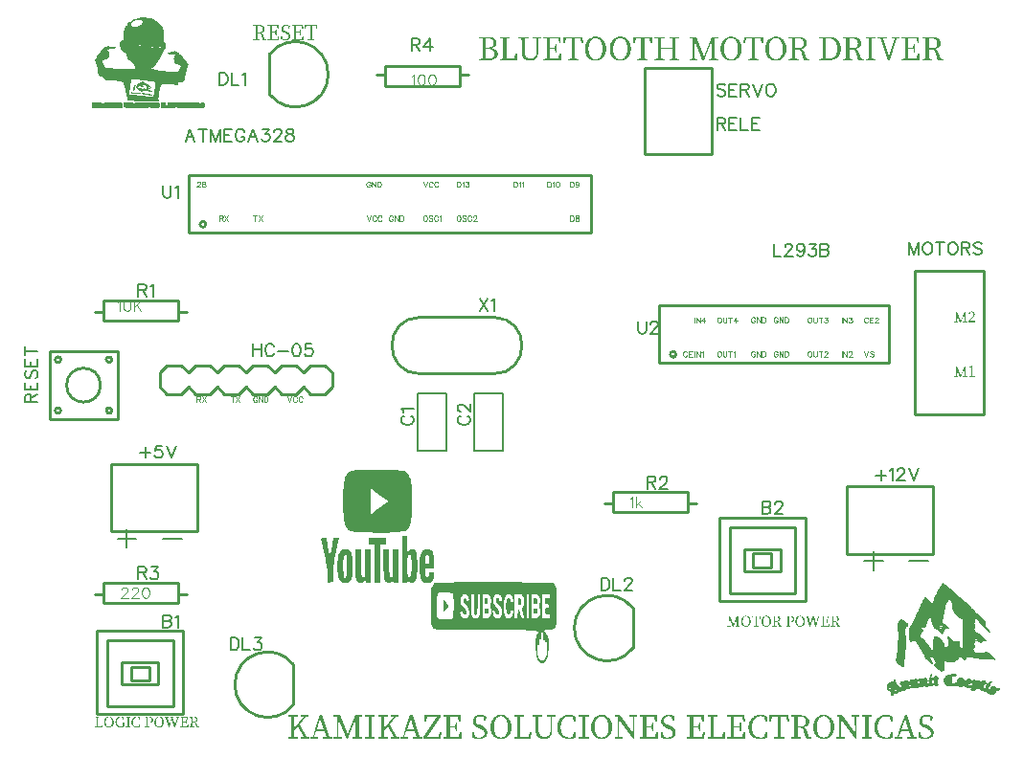
<source format=gto>
G04 Layer: TopSilkscreenLayer*
G04 EasyEDA v6.5.22, 2022-12-08 11:34:22*
G04 ba10e971585544e28f5e26b8275f6fe8,362fd913e7484c3682bebf37a00ceee6,10*
G04 Gerber Generator version 0.2*
G04 Scale: 100 percent, Rotated: No, Reflected: No *
G04 Dimensions in millimeters *
G04 leading zeros omitted , absolute positions ,4 integer and 5 decimal *
%FSLAX45Y45*%
%MOMM*%

%ADD10C,0.1000*%
%ADD11C,0.2032*%
%ADD12C,0.1524*%
%ADD13C,0.2540*%
%ADD14C,0.2286*%
%ADD15C,0.2007*%
%ADD16C,0.1270*%
%ADD17C,0.0152*%

%LPD*%
G36*
X18394578Y4500016D02*
G01*
X18391835Y4497628D01*
X18386755Y4491278D01*
X18380049Y4481880D01*
X18369635Y4465878D01*
X18363742Y4455922D01*
X18351449Y4433163D01*
X18339308Y4408525D01*
X18328335Y4384344D01*
X18319648Y4362754D01*
X18316448Y4353661D01*
X18314212Y4346092D01*
X18312079Y4336338D01*
X18309285Y4326026D01*
X18308269Y4323537D01*
X18307253Y4323435D01*
X18305170Y4324400D01*
X18302071Y4326331D01*
X18293537Y4332681D01*
X18282716Y4341723D01*
X18258688Y4362856D01*
X18252643Y4367733D01*
X18247969Y4370832D01*
X18244413Y4372457D01*
X18241416Y4372762D01*
X18238724Y4372000D01*
X18235828Y4370425D01*
X18233796Y4368749D01*
X18231307Y4365955D01*
X18225312Y4357725D01*
X18218556Y4347057D01*
X18211850Y4335272D01*
X18206008Y4323638D01*
X18201792Y4313478D01*
X18195848Y4297934D01*
X18187416Y4277817D01*
X18177103Y4254449D01*
X18165673Y4229303D01*
X18147639Y4191304D01*
X18136057Y4167784D01*
X18122073Y4140911D01*
X18220131Y4140911D01*
X18220283Y4142486D01*
X18220740Y4143806D01*
X18221350Y4144670D01*
X18222112Y4145026D01*
X18223128Y4144670D01*
X18224398Y4143806D01*
X18226989Y4140911D01*
X18227700Y4139336D01*
X18227548Y4138015D01*
X18226633Y4137151D01*
X18224957Y4136847D01*
X18223077Y4137151D01*
X18221553Y4138015D01*
X18220486Y4139336D01*
X18220131Y4140911D01*
X18122073Y4140911D01*
X18096179Y4093972D01*
X18098316Y4034078D01*
X18196915Y4034078D01*
X18196915Y4038041D01*
X18199201Y4043730D01*
X18203468Y4050690D01*
X18215660Y4066133D01*
X18220182Y4072839D01*
X18223128Y4078630D01*
X18224398Y4083354D01*
X18224093Y4087114D01*
X18222112Y4089755D01*
X18218505Y4091381D01*
X18208853Y4092244D01*
X18205196Y4093159D01*
X18202757Y4094429D01*
X18201843Y4096004D01*
X18203265Y4097629D01*
X18207075Y4098899D01*
X18212714Y4099763D01*
X18228919Y4100525D01*
X18235066Y4102201D01*
X18239232Y4105706D01*
X18242635Y4111650D01*
X18244769Y4116832D01*
X18246598Y4122369D01*
X18248020Y4127703D01*
X18249290Y4135475D01*
X18250357Y4138320D01*
X18251728Y4140200D01*
X18255284Y4142130D01*
X18257977Y4145432D01*
X18260974Y4150258D01*
X18276671Y4183887D01*
X18278602Y4189323D01*
X18283224Y4206646D01*
X18284596Y4210964D01*
X18285917Y4213961D01*
X18287238Y4215739D01*
X18288457Y4216298D01*
X18289574Y4215638D01*
X18290590Y4213809D01*
X18291454Y4210862D01*
X18292165Y4206748D01*
X18292724Y4201566D01*
X18293283Y4181094D01*
X18294248Y4167784D01*
X18295061Y4161536D01*
X18296077Y4155744D01*
X18297245Y4150563D01*
X18298566Y4146042D01*
X18301113Y4139793D01*
X18386196Y4139793D01*
X18387771Y4140301D01*
X18390920Y4140606D01*
X18394121Y4140504D01*
X18396305Y4140098D01*
X18397321Y4139387D01*
X18396915Y4138472D01*
X18395391Y4137660D01*
X18393206Y4137355D01*
X18390717Y4137507D01*
X18388177Y4138117D01*
X18386348Y4139031D01*
X18386196Y4139793D01*
X18301113Y4139793D01*
X18302681Y4136085D01*
X18304865Y4129938D01*
X18306338Y4124553D01*
X18306846Y4120692D01*
X18307710Y4118508D01*
X18309857Y4115511D01*
X18367451Y4115511D01*
X18369686Y4116171D01*
X18379440Y4116730D01*
X18382335Y4117848D01*
X18383402Y4119727D01*
X18382234Y4125010D01*
X18382640Y4126941D01*
X18384012Y4128211D01*
X18386247Y4128668D01*
X18388787Y4128008D01*
X18390260Y4126128D01*
X18390717Y4122928D01*
X18390158Y4118457D01*
X18387720Y4112056D01*
X18383808Y4108907D01*
X18378220Y4109059D01*
X18370753Y4112361D01*
X18367857Y4114292D01*
X18367451Y4115511D01*
X18309857Y4115511D01*
X18314060Y4110532D01*
X18319191Y4105046D01*
X18325601Y4098645D01*
X18368518Y4098645D01*
X18370194Y4100118D01*
X18373953Y4101337D01*
X18383808Y4103725D01*
X18384215Y4103014D01*
X18384062Y4100779D01*
X18383453Y4097274D01*
X18382335Y4092956D01*
X18380811Y4088282D01*
X18378830Y4083862D01*
X18376747Y4080154D01*
X18374766Y4077665D01*
X18372988Y4076344D01*
X18372124Y4076446D01*
X18372277Y4077919D01*
X18373293Y4080764D01*
X18374055Y4084015D01*
X18373902Y4087520D01*
X18372886Y4090924D01*
X18371058Y4093718D01*
X18368822Y4096562D01*
X18368518Y4098645D01*
X18325601Y4098645D01*
X18340374Y4084828D01*
X18390717Y4041089D01*
X18402604Y4064812D01*
X18409716Y4081322D01*
X18415609Y4096715D01*
X18418860Y4100626D01*
X18424042Y4101033D01*
X18439180Y4097426D01*
X18444667Y4096613D01*
X18448832Y4096512D01*
X18451118Y4097121D01*
X18451525Y4098594D01*
X18450610Y4101084D01*
X18448629Y4104335D01*
X18445734Y4108196D01*
X18442076Y4112564D01*
X18433135Y4121962D01*
X18423077Y4131106D01*
X18418048Y4135120D01*
X18413222Y4138625D01*
X18403925Y4144111D01*
X18400268Y4146499D01*
X18397728Y4148937D01*
X18396102Y4151731D01*
X18395340Y4155338D01*
X18395188Y4160113D01*
X18396356Y4174642D01*
X18397575Y4184853D01*
X18399099Y4194149D01*
X18400725Y4201566D01*
X18403671Y4210354D01*
X18404992Y4217517D01*
X18406008Y4226458D01*
X18407329Y4246168D01*
X18408700Y4255516D01*
X18410428Y4263288D01*
X18414187Y4272737D01*
X18415254Y4278325D01*
X18415508Y4284472D01*
X18414085Y4296867D01*
X18414441Y4301134D01*
X18416016Y4303471D01*
X18421654Y4305046D01*
X18424245Y4307484D01*
X18426480Y4311040D01*
X18429782Y4321149D01*
X18432678Y4328160D01*
X18436285Y4335729D01*
X18440298Y4343298D01*
X18444311Y4350258D01*
X18448121Y4355998D01*
X18451271Y4359859D01*
X18453455Y4361281D01*
X18455335Y4359706D01*
X18458383Y4355388D01*
X18462091Y4348988D01*
X18466104Y4341164D01*
X18468187Y4336389D01*
X18470067Y4331309D01*
X18471743Y4325975D01*
X18473166Y4320540D01*
X18474283Y4315002D01*
X18475096Y4309516D01*
X18475604Y4304182D01*
X18475909Y4292803D01*
X18476264Y4286808D01*
X18476925Y4281068D01*
X18477890Y4275582D01*
X18479109Y4270248D01*
X18480633Y4265066D01*
X18482513Y4260088D01*
X18484646Y4255211D01*
X18487186Y4250436D01*
X18490031Y4245762D01*
X18493232Y4241139D01*
X18496838Y4236567D01*
X18500801Y4231995D01*
X18505170Y4227372D01*
X18515126Y4218127D01*
X18548045Y4189323D01*
X18667526Y4189272D01*
X18669812Y4192117D01*
X18675451Y4195876D01*
X18682563Y4199483D01*
X18689269Y4201871D01*
X18689269Y4201312D01*
X18686830Y4197146D01*
X18684697Y4193997D01*
X18679617Y4188866D01*
X18673978Y4186123D01*
X18669406Y4186072D01*
X18667526Y4189272D01*
X18548112Y4189272D01*
X18551702Y4186580D01*
X18556122Y4184142D01*
X18560643Y4182211D01*
X18566079Y4180789D01*
X18568263Y4179976D01*
X18569178Y4179214D01*
X18570651Y4176623D01*
X18571768Y4172153D01*
X18572530Y4165193D01*
X18572937Y4155135D01*
X18573140Y4141317D01*
X18572835Y4100068D01*
X18572073Y4045000D01*
X18571057Y4000093D01*
X18569838Y3965041D01*
X18568212Y3939133D01*
X18567247Y3929329D01*
X18566180Y3921455D01*
X18564961Y3915460D01*
X18563640Y3911193D01*
X18562116Y3908551D01*
X18561354Y3907840D01*
X18560491Y3907485D01*
X18559627Y3907485D01*
X18558713Y3907840D01*
X18557341Y3909263D01*
X18555868Y3911904D01*
X18554395Y3915664D01*
X18551347Y3926179D01*
X18548553Y3939794D01*
X18542000Y3983786D01*
X18514669Y3985056D01*
X18503849Y3985869D01*
X18494552Y3987190D01*
X18487745Y3988866D01*
X18484443Y3990644D01*
X18480532Y3995978D01*
X18476468Y4001008D01*
X18472353Y4005630D01*
X18468238Y4009847D01*
X18460059Y4017010D01*
X18456097Y4019905D01*
X18452338Y4022344D01*
X18448782Y4024274D01*
X18445480Y4025696D01*
X18442482Y4026611D01*
X18439841Y4026966D01*
X18437606Y4026763D01*
X18435828Y4025950D01*
X18434558Y4024579D01*
X18433846Y4022598D01*
X18433694Y4019956D01*
X18434202Y4016654D01*
X18435421Y4012742D01*
X18438672Y4004818D01*
X18439892Y4000804D01*
X18441924Y3991152D01*
X18442736Y3985869D01*
X18443702Y3975049D01*
X18443702Y3963009D01*
X18443346Y3957167D01*
X18442686Y3952240D01*
X18441670Y3947972D01*
X18440247Y3944213D01*
X18438317Y3940759D01*
X18435828Y3937457D01*
X18432729Y3934053D01*
X18427852Y3929481D01*
X18423737Y3926789D01*
X18420283Y3925976D01*
X18417438Y3927094D01*
X18415050Y3930243D01*
X18413171Y3935476D01*
X18411596Y3942842D01*
X18409513Y3959047D01*
X18408396Y3964686D01*
X18406719Y3969664D01*
X18404433Y3974388D01*
X18401182Y3979164D01*
X18396864Y3984345D01*
X18391225Y3990289D01*
X18373547Y4007459D01*
X18365114Y4015282D01*
X18358358Y4021175D01*
X18352871Y4025341D01*
X18348299Y4028135D01*
X18344184Y4029760D01*
X18340120Y4030522D01*
X18335752Y4030726D01*
X18332297Y4030522D01*
X18329097Y4029964D01*
X18326201Y4028897D01*
X18323560Y4027373D01*
X18321223Y4025290D01*
X18319038Y4022648D01*
X18317159Y4019397D01*
X18315432Y4015536D01*
X18313908Y4010964D01*
X18312536Y4005630D01*
X18311368Y3999585D01*
X18309437Y3985006D01*
X18307964Y3966921D01*
X18305627Y3926890D01*
X18304611Y3915714D01*
X18304002Y3912311D01*
X18303341Y3910177D01*
X18302528Y3909212D01*
X18301614Y3909314D01*
X18300496Y3910329D01*
X18294451Y3919778D01*
X18290540Y3925112D01*
X18286526Y3929938D01*
X18279821Y3937000D01*
X18277230Y3940606D01*
X18275554Y3944061D01*
X18274030Y3949852D01*
X18271540Y3953205D01*
X18267934Y3956608D01*
X18259044Y3962704D01*
X18255437Y3966006D01*
X18252998Y3969207D01*
X18251525Y3973474D01*
X18250001Y3976014D01*
X18244362Y3983126D01*
X18236031Y3992321D01*
X18215406Y4012742D01*
X18206516Y4022090D01*
X18200014Y4029557D01*
X18197982Y4032250D01*
X18196915Y4034078D01*
X18098316Y4034078D01*
X18099887Y4005529D01*
X18100954Y3993083D01*
X18102173Y3983126D01*
X18103392Y3976319D01*
X18104002Y3974287D01*
X18104612Y3973220D01*
X18107101Y3972356D01*
X18110606Y3973169D01*
X18114822Y3975658D01*
X18123966Y3983431D01*
X18128081Y3986276D01*
X18132044Y3988206D01*
X18136006Y3989120D01*
X18139918Y3989120D01*
X18143880Y3988054D01*
X18147995Y3985971D01*
X18152262Y3982872D01*
X18156783Y3978656D01*
X18161609Y3973322D01*
X18166791Y3966921D01*
X18175224Y3955287D01*
X18181025Y3946448D01*
X18217032Y3946448D01*
X18217184Y3947718D01*
X18219216Y3949700D01*
X18222874Y3952138D01*
X18227700Y3954729D01*
X18236488Y3958691D01*
X18242635Y3960774D01*
X18246293Y3961028D01*
X18247512Y3959402D01*
X18243092Y3955745D01*
X18233186Y3950919D01*
X18222823Y3947109D01*
X18217032Y3946448D01*
X18181025Y3946448D01*
X18191784Y3928922D01*
X18205090Y3906012D01*
X18239435Y3906012D01*
X18240705Y3909618D01*
X18245988Y3915714D01*
X18252643Y3921506D01*
X18257774Y3924300D01*
X18259094Y3924096D01*
X18260212Y3923385D01*
X18260923Y3922217D01*
X18261228Y3920794D01*
X18258180Y3916273D01*
X18251373Y3910837D01*
X18244007Y3906672D01*
X18239435Y3906012D01*
X18205090Y3906012D01*
X18216880Y3884472D01*
X18223361Y3872077D01*
X18644666Y3872077D01*
X18645073Y3873449D01*
X18646038Y3874211D01*
X18647460Y3874262D01*
X18649238Y3873601D01*
X18651016Y3872331D01*
X18652490Y3870655D01*
X18653455Y3868775D01*
X18653810Y3866997D01*
X18653455Y3865626D01*
X18652490Y3864864D01*
X18651016Y3864813D01*
X18649238Y3865473D01*
X18647460Y3866743D01*
X18646038Y3868420D01*
X18645073Y3870248D01*
X18644666Y3872077D01*
X18223361Y3872077D01*
X18228716Y3861460D01*
X18233186Y3851960D01*
X18236438Y3844442D01*
X18238165Y3839260D01*
X18238368Y3837686D01*
X18239486Y3835196D01*
X18242534Y3831285D01*
X18247156Y3826205D01*
X18253049Y3820261D01*
X18267070Y3807256D01*
X18281700Y3794810D01*
X18288355Y3789578D01*
X18294045Y3785463D01*
X18298464Y3782771D01*
X18301258Y3781806D01*
X18303595Y3781755D01*
X18305221Y3781958D01*
X18306084Y3782822D01*
X18306034Y3784701D01*
X18305018Y3788003D01*
X18290946Y3821074D01*
X18287949Y3829558D01*
X18286323Y3836060D01*
X18286171Y3840632D01*
X18287441Y3843477D01*
X18290133Y3844645D01*
X18294299Y3844188D01*
X18299988Y3842258D01*
X18305780Y3839260D01*
X18311164Y3835196D01*
X18315940Y3830320D01*
X18320156Y3824833D01*
X18323661Y3818940D01*
X18326404Y3812794D01*
X18328335Y3806596D01*
X18329351Y3800551D01*
X18329402Y3794861D01*
X18328335Y3789679D01*
X18326201Y3785260D01*
X18322848Y3781806D01*
X18320207Y3779520D01*
X18318022Y3777132D01*
X18316549Y3774897D01*
X18315990Y3773119D01*
X18316956Y3770833D01*
X18319699Y3767378D01*
X18323864Y3762908D01*
X18329097Y3757777D01*
X18341695Y3746550D01*
X18348350Y3740962D01*
X18360898Y3731361D01*
X18366079Y3727805D01*
X18370194Y3725468D01*
X18372886Y3724656D01*
X18375579Y3724351D01*
X18377814Y3723436D01*
X18379338Y3722166D01*
X18379897Y3720592D01*
X18382589Y3717188D01*
X18389041Y3716680D01*
X18396762Y3718814D01*
X18403316Y3723233D01*
X18404840Y3725468D01*
X18406160Y3728669D01*
X18407227Y3732936D01*
X18408091Y3738219D01*
X18408751Y3744722D01*
X18409513Y3761384D01*
X18409564Y3813403D01*
X18420181Y3805986D01*
X18423737Y3803853D01*
X18427954Y3801872D01*
X18432780Y3800144D01*
X18438114Y3798570D01*
X18443752Y3797249D01*
X18449696Y3796182D01*
X18461888Y3794912D01*
X18467933Y3794658D01*
X18473775Y3794760D01*
X18479312Y3795217D01*
X18484494Y3795979D01*
X18488660Y3797198D01*
X18493486Y3799332D01*
X18498820Y3802176D01*
X18504357Y3805580D01*
X18515482Y3813505D01*
X18520664Y3817772D01*
X18525388Y3821988D01*
X18529350Y3826001D01*
X18532449Y3829710D01*
X18534481Y3832961D01*
X18535192Y3835552D01*
X18535548Y3838092D01*
X18536462Y3841038D01*
X18537732Y3844036D01*
X18539307Y3846677D01*
X18542406Y3848506D01*
X18547537Y3846880D01*
X18555665Y3841343D01*
X18577407Y3823208D01*
X18585891Y3816553D01*
X18592190Y3812032D01*
X18595492Y3810355D01*
X18596864Y3811270D01*
X18597981Y3813810D01*
X18598743Y3817518D01*
X18599505Y3826967D01*
X18600724Y3831590D01*
X18602553Y3835400D01*
X18604738Y3837940D01*
X18609614Y3840479D01*
X18615964Y3842359D01*
X18623330Y3843477D01*
X18631255Y3843985D01*
X18639383Y3843731D01*
X18647257Y3842765D01*
X18654471Y3841089D01*
X18663208Y3837533D01*
X18669558Y3835298D01*
X18677432Y3833266D01*
X18686627Y3831437D01*
X18696990Y3829812D01*
X18708471Y3828389D01*
X18720765Y3827221D01*
X18747536Y3825595D01*
X18761710Y3825189D01*
X18776137Y3825036D01*
X18790767Y3825189D01*
X18805347Y3825646D01*
X18840805Y3827678D01*
X18848578Y3826967D01*
X18852438Y3824122D01*
X18854572Y3818534D01*
X18856198Y3813301D01*
X18857468Y3811270D01*
X18858839Y3812235D01*
X18860719Y3816045D01*
X18861735Y3819601D01*
X18861582Y3823309D01*
X18860262Y3827424D01*
X18857468Y3832098D01*
X18853200Y3837533D01*
X18847308Y3843934D01*
X18839586Y3851503D01*
X18822416Y3867150D01*
X18810122Y3877513D01*
X18804940Y3881323D01*
X18800216Y3884269D01*
X18795796Y3886504D01*
X18791428Y3888028D01*
X18787059Y3888943D01*
X18782436Y3889298D01*
X18777458Y3889146D01*
X18771920Y3888638D01*
X18758509Y3886809D01*
X18742812Y3885285D01*
X18726404Y3884422D01*
X18710656Y3884117D01*
X18697092Y3884472D01*
X18687084Y3885488D01*
X18683884Y3886301D01*
X18681090Y3887622D01*
X18678753Y3889349D01*
X18677229Y3891279D01*
X18675654Y3895902D01*
X18672962Y3899865D01*
X18668949Y3904640D01*
X18657925Y3915664D01*
X18655588Y3918661D01*
X18656808Y3918965D01*
X18668187Y3914495D01*
X18672403Y3915257D01*
X18675451Y3920134D01*
X18678499Y3930142D01*
X18679414Y3935780D01*
X18679109Y3941216D01*
X18677534Y3946398D01*
X18674740Y3951224D01*
X18671336Y3956304D01*
X18670168Y3959860D01*
X18671235Y3962654D01*
X18674537Y3965549D01*
X18677229Y3968546D01*
X18679210Y3972712D01*
X18680480Y3977690D01*
X18681039Y3983126D01*
X18680836Y3988612D01*
X18679922Y3993743D01*
X18678194Y3998112D01*
X18675756Y4001363D01*
X18673521Y4003700D01*
X18673267Y4005224D01*
X18675096Y4005986D01*
X18679160Y4006189D01*
X18683173Y4005834D01*
X18687440Y4004970D01*
X18691555Y4003649D01*
X18694908Y4002125D01*
X18698057Y3999992D01*
X18699226Y3998214D01*
X18698464Y3996537D01*
X18693739Y3993134D01*
X18692825Y3991508D01*
X18693130Y3989781D01*
X18694806Y3987800D01*
X18697956Y3985514D01*
X18702629Y3982821D01*
X18708928Y3979621D01*
X18716904Y3975912D01*
X18725845Y3972153D01*
X18732144Y3971290D01*
X18738443Y3973626D01*
X18753378Y3983329D01*
X18758611Y3986225D01*
X18763234Y3988257D01*
X18767348Y3989324D01*
X18771057Y3989527D01*
X18774460Y3988866D01*
X18777661Y3987393D01*
X18782842Y3983431D01*
X18784620Y3982720D01*
X18785789Y3982974D01*
X18786195Y3984142D01*
X18785890Y3986174D01*
X18784976Y3988612D01*
X18783452Y3991406D01*
X18781420Y3994505D01*
X18775832Y4001414D01*
X18768517Y4009186D01*
X18759830Y4017518D01*
X18749975Y4026103D01*
X18739307Y4034688D01*
X18728080Y4043070D01*
X18716599Y4050893D01*
X18695060Y4064304D01*
X18687542Y4070197D01*
X18682817Y4075379D01*
X18681192Y4079595D01*
X18680887Y4082796D01*
X18679972Y4085793D01*
X18678601Y4088231D01*
X18676924Y4089755D01*
X18675553Y4091635D01*
X18675400Y4094937D01*
X18676366Y4099356D01*
X18680430Y4109720D01*
X18681700Y4115104D01*
X18682258Y4120489D01*
X18682208Y4125569D01*
X18681547Y4130040D01*
X18680328Y4133646D01*
X18678499Y4135983D01*
X18672810Y4138218D01*
X18672352Y4141825D01*
X18674588Y4146702D01*
X18682208Y4155592D01*
X18684138Y4159961D01*
X18684951Y4164888D01*
X18684697Y4170172D01*
X18684138Y4174642D01*
X18683986Y4178350D01*
X18684240Y4180840D01*
X18684951Y4181754D01*
X18686526Y4181043D01*
X18692876Y4176115D01*
X18702324Y4167632D01*
X18713348Y4157065D01*
X18724473Y4145787D01*
X18734176Y4135272D01*
X18741440Y4126737D01*
X18750229Y4117187D01*
X18760846Y4106367D01*
X18772378Y4095140D01*
X18783909Y4084421D01*
X18794374Y4075023D01*
X18802959Y4067911D01*
X18808598Y4063898D01*
X18810071Y4063390D01*
X18812306Y4063796D01*
X18813322Y4065015D01*
X18813170Y4067098D01*
X18811798Y4070197D01*
X18809106Y4074312D01*
X18805144Y4079494D01*
X18786906Y4100220D01*
X18782080Y4106011D01*
X18778474Y4111040D01*
X18775883Y4115663D01*
X18774156Y4120184D01*
X18773140Y4125010D01*
X18772632Y4130446D01*
X18772479Y4141165D01*
X18772073Y4148480D01*
X18771565Y4151731D01*
X18770701Y4154932D01*
X18769431Y4158132D01*
X18767704Y4161383D01*
X18765469Y4164888D01*
X18762573Y4168749D01*
X18754699Y4177741D01*
X18743472Y4189323D01*
X18711570Y4220514D01*
X18698616Y4232249D01*
X18688151Y4240682D01*
X18683935Y4243578D01*
X18680328Y4245711D01*
X18677382Y4246930D01*
X18675045Y4247337D01*
X18673419Y4246880D01*
X18672403Y4245559D01*
X18672098Y4243425D01*
X18671082Y4241444D01*
X18668390Y4238752D01*
X18664428Y4235704D01*
X18659551Y4232656D01*
X18652947Y4229049D01*
X18651067Y4228693D01*
X18653963Y4232046D01*
X18676874Y4253788D01*
X18665596Y4264660D01*
X18660567Y4268825D01*
X18655588Y4271772D01*
X18651118Y4273296D01*
X18647562Y4273194D01*
X18644514Y4272534D01*
X18642838Y4273296D01*
X18642482Y4275582D01*
X18643650Y4280865D01*
X18643752Y4282236D01*
X18643447Y4283710D01*
X18642685Y4285538D01*
X18641364Y4287672D01*
X18636386Y4293666D01*
X18630188Y4300016D01*
X18617844Y4311751D01*
X18599962Y4327956D01*
X18543574Y4377639D01*
X18459602Y4450740D01*
X18434050Y4472178D01*
X18423128Y4480966D01*
X18413628Y4488230D01*
X18405805Y4493869D01*
X18399810Y4497781D01*
X18395797Y4499762D01*
G37*
G36*
X18030799Y4181754D02*
G01*
X18027040Y4180890D01*
X18022265Y4178554D01*
X18017134Y4175150D01*
X18012206Y4170984D01*
X18008447Y4167073D01*
X18005196Y4163060D01*
X18002453Y4158792D01*
X18000218Y4154322D01*
X17998440Y4149394D01*
X17997068Y4144010D01*
X17996204Y4138015D01*
X17995696Y4131360D01*
X17995595Y4123944D01*
X17995849Y4115663D01*
X17996458Y4106367D01*
X17998643Y4081272D01*
X17999659Y4059428D01*
X18000014Y4035501D01*
X17999659Y4010050D01*
X17998389Y3976725D01*
X17996662Y3949496D01*
X17993715Y3915460D01*
X17992344Y3902049D01*
X17988280Y3869537D01*
X17984470Y3845051D01*
X17979491Y3817874D01*
X17979339Y3813860D01*
X17980101Y3810101D01*
X17982031Y3806190D01*
X17985384Y3801770D01*
X17990362Y3796334D01*
X17997220Y3789578D01*
X18013680Y3774236D01*
X18025872Y3763314D01*
X18030799Y3759250D01*
X18035016Y3756151D01*
X18038572Y3754018D01*
X18041518Y3752850D01*
X18044007Y3752697D01*
X18046039Y3753561D01*
X18047665Y3755390D01*
X18048986Y3758285D01*
X18050002Y3762146D01*
X18050865Y3767074D01*
X18052288Y3780078D01*
X18053659Y3796131D01*
X18055437Y3811524D01*
X18057622Y3824986D01*
X18058688Y3830421D01*
X18059806Y3834790D01*
X18061482Y3839718D01*
X18062702Y3845763D01*
X18063819Y3854551D01*
X18064835Y3865626D01*
X18066562Y3893362D01*
X18067782Y3925925D01*
X18068340Y3951732D01*
X18068442Y3993540D01*
X18067731Y4022547D01*
X18067121Y4034485D01*
X18066258Y4044289D01*
X18064632Y4057192D01*
X18063921Y4065371D01*
X18063565Y4072890D01*
X18063718Y4079748D01*
X18064226Y4085996D01*
X18065242Y4091686D01*
X18066664Y4096816D01*
X18068594Y4101439D01*
X18070982Y4105605D01*
X18073827Y4109415D01*
X18077180Y4112768D01*
X18085409Y4119372D01*
X18088965Y4123131D01*
X18091404Y4126737D01*
X18092318Y4129684D01*
X18091251Y4132376D01*
X18088406Y4136288D01*
X18083987Y4141165D01*
X18078450Y4146702D01*
X18071998Y4152646D01*
X18057926Y4164533D01*
X18050916Y4170019D01*
X18044363Y4174693D01*
X18038622Y4178401D01*
X18033949Y4180840D01*
G37*
G36*
X18476722Y3698595D02*
G01*
X18472404Y3697833D01*
X18467781Y3696258D01*
X18459094Y3691839D01*
X18454370Y3690467D01*
X18449950Y3689959D01*
X18446292Y3690467D01*
X18441924Y3690518D01*
X18436234Y3688181D01*
X18429224Y3683304D01*
X18420791Y3675989D01*
X18415508Y3670858D01*
X18411291Y3666439D01*
X18408142Y3662426D01*
X18405856Y3658615D01*
X18404281Y3654704D01*
X18403366Y3650437D01*
X18402858Y3645560D01*
X18402757Y3639820D01*
X18403011Y3633876D01*
X18403722Y3628186D01*
X18404662Y3624072D01*
X18416422Y3624072D01*
X18416778Y3626408D01*
X18417133Y3626713D01*
X18426357Y3616960D01*
X18445378Y3616960D01*
X18446089Y3618534D01*
X18448680Y3621430D01*
X18449950Y3622294D01*
X18450915Y3622649D01*
X18451728Y3622294D01*
X18452338Y3621430D01*
X18452795Y3620109D01*
X18452947Y3618534D01*
X18452592Y3616960D01*
X18451525Y3615639D01*
X18450001Y3614775D01*
X18448121Y3614470D01*
X18446445Y3614775D01*
X18445530Y3615639D01*
X18445378Y3616960D01*
X18426357Y3616960D01*
X18433846Y3609086D01*
X18436742Y3605529D01*
X18438215Y3603091D01*
X18437961Y3602228D01*
X18432729Y3605022D01*
X18425515Y3611473D01*
X18419165Y3618737D01*
X18416422Y3624072D01*
X18404662Y3624072D01*
X18406668Y3617722D01*
X18408853Y3612946D01*
X18411494Y3608476D01*
X18414593Y3604260D01*
X18418200Y3600399D01*
X18421009Y3597910D01*
X18622568Y3597910D01*
X18623432Y3600094D01*
X18626023Y3602786D01*
X18630493Y3605987D01*
X18636691Y3609644D01*
X18646952Y3615029D01*
X18653658Y3617671D01*
X18657265Y3617823D01*
X18658332Y3615486D01*
X18657925Y3610203D01*
X18656960Y3605733D01*
X18655385Y3602024D01*
X18653201Y3599078D01*
X18650305Y3596843D01*
X18646698Y3595268D01*
X18642380Y3594354D01*
X18637300Y3594049D01*
X18630950Y3594303D01*
X18626328Y3595014D01*
X18623584Y3596233D01*
X18622568Y3597910D01*
X18421009Y3597910D01*
X18422213Y3596843D01*
X18426684Y3593642D01*
X18431611Y3590747D01*
X18436996Y3588207D01*
X18442127Y3586327D01*
X18447562Y3584905D01*
X18453201Y3583889D01*
X18459043Y3583279D01*
X18464885Y3583127D01*
X18470676Y3583330D01*
X18476366Y3583990D01*
X18481852Y3585006D01*
X18486983Y3586378D01*
X18491708Y3588156D01*
X18495975Y3590340D01*
X18504255Y3596233D01*
X18507760Y3597351D01*
X18511316Y3596132D01*
X18519851Y3590036D01*
X18523966Y3587902D01*
X18527877Y3586429D01*
X18534176Y3585514D01*
X18537428Y3584498D01*
X18540526Y3583025D01*
X18543066Y3581247D01*
X18546114Y3579876D01*
X18550636Y3579571D01*
X18556122Y3580129D01*
X18562167Y3581450D01*
X18568212Y3583432D01*
X18573851Y3585870D01*
X18578525Y3588715D01*
X18583249Y3593134D01*
X18584316Y3593287D01*
X18585027Y3592169D01*
X18585281Y3589883D01*
X18586551Y3586886D01*
X18589284Y3583990D01*
X18665850Y3583990D01*
X18666409Y3587953D01*
X18667374Y3591915D01*
X18668441Y3595115D01*
X18669508Y3597351D01*
X18670320Y3598164D01*
X18671032Y3597351D01*
X18671590Y3595115D01*
X18671777Y3593439D01*
X18686272Y3593439D01*
X18688558Y3602583D01*
X18690437Y3611270D01*
X18690945Y3614470D01*
X18691402Y3615893D01*
X18692063Y3615334D01*
X18692825Y3612946D01*
X18693688Y3608882D01*
X18693993Y3603955D01*
X18693434Y3599230D01*
X18692063Y3595268D01*
X18690082Y3592525D01*
X18687542Y3590798D01*
X18686322Y3591051D01*
X18686272Y3593439D01*
X18671777Y3593439D01*
X18672098Y3587953D01*
X18671794Y3583990D01*
X18670930Y3580739D01*
X18669660Y3578555D01*
X18668136Y3577742D01*
X18666815Y3578555D01*
X18666002Y3580739D01*
X18665850Y3583990D01*
X18589284Y3583990D01*
X18589955Y3583279D01*
X18594984Y3579520D01*
X18601131Y3576065D01*
X18609868Y3572256D01*
X18616625Y3570681D01*
X18623127Y3571189D01*
X18630950Y3573627D01*
X18641314Y3576472D01*
X18647410Y3575964D01*
X18648934Y3572205D01*
X18648837Y3572001D01*
X18754445Y3572001D01*
X18754801Y3578250D01*
X18756274Y3584956D01*
X18758662Y3591407D01*
X18761811Y3596944D01*
X18765418Y3600805D01*
X18769380Y3602228D01*
X18771971Y3602024D01*
X18774562Y3601516D01*
X18776746Y3600704D01*
X18778321Y3599738D01*
X18778778Y3597097D01*
X18777458Y3592322D01*
X18774816Y3586175D01*
X18771362Y3579571D01*
X18767450Y3573221D01*
X18763640Y3567937D01*
X18760338Y3564585D01*
X18758001Y3563874D01*
X18755461Y3566972D01*
X18754445Y3572001D01*
X18648837Y3572001D01*
X18645682Y3565347D01*
X18641517Y3558844D01*
X18641314Y3554729D01*
X18646038Y3551377D01*
X18656655Y3547160D01*
X18669508Y3542741D01*
X18676924Y3541420D01*
X18680379Y3543350D01*
X18681192Y3548532D01*
X18683986Y3554069D01*
X18690996Y3559606D01*
X18700089Y3563823D01*
X18709284Y3565499D01*
X18711926Y3564686D01*
X18715431Y3562451D01*
X18719393Y3559098D01*
X18728385Y3550056D01*
X18733211Y3547262D01*
X18738596Y3546398D01*
X18751804Y3548024D01*
X18756579Y3547414D01*
X18760186Y3545230D01*
X18765926Y3538016D01*
X18769482Y3535324D01*
X18773546Y3533495D01*
X18782080Y3531920D01*
X18787618Y3529380D01*
X18793510Y3525672D01*
X18798380Y3521659D01*
X18836894Y3521659D01*
X18837402Y3522827D01*
X18842075Y3527806D01*
X18843904Y3531057D01*
X18845123Y3534460D01*
X18845580Y3537762D01*
X18845733Y3540607D01*
X18846241Y3542944D01*
X18846952Y3544519D01*
X18847866Y3545078D01*
X18848730Y3544315D01*
X18849441Y3542233D01*
X18849949Y3539134D01*
X18850152Y3535324D01*
X18849492Y3531260D01*
X18847816Y3527551D01*
X18845276Y3524656D01*
X18842126Y3522827D01*
X18838418Y3521710D01*
X18798380Y3521659D01*
X18803670Y3517036D01*
X18808242Y3513582D01*
X18812764Y3510737D01*
X18817183Y3508603D01*
X18821603Y3507130D01*
X18825921Y3506266D01*
X18830188Y3506114D01*
X18834404Y3506571D01*
X18838570Y3507689D01*
X18842685Y3509467D01*
X18846749Y3511905D01*
X18850762Y3515004D01*
X18855842Y3520084D01*
X18860008Y3525621D01*
X18862802Y3530955D01*
X18863818Y3535375D01*
X18864478Y3539947D01*
X18866713Y3542995D01*
X18871133Y3544824D01*
X18883884Y3546754D01*
X18888811Y3548329D01*
X18892926Y3550462D01*
X18896228Y3553104D01*
X18898514Y3556203D01*
X18899784Y3559606D01*
X18899936Y3563315D01*
X18898870Y3567125D01*
X18896990Y3570427D01*
X18894552Y3571798D01*
X18891046Y3571341D01*
X18880886Y3567074D01*
X18877483Y3566414D01*
X18875248Y3567023D01*
X18873927Y3569055D01*
X18871692Y3573373D01*
X18868542Y3577132D01*
X18864681Y3580180D01*
X18860211Y3582619D01*
X18855232Y3584397D01*
X18849898Y3585464D01*
X18844412Y3585870D01*
X18838875Y3585514D01*
X18833439Y3584397D01*
X18828207Y3582568D01*
X18823330Y3579876D01*
X18818961Y3576472D01*
X18815100Y3572256D01*
X18811951Y3567734D01*
X18809817Y3563518D01*
X18808446Y3557473D01*
X18806871Y3555288D01*
X18804534Y3553764D01*
X18801689Y3553256D01*
X18798844Y3554018D01*
X18797168Y3556203D01*
X18796558Y3559556D01*
X18797066Y3563874D01*
X18798590Y3568903D01*
X18801080Y3574440D01*
X18804483Y3580282D01*
X18812205Y3591102D01*
X18814084Y3595573D01*
X18814440Y3599535D01*
X18812002Y3606088D01*
X18812713Y3608832D01*
X18815558Y3611321D01*
X18820587Y3613759D01*
X18828207Y3618534D01*
X18831458Y3624224D01*
X18830239Y3629660D01*
X18824295Y3633622D01*
X18820384Y3634079D01*
X18816218Y3632962D01*
X18811798Y3630218D01*
X18802654Y3621582D01*
X18798184Y3617976D01*
X18793866Y3615232D01*
X18789954Y3613404D01*
X18786602Y3612540D01*
X18783960Y3612743D01*
X18782284Y3614115D01*
X18781268Y3618941D01*
X18780302Y3620871D01*
X18778880Y3622141D01*
X18775324Y3623411D01*
X18773851Y3625646D01*
X18772886Y3628847D01*
X18772073Y3637026D01*
X18770701Y3640074D01*
X18768466Y3642004D01*
X18765367Y3642766D01*
X18761405Y3642410D01*
X18756579Y3640886D01*
X18750889Y3638245D01*
X18744387Y3634384D01*
X18730823Y3625799D01*
X18720054Y3634841D01*
X18715431Y3638143D01*
X18710859Y3640378D01*
X18706846Y3641394D01*
X18701004Y3640226D01*
X18696940Y3640378D01*
X18692317Y3641394D01*
X18681801Y3645560D01*
X18676569Y3646373D01*
X18671184Y3645712D01*
X18658433Y3641445D01*
X18653709Y3641242D01*
X18649543Y3643376D01*
X18639637Y3653129D01*
X18634913Y3655110D01*
X18628055Y3654298D01*
X18616726Y3650792D01*
X18607684Y3647338D01*
X18600978Y3643579D01*
X18596457Y3639312D01*
X18593917Y3634536D01*
X18592139Y3628999D01*
X18591174Y3627323D01*
X18590666Y3629456D01*
X18590361Y3635603D01*
X18589294Y3640124D01*
X18586704Y3644849D01*
X18582894Y3649522D01*
X18578169Y3653891D01*
X18572784Y3657701D01*
X18567044Y3660698D01*
X18561354Y3662730D01*
X18555868Y3663442D01*
X18549315Y3662883D01*
X18543016Y3661359D01*
X18537224Y3658870D01*
X18531992Y3655517D01*
X18527471Y3651453D01*
X18523762Y3646728D01*
X18521019Y3641496D01*
X18519292Y3635756D01*
X18517108Y3627221D01*
X18513501Y3621633D01*
X18506948Y3617468D01*
X18505317Y3616858D01*
X18548959Y3616858D01*
X18549162Y3621989D01*
X18549874Y3626662D01*
X18550940Y3630320D01*
X18552261Y3632555D01*
X18555512Y3632454D01*
X18557036Y3626865D01*
X18556528Y3618890D01*
X18553836Y3611524D01*
X18551398Y3608273D01*
X18549924Y3607866D01*
X18549213Y3610660D01*
X18548959Y3616858D01*
X18505317Y3616858D01*
X18496076Y3613404D01*
X18480682Y3608324D01*
X18531433Y3608324D01*
X18531586Y3612692D01*
X18531992Y3615537D01*
X18532703Y3616553D01*
X18533567Y3615537D01*
X18534278Y3613048D01*
X18534532Y3609898D01*
X18534380Y3606495D01*
X18533719Y3603294D01*
X18532906Y3601465D01*
X18532195Y3601821D01*
X18531687Y3604158D01*
X18531433Y3608324D01*
X18480682Y3608324D01*
X18475756Y3606698D01*
X18475960Y3657752D01*
X18476366Y3663442D01*
X18477128Y3667201D01*
X18478296Y3669385D01*
X18480024Y3670249D01*
X18482360Y3670147D01*
X18485459Y3669385D01*
X18490336Y3668674D01*
X18495568Y3668928D01*
X18500801Y3670096D01*
X18505779Y3671976D01*
X18510199Y3674516D01*
X18513704Y3677462D01*
X18516041Y3680764D01*
X18516854Y3684219D01*
X18515939Y3687521D01*
X18513196Y3690264D01*
X18508522Y3692398D01*
X18502020Y3694023D01*
X18480176Y3698392D01*
G37*
G36*
X18293791Y3695547D02*
G01*
X18289676Y3694429D01*
X18284952Y3691178D01*
X18282818Y3688435D01*
X18281091Y3684625D01*
X18279922Y3680206D01*
X18279008Y3671163D01*
X18277789Y3666693D01*
X18276011Y3662781D01*
X18273826Y3659987D01*
X18271439Y3656126D01*
X18269966Y3649522D01*
X18269356Y3640277D01*
X18269915Y3618077D01*
X18269508Y3609695D01*
X18268391Y3604209D01*
X18266765Y3602228D01*
X18264784Y3603091D01*
X18262955Y3605631D01*
X18261228Y3609594D01*
X18259704Y3614775D01*
X18258434Y3620973D01*
X18257469Y3627983D01*
X18256859Y3635603D01*
X18256656Y3643680D01*
X18256199Y3650234D01*
X18254929Y3655415D01*
X18252795Y3659225D01*
X18249798Y3661664D01*
X18245937Y3662730D01*
X18241162Y3662476D01*
X18235574Y3660851D01*
X18223433Y3655263D01*
X18218810Y3653942D01*
X18215406Y3653891D01*
X18208853Y3658412D01*
X18202452Y3659124D01*
X18195239Y3657396D01*
X18183910Y3650589D01*
X18179135Y3649319D01*
X18173242Y3649522D01*
X18158002Y3652672D01*
X18151754Y3652875D01*
X18146369Y3651758D01*
X18136565Y3647084D01*
X18131028Y3645712D01*
X18125084Y3645255D01*
X18112384Y3646525D01*
X18107660Y3645611D01*
X18104053Y3642614D01*
X18100700Y3637127D01*
X18098414Y3631895D01*
X18097550Y3628034D01*
X18098109Y3625240D01*
X18100090Y3623360D01*
X18102326Y3620719D01*
X18103289Y3618534D01*
X18120410Y3618534D01*
X18120563Y3622090D01*
X18121071Y3624275D01*
X18121833Y3624834D01*
X18122696Y3623665D01*
X18123408Y3621278D01*
X18123662Y3618534D01*
X18123408Y3615842D01*
X18122696Y3613454D01*
X18121833Y3612286D01*
X18121071Y3612845D01*
X18120563Y3614978D01*
X18120410Y3618534D01*
X18103289Y3618534D01*
X18104612Y3615537D01*
X18106745Y3608628D01*
X18108422Y3600704D01*
X18109793Y3590950D01*
X18109844Y3585159D01*
X18108472Y3582568D01*
X18105577Y3582619D01*
X18102884Y3583990D01*
X18100446Y3586429D01*
X18098363Y3589934D01*
X18096534Y3594354D01*
X18095061Y3599738D01*
X18093944Y3606037D01*
X18093182Y3613200D01*
X18092216Y3630777D01*
X18090235Y3635857D01*
X18085511Y3637787D01*
X18076621Y3638143D01*
X18069560Y3637584D01*
X18063057Y3636060D01*
X18057418Y3633622D01*
X18053100Y3630371D01*
X18049240Y3627120D01*
X18045785Y3625443D01*
X18042636Y3625342D01*
X18035981Y3628796D01*
X18032222Y3629456D01*
X18028615Y3628948D01*
X18025211Y3627475D01*
X18022163Y3625189D01*
X18019572Y3622243D01*
X18017591Y3618788D01*
X18016321Y3615029D01*
X18015864Y3611118D01*
X18016372Y3607257D01*
X18017704Y3604260D01*
X18056148Y3604260D01*
X18056402Y3612438D01*
X18060365Y3604260D01*
X18061889Y3600602D01*
X18063210Y3596690D01*
X18064124Y3592982D01*
X18064530Y3589985D01*
X18064530Y3586937D01*
X18063972Y3585870D01*
X18062702Y3586937D01*
X18060365Y3589985D01*
X18058638Y3592982D01*
X18057266Y3596690D01*
X18056402Y3600602D01*
X18056148Y3604260D01*
X18017704Y3604260D01*
X18017998Y3603599D01*
X18027294Y3592677D01*
X18030901Y3584752D01*
X18031256Y3577894D01*
X18027954Y3573424D01*
X18025008Y3572052D01*
X18022366Y3571544D01*
X18019674Y3572103D01*
X18016728Y3573983D01*
X18013172Y3577437D01*
X18008752Y3582619D01*
X17996357Y3599230D01*
X17989194Y3609949D01*
X17986095Y3615232D01*
X17983403Y3620312D01*
X17981218Y3625037D01*
X17979593Y3629253D01*
X17978526Y3632860D01*
X17977612Y3640226D01*
X17976037Y3643680D01*
X17973802Y3646017D01*
X17971109Y3647186D01*
X17968214Y3647084D01*
X17965470Y3645763D01*
X17963032Y3643020D01*
X17961254Y3638956D01*
X17959578Y3635705D01*
X17956987Y3633114D01*
X17953634Y3631387D01*
X17949926Y3630777D01*
X17945658Y3630472D01*
X17941086Y3629609D01*
X17936311Y3628136D01*
X17931333Y3626154D01*
X17926253Y3623614D01*
X17921071Y3620617D01*
X17915940Y3617163D01*
X17910810Y3613251D01*
X17907863Y3610152D01*
X17905374Y3606292D01*
X17903393Y3601770D01*
X17902920Y3600196D01*
X17977612Y3600196D01*
X17990515Y3585768D01*
X17993512Y3581857D01*
X17995544Y3578707D01*
X17996306Y3576726D01*
X17995595Y3573729D01*
X17993258Y3574592D01*
X17989600Y3579063D01*
X17984876Y3586937D01*
X17977612Y3600196D01*
X17902920Y3600196D01*
X17901869Y3596690D01*
X17900802Y3591204D01*
X17900192Y3585514D01*
X17900069Y3581958D01*
X17957850Y3581958D01*
X17958308Y3588054D01*
X17959324Y3595878D01*
X17960035Y3596741D01*
X17961610Y3596233D01*
X17963794Y3594557D01*
X17966385Y3591814D01*
X17969026Y3587902D01*
X17970195Y3584549D01*
X17969890Y3581552D01*
X17968112Y3578758D01*
X17964759Y3575507D01*
X17962067Y3573729D01*
X17960086Y3573424D01*
X17958714Y3574694D01*
X17957952Y3577539D01*
X17957850Y3581958D01*
X17900069Y3581958D01*
X17899989Y3579672D01*
X17900243Y3573881D01*
X17900935Y3568446D01*
X17920563Y3568446D01*
X17922697Y3569309D01*
X17927370Y3569563D01*
X17931231Y3569106D01*
X17934330Y3567836D01*
X17936255Y3566007D01*
X18000980Y3566007D01*
X18001691Y3569055D01*
X18003723Y3569106D01*
X18006822Y3566160D01*
X18010733Y3560368D01*
X18013426Y3555593D01*
X18014086Y3553561D01*
X18012511Y3554069D01*
X18008600Y3556812D01*
X18005653Y3559251D01*
X18003215Y3561791D01*
X18001589Y3564178D01*
X18000980Y3566007D01*
X17936362Y3565906D01*
X17937073Y3563467D01*
X17936768Y3561079D01*
X17935905Y3559149D01*
X17934635Y3557828D01*
X17933060Y3557320D01*
X17931079Y3557828D01*
X17928590Y3559149D01*
X17925897Y3561079D01*
X17923408Y3563467D01*
X17920868Y3566566D01*
X17920563Y3568446D01*
X17900935Y3568446D01*
X17902021Y3562959D01*
X17903494Y3558082D01*
X17905323Y3553764D01*
X17907558Y3550158D01*
X17910149Y3547414D01*
X17913096Y3545687D01*
X17916347Y3545078D01*
X17923748Y3542944D01*
X17958257Y3542944D01*
X17961660Y3545941D01*
X17969179Y3550767D01*
X17974919Y3553866D01*
X17979898Y3555746D01*
X17983911Y3556508D01*
X17986603Y3556203D01*
X17987822Y3554933D01*
X17987365Y3552850D01*
X17984876Y3550005D01*
X17980202Y3546449D01*
X17976240Y3544315D01*
X17971566Y3542588D01*
X17966842Y3541420D01*
X17962575Y3541014D01*
X17958663Y3541420D01*
X17958257Y3542944D01*
X17923748Y3542944D01*
X17930317Y3538067D01*
X17934736Y3531870D01*
X17935194Y3526180D01*
X17934584Y3523183D01*
X17934736Y3519170D01*
X17935600Y3514750D01*
X17937073Y3510381D01*
X17939613Y3506165D01*
X17942915Y3503015D01*
X17946674Y3500932D01*
X17950535Y3500069D01*
X17954091Y3500323D01*
X17957088Y3501745D01*
X17959171Y3504437D01*
X17960543Y3512312D01*
X17962727Y3514801D01*
X17966842Y3516122D01*
X17978577Y3516934D01*
X17983657Y3518103D01*
X17988330Y3519881D01*
X17992496Y3522268D01*
X17996001Y3525062D01*
X17998694Y3528263D01*
X18000370Y3531666D01*
X18001589Y3537813D01*
X18003520Y3539185D01*
X18006923Y3539490D01*
X18017236Y3538067D01*
X18021757Y3538728D01*
X18025668Y3540861D01*
X18032526Y3548024D01*
X18035727Y3549904D01*
X18038927Y3550208D01*
X18042280Y3548938D01*
X18048478Y3546043D01*
X18053507Y3545890D01*
X18058942Y3548938D01*
X18071338Y3559962D01*
X18075402Y3562451D01*
X18078500Y3563061D01*
X18080583Y3561842D01*
X18085612Y3558286D01*
X18092420Y3557524D01*
X18098973Y3559352D01*
X18103138Y3563620D01*
X18105221Y3566515D01*
X18108625Y3568039D01*
X18113756Y3568293D01*
X18128437Y3566617D01*
X18134380Y3566871D01*
X18138952Y3568344D01*
X18142204Y3570986D01*
X18144185Y3574897D01*
X18144896Y3580129D01*
X18144439Y3586683D01*
X18139511Y3609594D01*
X18138495Y3615994D01*
X18138140Y3620566D01*
X18138292Y3624478D01*
X18138952Y3626053D01*
X18140273Y3625392D01*
X18142508Y3622649D01*
X18144236Y3619195D01*
X18145658Y3614318D01*
X18146623Y3608730D01*
X18147385Y3596792D01*
X18148401Y3591204D01*
X18149976Y3586175D01*
X18152059Y3581806D01*
X18154599Y3578148D01*
X18157545Y3575202D01*
X18160746Y3573119D01*
X18164302Y3571849D01*
X18168010Y3571443D01*
X18171820Y3572001D01*
X18175782Y3573576D01*
X18179694Y3576218D01*
X18185231Y3582568D01*
X18187873Y3589477D01*
X18187365Y3595420D01*
X18183504Y3598824D01*
X18181472Y3601161D01*
X18179389Y3606393D01*
X18177510Y3613810D01*
X18176036Y3622649D01*
X18173192Y3645052D01*
X18182350Y3634892D01*
X18220842Y3634892D01*
X18221045Y3638448D01*
X18221502Y3640582D01*
X18222264Y3641140D01*
X18222377Y3640988D01*
X18239282Y3640988D01*
X18239384Y3645357D01*
X18239841Y3648151D01*
X18240502Y3649167D01*
X18241365Y3648201D01*
X18242076Y3645662D01*
X18242381Y3642563D01*
X18242178Y3639159D01*
X18241568Y3635959D01*
X18240705Y3634130D01*
X18239994Y3634486D01*
X18239486Y3636822D01*
X18239282Y3640988D01*
X18222377Y3640988D01*
X18223128Y3639972D01*
X18223839Y3637584D01*
X18224093Y3634892D01*
X18223839Y3632149D01*
X18223128Y3629761D01*
X18222264Y3628593D01*
X18221502Y3629151D01*
X18221045Y3631285D01*
X18220842Y3634892D01*
X18182350Y3634892D01*
X18186908Y3628796D01*
X18190006Y3622446D01*
X18191469Y3617620D01*
X18222772Y3617620D01*
X18222874Y3620211D01*
X18223687Y3621989D01*
X18225109Y3622649D01*
X18226735Y3621989D01*
X18228056Y3620211D01*
X18228919Y3617620D01*
X18229275Y3614470D01*
X18229122Y3611270D01*
X18228716Y3608679D01*
X18228208Y3606952D01*
X18227497Y3606292D01*
X18226633Y3606952D01*
X18225566Y3608679D01*
X18224449Y3611270D01*
X18223382Y3614470D01*
X18222772Y3617620D01*
X18191469Y3617620D01*
X18192038Y3615740D01*
X18193410Y3602888D01*
X18195239Y3596335D01*
X18197982Y3590290D01*
X18201335Y3585464D01*
X18206262Y3580587D01*
X18210530Y3578402D01*
X18215356Y3578606D01*
X18228106Y3582924D01*
X18233440Y3583736D01*
X18238317Y3583381D01*
X18247309Y3580384D01*
X18251678Y3580434D01*
X18256351Y3582060D01*
X18267730Y3589426D01*
X18272302Y3590899D01*
X18276874Y3590036D01*
X18288812Y3583787D01*
X18293181Y3582924D01*
X18297347Y3584346D01*
X18307710Y3591814D01*
X18311876Y3593337D01*
X18315940Y3592982D01*
X18329554Y3587140D01*
X18337885Y3586175D01*
X18345759Y3588054D01*
X18353328Y3592677D01*
X18357545Y3596487D01*
X18359170Y3599434D01*
X18358307Y3602329D01*
X18355056Y3606037D01*
X18351601Y3610762D01*
X18349112Y3616807D01*
X18347588Y3623614D01*
X18347080Y3630828D01*
X18347588Y3637838D01*
X18349061Y3644239D01*
X18351550Y3649522D01*
X18355056Y3653231D01*
X18359932Y3656888D01*
X18361406Y3659581D01*
X18359374Y3662578D01*
X18349671Y3670554D01*
X18346420Y3673957D01*
X18344184Y3677056D01*
X18342660Y3682187D01*
X18340578Y3683660D01*
X18337479Y3684015D01*
X18333669Y3683304D01*
X18329351Y3681526D01*
X18324830Y3678885D01*
X18320410Y3675379D01*
X18316346Y3671163D01*
X18311571Y3664661D01*
X18308980Y3659327D01*
X18308759Y3656990D01*
X18325490Y3656990D01*
X18325541Y3659835D01*
X18326049Y3661765D01*
X18326862Y3662679D01*
X18327878Y3662324D01*
X18328741Y3660952D01*
X18329148Y3659022D01*
X18328944Y3656787D01*
X18328233Y3654501D01*
X18327217Y3652824D01*
X18326404Y3652723D01*
X18325795Y3654145D01*
X18325490Y3656990D01*
X18308759Y3656990D01*
X18308523Y3654501D01*
X18311825Y3644290D01*
X18313095Y3637991D01*
X18313704Y3631234D01*
X18313704Y3624529D01*
X18313146Y3618280D01*
X18311977Y3613048D01*
X18310250Y3609238D01*
X18308015Y3607358D01*
X18305322Y3607968D01*
X18303595Y3612083D01*
X18302579Y3620160D01*
X18301970Y3645357D01*
X18300801Y3654094D01*
X18298769Y3659428D01*
X18295620Y3661918D01*
X18292368Y3663442D01*
X18291352Y3665524D01*
X18292622Y3668776D01*
X18296128Y3673957D01*
X18299328Y3679545D01*
X18300852Y3684676D01*
X18300903Y3689146D01*
X18299582Y3692651D01*
X18297144Y3694887D01*
G37*
G36*
X11334699Y9501784D02*
G01*
X11321186Y9501530D01*
X11307165Y9500666D01*
X11293246Y9499193D01*
X11286591Y9498177D01*
X11273485Y9495434D01*
X11260785Y9491776D01*
X11254587Y9489694D01*
X11242548Y9484817D01*
X11231067Y9479229D01*
X11220145Y9472879D01*
X11209883Y9465868D01*
X11200333Y9458198D01*
X11191544Y9449917D01*
X11183448Y9440926D01*
X11219484Y9440926D01*
X11220043Y9444786D01*
X11221364Y9448850D01*
X11223498Y9453168D01*
X11226292Y9456978D01*
X11230102Y9460839D01*
X11234775Y9464598D01*
X11240211Y9468205D01*
X11246154Y9471558D01*
X11252555Y9474504D01*
X11259159Y9477044D01*
X11265814Y9478975D01*
X11271605Y9480092D01*
X11278158Y9480804D01*
X11285118Y9481058D01*
X11292128Y9480956D01*
X11298885Y9480499D01*
X11305082Y9479635D01*
X11310366Y9478467D01*
X11314379Y9476943D01*
X11318798Y9474149D01*
X11321948Y9471050D01*
X11323726Y9467545D01*
X11324183Y9463684D01*
X11323320Y9459417D01*
X11321135Y9454845D01*
X11317681Y9449866D01*
X11312855Y9444532D01*
X11307267Y9439402D01*
X11301476Y9434880D01*
X11296142Y9431528D01*
X11291976Y9429750D01*
X11267744Y9423654D01*
X11261293Y9422231D01*
X11255095Y9421368D01*
X11249304Y9421012D01*
X11243970Y9421164D01*
X11238992Y9421774D01*
X11234572Y9422841D01*
X11230610Y9424314D01*
X11227206Y9426194D01*
X11224361Y9428480D01*
X11222126Y9431121D01*
X11220551Y9434068D01*
X11219637Y9437370D01*
X11219484Y9440926D01*
X11183448Y9440926D01*
X11176457Y9431731D01*
X11173256Y9426854D01*
X11167618Y9416745D01*
X11165128Y9411512D01*
X11161471Y9402165D01*
X11159032Y9394037D01*
X11157102Y9385147D01*
X11155629Y9374936D01*
X11154511Y9362795D01*
X11153698Y9347962D01*
X11152276Y9313824D01*
X11151666Y9305798D01*
X11150955Y9300464D01*
X11149990Y9297314D01*
X11148720Y9295942D01*
X11147044Y9295942D01*
X11140998Y9298533D01*
X11137341Y9298940D01*
X11133886Y9298381D01*
X11130788Y9296806D01*
X11128044Y9294368D01*
X11125708Y9291066D01*
X11123777Y9287002D01*
X11122355Y9282277D01*
X11121390Y9276943D01*
X11121145Y9272930D01*
X11501424Y9272930D01*
X11501831Y9276689D01*
X11502898Y9278315D01*
X11504574Y9277858D01*
X11506657Y9275216D01*
X11507216Y9273692D01*
X11507063Y9272168D01*
X11506352Y9270695D01*
X11505082Y9269526D01*
X11503660Y9269120D01*
X11502491Y9269577D01*
X11501729Y9270898D01*
X11501424Y9272930D01*
X11121145Y9272930D01*
X11121034Y9271101D01*
X11121288Y9264751D01*
X11121690Y9261805D01*
X11225936Y9261805D01*
X11228527Y9266428D01*
X11231067Y9269171D01*
X11232845Y9269628D01*
X11234216Y9267647D01*
X11236807Y9259062D01*
X11239500Y9251899D01*
X11241582Y9247682D01*
X11241125Y9247022D01*
X11239296Y9247530D01*
X11235893Y9249206D01*
X11229492Y9253423D01*
X11226241Y9257538D01*
X11225936Y9261805D01*
X11121690Y9261805D01*
X11122202Y9258046D01*
X11123676Y9250781D01*
X11125627Y9242907D01*
X11282680Y9242907D01*
X11288623Y9253474D01*
X11293043Y9260636D01*
X11296497Y9263380D01*
X11300206Y9262059D01*
X11305438Y9256776D01*
X11309604Y9251645D01*
X11309908Y9248597D01*
X11305590Y9246666D01*
X11282680Y9242907D01*
X11125627Y9242907D01*
X11127807Y9235541D01*
X11392712Y9235541D01*
X11409121Y9253169D01*
X11417503Y9239250D01*
X11419179Y9235795D01*
X11420144Y9233204D01*
X11420169Y9232595D01*
X11466982Y9232595D01*
X11467439Y9235135D01*
X11469471Y9239961D01*
X11472926Y9245396D01*
X11476278Y9247276D01*
X11478818Y9245549D01*
X11479834Y9240316D01*
X11479748Y9238589D01*
X11501374Y9238589D01*
X11503507Y9246362D01*
X11507724Y9250680D01*
X11514683Y9252762D01*
X11514175Y9249613D01*
X11508638Y9228734D01*
X11508333Y9228378D01*
X11506454Y9227870D01*
X11505031Y9227820D01*
X11501729Y9231122D01*
X11501374Y9238589D01*
X11479748Y9238589D01*
X11479428Y9236608D01*
X11478920Y9235490D01*
X11478361Y9235084D01*
X11475567Y9234424D01*
X11471046Y9232798D01*
X11468150Y9231985D01*
X11466982Y9232595D01*
X11420169Y9232595D01*
X11420195Y9231934D01*
X11418722Y9231579D01*
X11415522Y9231680D01*
X11405870Y9233052D01*
X11392712Y9235541D01*
X11127807Y9235541D01*
X11129314Y9231020D01*
X11131600Y9225127D01*
X11134039Y9219692D01*
X11136630Y9214612D01*
X11139424Y9209989D01*
X11142268Y9205874D01*
X11145316Y9202216D01*
X11148415Y9199016D01*
X11151616Y9196425D01*
X11154867Y9194292D01*
X11158220Y9192818D01*
X11161572Y9191853D01*
X11165027Y9191548D01*
X11169294Y9190685D01*
X11172596Y9187383D01*
X11175644Y9180474D01*
X11180521Y9163913D01*
X11183467Y9155480D01*
X11185245Y9151721D01*
X11187379Y9147962D01*
X11190020Y9144101D01*
X11197285Y9135364D01*
X11208004Y9124137D01*
X11243665Y9088729D01*
X11250218Y9081719D01*
X11254740Y9076232D01*
X11257584Y9071914D01*
X11258956Y9068308D01*
X11259261Y9065056D01*
X11258753Y9061653D01*
X11256518Y9051239D01*
X11172240Y9047886D01*
X11149025Y9047378D01*
X11138966Y9047378D01*
X11129416Y9047632D01*
X11110112Y9048902D01*
X11087760Y9051391D01*
X11039144Y9057894D01*
X11021771Y9059773D01*
X11015421Y9060180D01*
X11010341Y9060180D01*
X11006429Y9059824D01*
X11003381Y9059113D01*
X10998606Y9056725D01*
X10996371Y9056370D01*
X10994085Y9057386D01*
X10991596Y9060078D01*
X10988548Y9064853D01*
X10984738Y9072016D01*
X10973714Y9094927D01*
X10968278Y9107678D01*
X10965891Y9116263D01*
X10966551Y9121140D01*
X10970209Y9122664D01*
X10972647Y9123222D01*
X10975797Y9124797D01*
X10979251Y9127083D01*
X10985957Y9132519D01*
X10989360Y9134449D01*
X10992510Y9135414D01*
X10998657Y9134856D01*
X11002975Y9135872D01*
X11007547Y9138107D01*
X11012119Y9141358D01*
X11016437Y9145320D01*
X11020145Y9149842D01*
X11022990Y9154668D01*
X11024666Y9159494D01*
X11026241Y9168180D01*
X11027105Y9176105D01*
X11027257Y9183370D01*
X11026698Y9189872D01*
X11025479Y9195663D01*
X11023600Y9200692D01*
X11021009Y9205010D01*
X11017707Y9208617D01*
X11008614Y9216593D01*
X11022126Y9220352D01*
X11028832Y9221825D01*
X11037112Y9223044D01*
X11045952Y9223857D01*
X11062716Y9224568D01*
X11069624Y9225686D01*
X11074958Y9227515D01*
X11078667Y9230055D01*
X11081867Y9233712D01*
X11083340Y9236760D01*
X11082985Y9239250D01*
X11080800Y9241231D01*
X11076533Y9242755D01*
X11070183Y9243872D01*
X11061547Y9244634D01*
X11038484Y9245854D01*
X11028578Y9246920D01*
X11021872Y9248292D01*
X11019434Y9249714D01*
X11017300Y9252762D01*
X11012068Y9252966D01*
X11005566Y9250578D01*
X10999622Y9245955D01*
X10996625Y9243110D01*
X10993272Y9240824D01*
X10989970Y9239250D01*
X10985449Y9238234D01*
X10983163Y9236811D01*
X10977016Y9231630D01*
X10969142Y9223654D01*
X10959998Y9213596D01*
X10950092Y9202064D01*
X10939932Y9189618D01*
X10930026Y9176867D01*
X10920780Y9164523D01*
X10912754Y9153093D01*
X10906404Y9143187D01*
X10904016Y9139072D01*
X10902238Y9135516D01*
X10901121Y9132671D01*
X10900714Y9130639D01*
X10901375Y9126677D01*
X10905947Y9111081D01*
X10911078Y9095994D01*
X10914786Y9083294D01*
X10918240Y9069425D01*
X10921034Y9056116D01*
X10925098Y9032646D01*
X10929061Y9012682D01*
X10929874Y9009430D01*
X10932058Y9003436D01*
X10935411Y8997543D01*
X10939780Y8991904D01*
X10944961Y8986774D01*
X10950651Y8982202D01*
X10956798Y8978442D01*
X10963148Y8975648D01*
X10975238Y8972550D01*
X10979302Y8970060D01*
X10982299Y8965895D01*
X10984788Y8959494D01*
X10988852Y8946845D01*
X11063732Y8944000D01*
X11084712Y8942933D01*
X11102086Y8941663D01*
X11116259Y8940088D01*
X11127536Y8938158D01*
X11132261Y8937040D01*
X11136376Y8935821D01*
X11143030Y8933027D01*
X11145723Y8931402D01*
X11147958Y8929674D01*
X11149888Y8927795D01*
X11151209Y8925814D01*
X11152733Y8922613D01*
X11156137Y8913164D01*
X11159744Y8900871D01*
X11161522Y8894064D01*
X11178306Y8819642D01*
X11207699Y8819642D01*
X11208308Y8828481D01*
X11220196Y8944864D01*
X11220754Y8951772D01*
X11221567Y8954008D01*
X11224158Y8955176D01*
X11228882Y8955328D01*
X11266424Y8951061D01*
X11398504Y8936990D01*
X11420652Y8934450D01*
X11431930Y8932875D01*
X11431828Y8928862D01*
X11429593Y8903462D01*
X11421567Y8827414D01*
X11418468Y8802116D01*
X11417757Y8798204D01*
X11384788Y8801303D01*
X11240973Y8815984D01*
X11207699Y8819642D01*
X11178306Y8819642D01*
X11184483Y8792159D01*
X11186922Y8780119D01*
X11188242Y8772144D01*
X11188496Y8769350D01*
X11189106Y8768080D01*
X11190630Y8767064D01*
X11193526Y8766149D01*
X11198098Y8765438D01*
X11209070Y8764676D01*
X11233251Y8764066D01*
X11271250Y8763762D01*
X11463680Y8763711D01*
X11462410Y8793378D01*
X11462867Y8804452D01*
X11464137Y8817203D01*
X11466068Y8831021D01*
X11468506Y8845194D01*
X11471351Y8859113D01*
X11474450Y8872169D01*
X11477650Y8883700D01*
X11480850Y8893098D01*
X11482425Y8896756D01*
X11483949Y8899652D01*
X11485422Y8901684D01*
X11487404Y8903665D01*
X11489740Y8905392D01*
X11492484Y8907018D01*
X11495582Y8908389D01*
X11499037Y8909608D01*
X11502948Y8910675D01*
X11512143Y8912250D01*
X11523268Y8913114D01*
X11536476Y8913266D01*
X11551920Y8912707D01*
X11569801Y8911488D01*
X11590223Y8909558D01*
X11613388Y8906967D01*
X11622989Y8906103D01*
X11628678Y8907018D01*
X11632387Y8910675D01*
X11639905Y8925204D01*
X11643258Y8928862D01*
X11647678Y8929827D01*
X11661038Y8928201D01*
X11666626Y8929217D01*
X11672366Y8932418D01*
X11679580Y8938310D01*
X11686489Y8944813D01*
X11689181Y8947861D01*
X11691518Y8950960D01*
X11693499Y8954262D01*
X11695226Y8957919D01*
X11696700Y8961983D01*
X11699189Y8972143D01*
X11703608Y9000794D01*
X11706402Y9015780D01*
X11710009Y9032036D01*
X11714022Y9047632D01*
X11725503Y9086138D01*
X11710974Y9110116D01*
X11704116Y9119717D01*
X11695734Y9130487D01*
X11686286Y9141815D01*
X11676278Y9153144D01*
X11666270Y9164015D01*
X11656720Y9173768D01*
X11648135Y9181896D01*
X11641074Y9187891D01*
X11638229Y9189872D01*
X11635994Y9191142D01*
X11631422Y9192158D01*
X11628424Y9193682D01*
X11625783Y9196019D01*
X11623751Y9198813D01*
X11618925Y9203385D01*
X11612016Y9205874D01*
X11605412Y9205772D01*
X11601551Y9202724D01*
X11598706Y9201251D01*
X11591848Y9199727D01*
X11581942Y9198356D01*
X11548262Y9195358D01*
X11541150Y9194292D01*
X11538102Y9193428D01*
X11537848Y9192209D01*
X11538559Y9190177D01*
X11540083Y9187637D01*
X11542318Y9184843D01*
X11546636Y9181541D01*
X11553393Y9179102D01*
X11563299Y9177274D01*
X11588800Y9174886D01*
X11597792Y9173819D01*
X11604345Y9172702D01*
X11608612Y9171381D01*
X11610746Y9169806D01*
X11610949Y9167926D01*
X11609374Y9165590D01*
X11606123Y9162846D01*
X11602415Y9159240D01*
X11599976Y9154668D01*
X11598605Y9148673D01*
X11598097Y9140698D01*
X11598148Y9132366D01*
X11598656Y9124797D01*
X11599519Y9118041D01*
X11600891Y9112046D01*
X11602669Y9106763D01*
X11604853Y9102242D01*
X11607546Y9098483D01*
X11610695Y9095384D01*
X11614251Y9093047D01*
X11618315Y9091371D01*
X11622887Y9090355D01*
X11631930Y9089745D01*
X11635536Y9088882D01*
X11638432Y9087612D01*
X11641886Y9084157D01*
X11644884Y9081973D01*
X11648694Y9079738D01*
X11652859Y9077706D01*
X11663121Y9073388D01*
X11637721Y9019235D01*
X11541861Y9025534D01*
X11511534Y9028125D01*
X11498986Y9029496D01*
X11477396Y9032748D01*
X11467693Y9034678D01*
X11458295Y9036862D01*
X11435130Y9042958D01*
X11425936Y9044787D01*
X11417401Y9046006D01*
X11401602Y9047276D01*
X11397691Y9049359D01*
X11398961Y9052560D01*
X11407648Y9057741D01*
X11413185Y9062415D01*
X11420398Y9069730D01*
X11428882Y9079179D01*
X11438229Y9090304D01*
X11447983Y9102648D01*
X11457838Y9115653D01*
X11467338Y9128861D01*
X11474958Y9140342D01*
X11478209Y9145930D01*
X11484610Y9158274D01*
X11490299Y9171025D01*
X11498732Y9194241D01*
X11500916Y9199219D01*
X11503152Y9203690D01*
X11505438Y9207601D01*
X11507774Y9211005D01*
X11510213Y9213850D01*
X11517376Y9220758D01*
X11521186Y9226042D01*
X11524183Y9231884D01*
X11526367Y9238132D01*
X11527739Y9244634D01*
X11528298Y9251238D01*
X11528044Y9257792D01*
X11526977Y9264192D01*
X11525097Y9270238D01*
X11522354Y9275775D01*
X11518747Y9280702D01*
X11510060Y9288678D01*
X11508079Y9292844D01*
X11508028Y9299143D01*
X11510416Y9314230D01*
X11511381Y9325559D01*
X11511534Y9338259D01*
X11511026Y9351772D01*
X11509857Y9365488D01*
X11508028Y9378848D01*
X11505692Y9391294D01*
X11502847Y9402267D01*
X11501221Y9406991D01*
X11499392Y9411462D01*
X11497208Y9416084D01*
X11491925Y9425381D01*
X11485524Y9434779D01*
X11478260Y9443923D01*
X11470284Y9452610D01*
X11461953Y9460585D01*
X11453317Y9467596D01*
X11444681Y9473336D01*
X11434419Y9479026D01*
X11423853Y9484055D01*
X11413032Y9488474D01*
X11401958Y9492234D01*
X11390528Y9495383D01*
X11378793Y9497872D01*
X11366703Y9499803D01*
X11354206Y9501022D01*
X11341303Y9501682D01*
G37*
G36*
X11324285Y8941409D02*
G01*
X11322862Y8940647D01*
X11320627Y8938666D01*
X11317884Y8935770D01*
X11314938Y8932164D01*
X11311077Y8927896D01*
X11307419Y8925458D01*
X11303508Y8924594D01*
X11298986Y8925204D01*
X11293957Y8925610D01*
X11289080Y8923528D01*
X11283289Y8918143D01*
X11275314Y8908542D01*
X11269827Y8901328D01*
X11265662Y8895232D01*
X11262766Y8890254D01*
X11261242Y8886291D01*
X11261167Y8885428D01*
X11281765Y8885428D01*
X11292687Y8895943D01*
X11297615Y8900414D01*
X11301018Y8902649D01*
X11302949Y8902852D01*
X11303609Y8900922D01*
X11304168Y8898280D01*
X11305692Y8895080D01*
X11307978Y8891828D01*
X11310721Y8888882D01*
X11314379Y8885986D01*
X11317376Y8884666D01*
X11320068Y8884818D01*
X11324894Y8887866D01*
X11327079Y8888577D01*
X11329060Y8888577D01*
X11330584Y8887866D01*
X11331498Y8887206D01*
X11331854Y8887358D01*
X11331600Y8888323D01*
X11330787Y8889949D01*
X11329314Y8891676D01*
X11327434Y8892794D01*
X11325301Y8893200D01*
X11320932Y8892336D01*
X11320068Y8893251D01*
X11320576Y8895943D01*
X11322456Y8900769D01*
X11325504Y8907373D01*
X11328552Y8912656D01*
X11331448Y8916568D01*
X11334089Y8918956D01*
X11336324Y8919819D01*
X11338052Y8919057D01*
X11339169Y8916568D01*
X11339576Y8912301D01*
X11340236Y8908999D01*
X11342166Y8905798D01*
X11345062Y8902954D01*
X11353546Y8898128D01*
X11356035Y8895283D01*
X11356797Y8891422D01*
X11356086Y8885834D01*
X11354562Y8876792D01*
X11353952Y8869984D01*
X11353444Y8867800D01*
X11351768Y8867444D01*
X11348567Y8868867D01*
X11335969Y8877350D01*
X11331498Y8879332D01*
X11329314Y8878265D01*
X11327942Y8870188D01*
X11325809Y8869121D01*
X11322608Y8871153D01*
X11314734Y8881059D01*
X11310569Y8883040D01*
X11306352Y8882075D01*
X11302187Y8878062D01*
X11299850Y8875471D01*
X11297462Y8874760D01*
X11294414Y8875928D01*
X11289995Y8879078D01*
X11281765Y8885428D01*
X11261167Y8885428D01*
X11260988Y8883345D01*
X11261953Y8881313D01*
X11264239Y8880144D01*
X11267744Y8879738D01*
X11271300Y8878874D01*
X11275060Y8876436D01*
X11278768Y8872524D01*
X11288217Y8858859D01*
X11293703Y8853830D01*
X11298275Y8852560D01*
X11301272Y8855506D01*
X11301984Y8856675D01*
X11302593Y8856726D01*
X11303050Y8855659D01*
X11303304Y8853576D01*
X11305641Y8847632D01*
X11310620Y8843467D01*
X11316258Y8842146D01*
X11320475Y8844737D01*
X11322812Y8847023D01*
X11326571Y8849004D01*
X11331295Y8850579D01*
X11336528Y8851646D01*
X11341811Y8852154D01*
X11346738Y8852052D01*
X11350802Y8851290D01*
X11353546Y8849715D01*
X11355425Y8848039D01*
X11356644Y8847480D01*
X11357356Y8848090D01*
X11357559Y8849766D01*
X11358219Y8851442D01*
X11360302Y8852103D01*
X11363909Y8851798D01*
X11374882Y8849207D01*
X11381638Y8848090D01*
X11388648Y8847378D01*
X11395100Y8847124D01*
X11402720Y8847277D01*
X11406124Y8847937D01*
X11405768Y8849512D01*
X11402314Y8852458D01*
X11398707Y8854541D01*
X11394033Y8856218D01*
X11388953Y8857437D01*
X11378234Y8858199D01*
X11375034Y8859316D01*
X11373967Y8861552D01*
X11374526Y8865311D01*
X11375694Y8868765D01*
X11377066Y8870340D01*
X11378895Y8870188D01*
X11384127Y8866581D01*
X11386362Y8865971D01*
X11388496Y8866479D01*
X11390630Y8868105D01*
X11392001Y8870238D01*
X11391646Y8872169D01*
X11389512Y8874201D01*
X11381435Y8878722D01*
X11378692Y8881567D01*
X11377168Y8884970D01*
X11376863Y8889034D01*
X11377320Y8897467D01*
X11387175Y8887968D01*
X11391188Y8884462D01*
X11394846Y8881973D01*
X11397691Y8880652D01*
X11399418Y8880856D01*
X11399215Y8882786D01*
X11396980Y8886342D01*
X11393017Y8890965D01*
X11387785Y8896146D01*
X11378488Y8903970D01*
X11366042Y8913622D01*
X11352326Y8923629D01*
X11339474Y8932519D01*
X11329466Y8938920D01*
X11326114Y8940749D01*
G37*
G36*
X11250269Y8908440D02*
G01*
X11247424Y8908237D01*
X11244834Y8906357D01*
X11243919Y8904478D01*
X11243157Y8901176D01*
X11242649Y8896858D01*
X11242192Y8886748D01*
X11241430Y8881059D01*
X11240363Y8875623D01*
X11237722Y8866733D01*
X11237569Y8863177D01*
X11238636Y8860282D01*
X11240973Y8857691D01*
X11243868Y8855862D01*
X11246459Y8855303D01*
X11248745Y8856014D01*
X11250726Y8858097D01*
X11252454Y8861450D01*
X11253927Y8866174D01*
X11255095Y8872169D01*
X11256975Y8886647D01*
X11258448Y8892540D01*
X11260074Y8896502D01*
X11261801Y8897975D01*
X11262817Y8898483D01*
X11262614Y8899652D01*
X11261242Y8901379D01*
X11258854Y8903411D01*
X11253876Y8906865D01*
G37*
G36*
X11225377Y8840571D02*
G01*
X11220043Y8838946D01*
X11217656Y8836253D01*
X11218164Y8832443D01*
X11221567Y8827668D01*
X11224361Y8825687D01*
X11228324Y8824722D01*
X11233658Y8824722D01*
X11243919Y8826195D01*
X11253063Y8826957D01*
X11264087Y8827363D01*
X11275568Y8827363D01*
X11294821Y8826754D01*
X11302695Y8827262D01*
X11306352Y8828989D01*
X11307216Y8832240D01*
X11306505Y8835339D01*
X11304117Y8837269D01*
X11299393Y8838285D01*
X11291925Y8838539D01*
X11285778Y8838234D01*
X11280343Y8837422D01*
X11276228Y8836202D01*
X11273993Y8834678D01*
X11272824Y8833256D01*
X11271961Y8832900D01*
X11271453Y8833612D01*
X11271300Y8835339D01*
X11270284Y8837269D01*
X11267440Y8838692D01*
X11262918Y8839555D01*
X11256822Y8839860D01*
X11250777Y8839555D01*
X11246205Y8838692D01*
X11243360Y8837269D01*
X11242344Y8835339D01*
X11242040Y8833612D01*
X11241176Y8833205D01*
X11239804Y8834069D01*
X11237823Y8836253D01*
X11235486Y8838285D01*
X11232388Y8839758D01*
X11228832Y8840571D01*
G37*
G36*
X11325352Y8838082D02*
G01*
X11322507Y8837422D01*
X11319967Y8836101D01*
X11317935Y8834323D01*
X11316360Y8831834D01*
X11316309Y8829700D01*
X11317884Y8827719D01*
X11321135Y8825636D01*
X11324488Y8824112D01*
X11328298Y8822893D01*
X11332108Y8822029D01*
X11340134Y8821267D01*
X11347145Y8820048D01*
X11364976Y8815933D01*
X11382502Y8811158D01*
X11389207Y8808923D01*
X11393424Y8807145D01*
X11396014Y8806281D01*
X11399164Y8806180D01*
X11402415Y8806688D01*
X11405463Y8807856D01*
X11409121Y8810040D01*
X11410238Y8811717D01*
X11408816Y8813749D01*
X11404752Y8816797D01*
X11401653Y8818473D01*
X11397132Y8820251D01*
X11385042Y8823807D01*
X11378031Y8825534D01*
X11363401Y8828430D01*
X11349990Y8830360D01*
X11344402Y8830818D01*
X11339982Y8830818D01*
X11336985Y8830360D01*
X11333886Y8829497D01*
X11332768Y8829395D01*
X11333480Y8830310D01*
X11337798Y8833764D01*
X11338712Y8835085D01*
X11338763Y8836050D01*
X11337747Y8836456D01*
X11328044Y8837980D01*
G37*
G36*
X11699849Y8756345D02*
G01*
X11691924Y8754465D01*
X11686540Y8750503D01*
X11684355Y8747810D01*
X11682069Y8746591D01*
X11679326Y8746794D01*
X11675719Y8748318D01*
X11671147Y8749131D01*
X11661444Y8749842D01*
X11631574Y8750858D01*
X11595608Y8751214D01*
X11563096Y8750858D01*
X11551158Y8750401D01*
X11543690Y8749690D01*
X11542674Y8748369D01*
X11541810Y8745118D01*
X11541201Y8740394D01*
X11540693Y8728151D01*
X11540148Y8725458D01*
X11594947Y8725458D01*
X11595252Y8727643D01*
X11596014Y8729421D01*
X11597182Y8730640D01*
X11598554Y8731097D01*
X11599976Y8730843D01*
X11601094Y8730081D01*
X11601856Y8729014D01*
X11602161Y8727694D01*
X11601866Y8726220D01*
X11614404Y8726220D01*
X11614912Y8727744D01*
X11617045Y8730386D01*
X11618671Y8730843D01*
X11619738Y8729218D01*
X11620144Y8725458D01*
X11695684Y8725458D01*
X11695988Y8727643D01*
X11696750Y8729421D01*
X11697868Y8730640D01*
X11699290Y8731097D01*
X11700662Y8730843D01*
X11701830Y8730081D01*
X11702592Y8729014D01*
X11702897Y8727694D01*
X11702592Y8726170D01*
X11702248Y8725458D01*
X11778437Y8725458D01*
X11778691Y8727643D01*
X11779453Y8729421D01*
X11780621Y8730640D01*
X11781993Y8731097D01*
X11783415Y8730843D01*
X11784533Y8730081D01*
X11785346Y8729014D01*
X11785600Y8727694D01*
X11785346Y8726170D01*
X11784533Y8724595D01*
X11783415Y8723172D01*
X11781993Y8722055D01*
X11780621Y8721598D01*
X11779453Y8722106D01*
X11778691Y8723426D01*
X11778437Y8725458D01*
X11702248Y8725458D01*
X11701830Y8724595D01*
X11700662Y8723172D01*
X11699290Y8722055D01*
X11697868Y8721598D01*
X11696750Y8722106D01*
X11695988Y8723426D01*
X11695684Y8725458D01*
X11620144Y8725458D01*
X11619839Y8723426D01*
X11619077Y8722106D01*
X11617909Y8721648D01*
X11616486Y8722055D01*
X11615216Y8723223D01*
X11614505Y8724646D01*
X11614404Y8726220D01*
X11601856Y8726170D01*
X11601094Y8724595D01*
X11599976Y8723172D01*
X11598554Y8722055D01*
X11597182Y8721598D01*
X11596014Y8722106D01*
X11595252Y8723426D01*
X11594947Y8725458D01*
X11540148Y8725458D01*
X11539778Y8723630D01*
X11538153Y8721039D01*
X11535816Y8720226D01*
X11533428Y8721140D01*
X11531650Y8723985D01*
X11530330Y8728811D01*
X11529517Y8735618D01*
X11528399Y8751062D01*
X11512499Y8752179D01*
X11505692Y8752433D01*
X11498783Y8752332D01*
X11492636Y8751925D01*
X11488064Y8751163D01*
X11483390Y8749436D01*
X11480952Y8745982D01*
X11480190Y8738920D01*
X11481663Y8703919D01*
X11576456Y8702598D01*
X11590934Y8702852D01*
X11600942Y8703564D01*
X11604548Y8704072D01*
X11607495Y8704732D01*
X11609781Y8705545D01*
X11611559Y8706459D01*
X11616283Y8710320D01*
X11618468Y8711285D01*
X11619992Y8710574D01*
X11621211Y8708136D01*
X11622328Y8707170D01*
X11624868Y8706256D01*
X11628577Y8705443D01*
X11639092Y8704122D01*
X11652707Y8703157D01*
X11668150Y8702548D01*
X11684254Y8702395D01*
X11699849Y8702598D01*
X11713616Y8703259D01*
X11724436Y8704376D01*
X11728348Y8705088D01*
X11731091Y8705951D01*
X11732463Y8706866D01*
X11733733Y8708644D01*
X11734546Y8709202D01*
X11735054Y8708491D01*
X11735206Y8706561D01*
X11735714Y8705392D01*
X11737238Y8704427D01*
X11739930Y8703665D01*
X11743893Y8703056D01*
X11749278Y8702649D01*
X11764619Y8702344D01*
X11784076Y8702497D01*
X11798909Y8703157D01*
X11808815Y8704275D01*
X11811914Y8704986D01*
X11813743Y8705799D01*
X11814403Y8706764D01*
X11814657Y8708288D01*
X11815419Y8708745D01*
X11816791Y8708136D01*
X11818721Y8706459D01*
X11821617Y8704884D01*
X11826595Y8703665D01*
X11833098Y8702751D01*
X11840413Y8702243D01*
X11847982Y8702090D01*
X11855246Y8702344D01*
X11861546Y8703106D01*
X11866270Y8704275D01*
X11868861Y8706256D01*
X11870639Y8710015D01*
X11871604Y8715908D01*
X11871960Y8724138D01*
X11871604Y8733282D01*
X11870334Y8739530D01*
X11867692Y8743899D01*
X11863324Y8747506D01*
X11859361Y8749538D01*
X11855043Y8750757D01*
X11850522Y8751214D01*
X11846102Y8750858D01*
X11841886Y8749792D01*
X11838076Y8748014D01*
X11834876Y8745575D01*
X11832437Y8742476D01*
X11830558Y8739428D01*
X11829491Y8738412D01*
X11829034Y8739479D01*
X11828881Y8742629D01*
X11826544Y8748115D01*
X11821007Y8751112D01*
X11814098Y8751163D01*
X11807596Y8747810D01*
X11804599Y8745474D01*
X11801957Y8744356D01*
X11799671Y8744508D01*
X11795404Y8747048D01*
X11791543Y8748217D01*
X11786362Y8749182D01*
X11780215Y8750046D01*
X11766448Y8751163D01*
X11752834Y8751468D01*
X11746890Y8751265D01*
X11742064Y8750808D01*
X11738610Y8750046D01*
X11736933Y8749030D01*
X11735612Y8747607D01*
X11733987Y8747150D01*
X11732006Y8747760D01*
X11727230Y8750757D01*
X11724081Y8751570D01*
X11720677Y8751671D01*
X11714480Y8750452D01*
X11712143Y8750503D01*
X11710619Y8751214D01*
X11710060Y8752586D01*
X11706961Y8755837D01*
G37*
G36*
X11103559Y8752840D02*
G01*
X11090706Y8752586D01*
X11082121Y8751671D01*
X11077041Y8750046D01*
X11074704Y8747506D01*
X11073485Y8744864D01*
X11072114Y8743950D01*
X11070234Y8744864D01*
X11067389Y8747506D01*
X11062512Y8751112D01*
X11057585Y8752636D01*
X11053216Y8752027D01*
X11048746Y8747963D01*
X11047120Y8747353D01*
X11045291Y8747404D01*
X11039602Y8749233D01*
X11032286Y8750350D01*
X11022584Y8751265D01*
X11002721Y8752179D01*
X10995914Y8752281D01*
X10990732Y8752078D01*
X10986871Y8751468D01*
X10983976Y8750452D01*
X10981740Y8748877D01*
X10979759Y8746744D01*
X10971885Y8734755D01*
X10964824Y8743797D01*
X10958779Y8749842D01*
X10953140Y8752484D01*
X10948365Y8751620D01*
X10945063Y8747099D01*
X10943894Y8744559D01*
X10942726Y8743543D01*
X10941507Y8744051D01*
X10940034Y8746032D01*
X10936884Y8748166D01*
X10930280Y8749690D01*
X10920120Y8750655D01*
X10906302Y8751112D01*
X10894161Y8751163D01*
X10883950Y8750909D01*
X10876788Y8750401D01*
X10873689Y8749741D01*
X10873028Y8747302D01*
X10872470Y8741918D01*
X10872063Y8734399D01*
X10871975Y8726728D01*
X10904321Y8726728D01*
X10905490Y8729624D01*
X10908233Y8733485D01*
X10911382Y8736888D01*
X10913668Y8738362D01*
X10913821Y8737752D01*
X10912551Y8731097D01*
X10910565Y8726728D01*
X11033810Y8726728D01*
X11034979Y8729624D01*
X11037722Y8733485D01*
X11040872Y8736888D01*
X11043208Y8738362D01*
X11043158Y8736228D01*
X11042040Y8731097D01*
X11040008Y8726627D01*
X11037265Y8724087D01*
X11034826Y8723934D01*
X11033810Y8726728D01*
X10910519Y8726627D01*
X10907776Y8724087D01*
X10905337Y8723934D01*
X10904321Y8726728D01*
X10871975Y8726728D01*
X10871962Y8703005D01*
X10898936Y8702700D01*
X10910824Y8702802D01*
X10919256Y8703462D01*
X10924235Y8704732D01*
X10925911Y8706561D01*
X10926114Y8708339D01*
X10926876Y8708898D01*
X10928197Y8708237D01*
X10930229Y8706459D01*
X10933023Y8704732D01*
X10937290Y8703462D01*
X10942472Y8702598D01*
X10947958Y8702192D01*
X10953191Y8702243D01*
X10957661Y8702802D01*
X10960709Y8703868D01*
X10962640Y8706612D01*
X10964875Y8707018D01*
X10968380Y8706713D01*
X10978032Y8704580D01*
X10984738Y8703716D01*
X11001603Y8702700D01*
X11010950Y8702497D01*
X11029391Y8702751D01*
X11044834Y8703818D01*
X11050422Y8704580D01*
X11054080Y8705596D01*
X11055400Y8706764D01*
X11055654Y8708288D01*
X11056416Y8708796D01*
X11057788Y8708186D01*
X11059718Y8706459D01*
X11061344Y8705443D01*
X11064087Y8704580D01*
X11067897Y8703818D01*
X11078819Y8702700D01*
X11093856Y8702141D01*
X11141710Y8702090D01*
X11141710Y8731554D01*
X11141557Y8736838D01*
X11141100Y8741156D01*
X11140236Y8744610D01*
X11138916Y8747302D01*
X11136884Y8749334D01*
X11134039Y8750808D01*
X11130330Y8751773D01*
X11125504Y8752382D01*
X11112296Y8752840D01*
G37*
G36*
X11169751Y8751366D02*
G01*
X11165382Y8751011D01*
X11161166Y8749690D01*
X11157254Y8747506D01*
X11153495Y8744051D01*
X11151057Y8739835D01*
X11149838Y8734145D01*
X11149584Y8725458D01*
X11202873Y8725458D01*
X11203279Y8729218D01*
X11204346Y8730843D01*
X11206022Y8730386D01*
X11208105Y8727744D01*
X11208613Y8726220D01*
X11208512Y8724646D01*
X11207800Y8723223D01*
X11206530Y8722055D01*
X11205108Y8721648D01*
X11203940Y8722106D01*
X11203178Y8723426D01*
X11202873Y8725458D01*
X11149584Y8725458D01*
X11149838Y8720226D01*
X11150650Y8714435D01*
X11151717Y8709812D01*
X11153038Y8707018D01*
X11153800Y8706561D01*
X11157661Y8705799D01*
X11164417Y8705088D01*
X11185042Y8703919D01*
X11213033Y8703106D01*
X11245596Y8702649D01*
X11280089Y8702497D01*
X11313769Y8702751D01*
X11343894Y8703310D01*
X11367770Y8704224D01*
X11376507Y8704834D01*
X11382654Y8705545D01*
X11385905Y8706307D01*
X11386312Y8706764D01*
X11386566Y8708288D01*
X11387378Y8708796D01*
X11388699Y8708186D01*
X11390630Y8706459D01*
X11393525Y8704884D01*
X11398453Y8703665D01*
X11405006Y8702751D01*
X11412829Y8702141D01*
X11421465Y8701836D01*
X11439550Y8702090D01*
X11448186Y8702700D01*
X11456009Y8703513D01*
X11462613Y8704630D01*
X11467592Y8706053D01*
X11470487Y8707678D01*
X11472570Y8710930D01*
X11473942Y8715552D01*
X11474704Y8721090D01*
X11474856Y8727084D01*
X11474348Y8733078D01*
X11473281Y8738666D01*
X11471605Y8743391D01*
X11469319Y8746794D01*
X11468455Y8747353D01*
X11464594Y8748318D01*
X11457787Y8749131D01*
X11447881Y8749741D01*
X11434572Y8750249D01*
X11396980Y8750808D01*
X11251438Y8750655D01*
X11250320Y8735466D01*
X11249406Y8728659D01*
X11248449Y8725458D01*
X11303609Y8725458D01*
X11303863Y8727643D01*
X11304676Y8729421D01*
X11305794Y8730640D01*
X11307216Y8731097D01*
X11308588Y8730843D01*
X11309756Y8730081D01*
X11310518Y8729014D01*
X11310772Y8727694D01*
X11310272Y8725662D01*
X11350345Y8725662D01*
X11350650Y8727795D01*
X11351412Y8729522D01*
X11352580Y8730691D01*
X11353952Y8731097D01*
X11355374Y8730691D01*
X11356492Y8729522D01*
X11357254Y8727795D01*
X11357559Y8725662D01*
X11357254Y8723528D01*
X11356492Y8721801D01*
X11355374Y8720632D01*
X11353952Y8720226D01*
X11352580Y8720632D01*
X11351412Y8721801D01*
X11350650Y8723528D01*
X11350345Y8725662D01*
X11310272Y8725662D01*
X11309756Y8724595D01*
X11308588Y8723172D01*
X11307216Y8722055D01*
X11305794Y8721598D01*
X11304676Y8722106D01*
X11303863Y8723426D01*
X11303609Y8725458D01*
X11248449Y8725458D01*
X11247932Y8723731D01*
X11246053Y8720683D01*
X11244021Y8719515D01*
X11242090Y8720328D01*
X11240414Y8723020D01*
X11239296Y8727694D01*
X11238534Y8740038D01*
X11237569Y8744864D01*
X11236147Y8748268D01*
X11234369Y8749944D01*
X11231981Y8750300D01*
X11222228Y8750503D01*
X11208410Y8750147D01*
X11193576Y8749284D01*
X11186718Y8748674D01*
X11184585Y8748725D01*
X11177879Y8749792D01*
X11174120Y8750706D01*
G37*
G36*
X13345668Y5500014D02*
G01*
X13282320Y5499557D01*
X13254329Y5499049D01*
X13229691Y5498338D01*
X13209066Y5497372D01*
X13193115Y5496204D01*
X13187172Y5495544D01*
X13173862Y5493410D01*
X13167969Y5492191D01*
X13162483Y5490718D01*
X13157454Y5489092D01*
X13152780Y5487263D01*
X13148411Y5485180D01*
X13144347Y5482793D01*
X13140537Y5480151D01*
X13136880Y5477205D01*
X13133476Y5473903D01*
X13130174Y5470194D01*
X13126974Y5466130D01*
X13123824Y5461660D01*
X13117576Y5451398D01*
X13115239Y5446572D01*
X13113004Y5440781D01*
X13110921Y5433872D01*
X13108940Y5425998D01*
X13107060Y5417159D01*
X13105282Y5407304D01*
X13102132Y5384952D01*
X13099491Y5359095D01*
X13098082Y5340756D01*
X13338556Y5340756D01*
X13355167Y5329021D01*
X13392708Y5300980D01*
X13450671Y5257139D01*
X13491921Y5225542D01*
X13490498Y5223967D01*
X13478814Y5214315D01*
X13458291Y5198160D01*
X13397433Y5151628D01*
X13352119Y5118100D01*
X13345515Y5113426D01*
X13340943Y5110632D01*
X13340537Y5112156D01*
X13339826Y5123535D01*
X13339267Y5144465D01*
X13338810Y5172964D01*
X13338606Y5207101D01*
X13338556Y5340756D01*
X13098082Y5340756D01*
X13096544Y5314340D01*
X13095274Y5280761D01*
X13094614Y5244541D01*
X13094563Y5203342D01*
X13095173Y5162702D01*
X13096494Y5126583D01*
X13097408Y5110175D01*
X13098576Y5094833D01*
X13099948Y5080457D01*
X13101523Y5067046D01*
X13103402Y5054600D01*
X13105485Y5043068D01*
X13107822Y5032400D01*
X13110463Y5022545D01*
X13113308Y5013553D01*
X13116509Y5005273D01*
X13119963Y4997754D01*
X13123773Y4990998D01*
X13127888Y4984851D01*
X13132307Y4979365D01*
X13137083Y4974488D01*
X13142163Y4970170D01*
X13147649Y4966360D01*
X13153491Y4963109D01*
X13159689Y4960315D01*
X13166293Y4957927D01*
X13173252Y4955946D01*
X13182193Y4954574D01*
X13197738Y4953101D01*
X13218820Y4951577D01*
X13273633Y4948580D01*
X13305332Y4947259D01*
X13338556Y4946142D01*
X13376452Y4945227D01*
X13412673Y4944770D01*
X13455396Y4944821D01*
X13487298Y4945380D01*
X13516965Y4946345D01*
X13544296Y4947716D01*
X13569137Y4949494D01*
X13591235Y4951679D01*
X13610488Y4954219D01*
X13626693Y4957165D01*
X13633653Y4958740D01*
X13639749Y4960416D01*
X13644981Y4962194D01*
X13649401Y4964074D01*
X13652906Y4966004D01*
X13657884Y4969967D01*
X13661288Y4973269D01*
X13664590Y4976926D01*
X13667740Y4980838D01*
X13670788Y4985156D01*
X13673683Y4989728D01*
X13676426Y4994605D01*
X13681456Y5005222D01*
X13685875Y5016906D01*
X13687856Y5023104D01*
X13691260Y5036312D01*
X13694003Y5050332D01*
X13695578Y5060848D01*
X13698321Y5084165D01*
X13700556Y5110022D01*
X13702334Y5137962D01*
X13703604Y5167325D01*
X13704519Y5205272D01*
X13704722Y5228336D01*
X13704620Y5251246D01*
X13703858Y5288635D01*
X13702741Y5317134D01*
X13701115Y5343804D01*
X13699032Y5368086D01*
X13696492Y5389422D01*
X13695070Y5398820D01*
X13693495Y5407304D01*
X13691819Y5414772D01*
X13690193Y5420664D01*
X13688263Y5426506D01*
X13686028Y5432348D01*
X13680846Y5443677D01*
X13674750Y5454497D01*
X13671448Y5459628D01*
X13664285Y5469178D01*
X13656614Y5477611D01*
X13652652Y5481370D01*
X13648588Y5484774D01*
X13644473Y5487771D01*
X13639444Y5490718D01*
X13636498Y5491429D01*
X13631976Y5492191D01*
X13618768Y5493562D01*
X13600480Y5494782D01*
X13577824Y5495950D01*
X13551458Y5496966D01*
X13490346Y5498592D01*
X13414095Y5499709D01*
G37*
G36*
X13614603Y4918202D02*
G01*
X13614603Y4668164D01*
X13662202Y4668164D01*
X13662609Y4699406D01*
X13663726Y4722723D01*
X13664590Y4730902D01*
X13665555Y4736490D01*
X13666114Y4738268D01*
X13668857Y4743450D01*
X13672261Y4747158D01*
X13676071Y4749393D01*
X13680033Y4750155D01*
X13684046Y4749495D01*
X13687856Y4747310D01*
X13691209Y4743704D01*
X13693952Y4738624D01*
X13694968Y4734610D01*
X13695832Y4727854D01*
X13696696Y4718710D01*
X13697966Y4694682D01*
X13698728Y4665472D01*
X13698677Y4626406D01*
X13698270Y4606899D01*
X13697457Y4590897D01*
X13696188Y4578096D01*
X13695375Y4572863D01*
X13694410Y4568291D01*
X13693292Y4564380D01*
X13692022Y4561078D01*
X13690600Y4558385D01*
X13688974Y4556252D01*
X13687196Y4554626D01*
X13685215Y4553458D01*
X13683030Y4552746D01*
X13680643Y4552442D01*
X13675156Y4552899D01*
X13671397Y4553813D01*
X13669873Y4554474D01*
X13668552Y4555490D01*
X13667384Y4557014D01*
X13666469Y4559096D01*
X13665657Y4561890D01*
X13664438Y4570120D01*
X13663676Y4582820D01*
X13663117Y4600905D01*
X13662304Y4650079D01*
X13662202Y4668164D01*
X13614603Y4668164D01*
X13614603Y4502302D01*
X13635634Y4502302D01*
X13646607Y4502759D01*
X13653007Y4504588D01*
X13655954Y4508449D01*
X13656716Y4515154D01*
X13656716Y4527956D01*
X13670280Y4515154D01*
X13675156Y4511090D01*
X13680389Y4507788D01*
X13685774Y4505248D01*
X13691362Y4503470D01*
X13696950Y4502454D01*
X13702538Y4502200D01*
X13708024Y4502658D01*
X13713256Y4503877D01*
X13718184Y4505858D01*
X13722756Y4508601D01*
X13726820Y4512056D01*
X13730325Y4516272D01*
X13733830Y4521911D01*
X13736929Y4528261D01*
X13739672Y4535373D01*
X13742060Y4543399D01*
X13744092Y4552492D01*
X13745819Y4562703D01*
X13747242Y4574184D01*
X13748359Y4587036D01*
X13749223Y4601362D01*
X13750137Y4634941D01*
X13750086Y4677410D01*
X13749528Y4698034D01*
X13748664Y4716475D01*
X13747343Y4732731D01*
X13745565Y4746955D01*
X13743330Y4759248D01*
X13740587Y4769713D01*
X13739012Y4774285D01*
X13737285Y4778451D01*
X13735405Y4782159D01*
X13733373Y4785512D01*
X13731240Y4788509D01*
X13728903Y4791100D01*
X13726413Y4793386D01*
X13723772Y4795266D01*
X13720927Y4796840D01*
X13717981Y4798110D01*
X13714780Y4799076D01*
X13711428Y4799736D01*
X13707922Y4800142D01*
X13704163Y4800244D01*
X13695324Y4799380D01*
X13687501Y4796637D01*
X13680389Y4791913D01*
X13673785Y4785055D01*
X13661390Y4769815D01*
X13661390Y4918202D01*
G37*
G36*
X12923824Y4899609D02*
G01*
X12910515Y4899202D01*
X12903047Y4897678D01*
X12900152Y4894376D01*
X12900558Y4888738D01*
X12936829Y4713884D01*
X12942925Y4682896D01*
X12947497Y4657750D01*
X12950748Y4636871D01*
X12952933Y4618685D01*
X12954152Y4601565D01*
X12954863Y4579264D01*
X12954914Y4501642D01*
X13004038Y4505401D01*
X13007492Y4605223D01*
X13008660Y4627473D01*
X13010184Y4647539D01*
X13012369Y4666945D01*
X13015366Y4687214D01*
X13019430Y4710023D01*
X13024815Y4736896D01*
X13051942Y4864912D01*
X13056565Y4887722D01*
X13057784Y4894935D01*
X13055854Y4896764D01*
X13050570Y4898237D01*
X13042696Y4899202D01*
X13033095Y4899609D01*
X13008305Y4899609D01*
X12990372Y4787392D01*
X12985191Y4758842D01*
X12981025Y4739030D01*
X12979450Y4733239D01*
X12978333Y4730648D01*
X12977977Y4730648D01*
X12977266Y4732528D01*
X12975082Y4741621D01*
X12972288Y4756251D01*
X12969087Y4774692D01*
X12949478Y4899609D01*
G37*
G36*
X13324535Y4899609D02*
G01*
X13324535Y4843729D01*
X13371322Y4843729D01*
X13371322Y4502302D01*
X13422782Y4502302D01*
X13422782Y4843729D01*
X13469569Y4843729D01*
X13469569Y4899609D01*
G37*
G36*
X13114019Y4799838D02*
G01*
X13107873Y4799787D01*
X13101828Y4799228D01*
X13096036Y4798212D01*
X13090652Y4796739D01*
X13085724Y4794758D01*
X13081406Y4792319D01*
X13078663Y4790389D01*
X13073583Y4785868D01*
X13068858Y4780584D01*
X13064642Y4774438D01*
X13060781Y4767427D01*
X13057327Y4759553D01*
X13054330Y4750816D01*
X13051688Y4741113D01*
X13049453Y4730445D01*
X13047624Y4718862D01*
X13046151Y4706213D01*
X13045084Y4692599D01*
X13044373Y4677918D01*
X13044074Y4662678D01*
X13095782Y4662678D01*
X13096138Y4692497D01*
X13097205Y4716119D01*
X13097967Y4724908D01*
X13099440Y4733544D01*
X13102183Y4740605D01*
X13105638Y4745837D01*
X13109498Y4749190D01*
X13113512Y4750663D01*
X13117423Y4750155D01*
X13120928Y4747666D01*
X13123824Y4743196D01*
X13125754Y4736642D01*
X13126262Y4732121D01*
X13127024Y4714595D01*
X13127329Y4688332D01*
X13127278Y4656531D01*
X13126059Y4596485D01*
X13125348Y4581550D01*
X13124484Y4570222D01*
X13123316Y4561992D01*
X13121843Y4556201D01*
X13119963Y4552289D01*
X13118846Y4550816D01*
X13115340Y4547920D01*
X13113257Y4546701D01*
X13111327Y4545939D01*
X13109549Y4545736D01*
X13107873Y4546092D01*
X13106349Y4547057D01*
X13104977Y4548632D01*
X13103758Y4550816D01*
X13102590Y4553712D01*
X13101574Y4557318D01*
X13099846Y4566716D01*
X13098475Y4579213D01*
X13097459Y4595063D01*
X13096646Y4614468D01*
X13096036Y4637633D01*
X13095782Y4662678D01*
X13044074Y4662678D01*
X13044271Y4636465D01*
X13044830Y4617923D01*
X13045795Y4599533D01*
X13047116Y4583023D01*
X13048894Y4568342D01*
X13051129Y4555439D01*
X13052450Y4549597D01*
X13055549Y4539081D01*
X13057327Y4534458D01*
X13061391Y4526178D01*
X13063677Y4522571D01*
X13066115Y4519320D01*
X13068808Y4516374D01*
X13071652Y4513732D01*
X13074650Y4511446D01*
X13077901Y4509414D01*
X13081355Y4507636D01*
X13085063Y4506163D01*
X13088975Y4504944D01*
X13097459Y4503216D01*
X13106958Y4502404D01*
X13119862Y4502454D01*
X13126618Y4502912D01*
X13132409Y4503775D01*
X13137489Y4505096D01*
X13142010Y4506874D01*
X13146125Y4509211D01*
X13149935Y4512157D01*
X13153694Y4515764D01*
X13158673Y4521352D01*
X13162991Y4527245D01*
X13166699Y4533646D01*
X13169798Y4540808D01*
X13172440Y4548835D01*
X13174522Y4558080D01*
X13176199Y4568647D01*
X13177469Y4580788D01*
X13178383Y4594758D01*
X13178993Y4610709D01*
X13179399Y4649520D01*
X13179196Y4671212D01*
X13178688Y4690567D01*
X13177774Y4707788D01*
X13176453Y4722977D01*
X13174726Y4736388D01*
X13172490Y4748022D01*
X13169798Y4758131D01*
X13168223Y4762652D01*
X13164667Y4770729D01*
X13162686Y4774285D01*
X13158216Y4780635D01*
X13153136Y4785969D01*
X13147344Y4790541D01*
X13142772Y4793234D01*
X13137692Y4795469D01*
X13132104Y4797247D01*
X13126262Y4798568D01*
X13120166Y4799431D01*
G37*
G36*
X13838885Y4799838D02*
G01*
X13832789Y4799736D01*
X13826794Y4799177D01*
X13821054Y4798161D01*
X13815720Y4796688D01*
X13810843Y4794707D01*
X13806576Y4792319D01*
X13803477Y4790084D01*
X13800531Y4787595D01*
X13797737Y4784801D01*
X13792555Y4778451D01*
X13787882Y4771034D01*
X13783767Y4762449D01*
X13781887Y4757775D01*
X13778534Y4747463D01*
X13775740Y4735982D01*
X13773404Y4723333D01*
X13771626Y4709464D01*
X13770356Y4694326D01*
X13769543Y4677968D01*
X13769354Y4669891D01*
X13820444Y4669891D01*
X13820597Y4711496D01*
X13820901Y4718761D01*
X13822273Y4731105D01*
X13823289Y4736185D01*
X13824508Y4740503D01*
X13825982Y4744059D01*
X13827607Y4746802D01*
X13831011Y4750460D01*
X13834414Y4752644D01*
X13837818Y4753356D01*
X13841018Y4752594D01*
X13843965Y4750460D01*
X13846556Y4747006D01*
X13848689Y4742230D01*
X13850366Y4736185D01*
X13851432Y4728870D01*
X13852296Y4718913D01*
X13852906Y4707585D01*
X13853160Y4696307D01*
X13852906Y4681169D01*
X13852296Y4676495D01*
X13851077Y4673346D01*
X13849096Y4671415D01*
X13846200Y4670348D01*
X13842187Y4669993D01*
X13769354Y4669891D01*
X13769238Y4660290D01*
X13769441Y4641291D01*
X13770101Y4621022D01*
X13771168Y4602327D01*
X13772642Y4585512D01*
X13774521Y4570425D01*
X13776909Y4557064D01*
X13779855Y4545330D01*
X13781532Y4540046D01*
X13783360Y4535170D01*
X13785342Y4530598D01*
X13787475Y4526432D01*
X13789761Y4522622D01*
X13792250Y4519117D01*
X13794892Y4515967D01*
X13797686Y4513122D01*
X13800683Y4510633D01*
X13803884Y4508398D01*
X13807287Y4506468D01*
X13810843Y4504842D01*
X13814653Y4503470D01*
X13822883Y4501540D01*
X13831925Y4500626D01*
X13836853Y4500524D01*
X13842644Y4500727D01*
X13848232Y4501235D01*
X13853566Y4502099D01*
X13858544Y4503267D01*
X13863167Y4504740D01*
X13867282Y4506518D01*
X13870940Y4508500D01*
X13873988Y4510786D01*
X13877696Y4514443D01*
X13881252Y4518710D01*
X13884554Y4523486D01*
X13887653Y4528769D01*
X13890447Y4534357D01*
X13892936Y4540199D01*
X13895069Y4546244D01*
X13896797Y4552340D01*
X13898118Y4558436D01*
X13898930Y4564380D01*
X13899286Y4570171D01*
X13899083Y4575657D01*
X13897711Y4584700D01*
X13894358Y4589932D01*
X13887602Y4592675D01*
X13875766Y4594199D01*
X13868603Y4594758D01*
X13863218Y4594910D01*
X13859256Y4594453D01*
X13856512Y4593234D01*
X13854734Y4590948D01*
X13853617Y4587494D01*
X13852906Y4582668D01*
X13852347Y4576165D01*
X13851128Y4567936D01*
X13848842Y4560163D01*
X13845794Y4553712D01*
X13842390Y4549495D01*
X13839342Y4547616D01*
X13836446Y4546955D01*
X13833754Y4547463D01*
X13831214Y4549089D01*
X13828877Y4551781D01*
X13826794Y4555490D01*
X13824966Y4560214D01*
X13823391Y4565853D01*
X13822121Y4572355D01*
X13821206Y4579670D01*
X13820648Y4587748D01*
X13820444Y4596587D01*
X13820444Y4626457D01*
X13899997Y4626457D01*
X13899946Y4688332D01*
X13899388Y4705604D01*
X13898270Y4721301D01*
X13896594Y4735474D01*
X13894358Y4748072D01*
X13891564Y4759147D01*
X13889939Y4764125D01*
X13888161Y4768748D01*
X13886230Y4773015D01*
X13884148Y4776927D01*
X13881963Y4780483D01*
X13879576Y4783683D01*
X13877086Y4786528D01*
X13874394Y4789017D01*
X13871600Y4791202D01*
X13867180Y4793742D01*
X13862253Y4795875D01*
X13856817Y4797501D01*
X13851026Y4798771D01*
X13845032Y4799533D01*
G37*
G36*
X13202208Y4794046D02*
G01*
X13204240Y4621022D01*
X13205002Y4579772D01*
X13206120Y4553102D01*
X13206984Y4543907D01*
X13208050Y4536897D01*
X13209371Y4531512D01*
X13211048Y4527296D01*
X13213080Y4523689D01*
X13215518Y4520234D01*
X13221665Y4512970D01*
X13226643Y4508500D01*
X13231825Y4505045D01*
X13237210Y4502556D01*
X13242747Y4501083D01*
X13248386Y4500575D01*
X13254075Y4501083D01*
X13259816Y4502556D01*
X13265505Y4505045D01*
X13271144Y4508500D01*
X13276681Y4512919D01*
X13282066Y4518355D01*
X13296442Y4534458D01*
X13296442Y4518355D01*
X13297001Y4509566D01*
X13299643Y4504740D01*
X13305993Y4502708D01*
X13317524Y4502302D01*
X13338556Y4502302D01*
X13338556Y4794046D01*
X13287298Y4794046D01*
X13284758Y4555083D01*
X13273582Y4552950D01*
X13268960Y4552797D01*
X13264540Y4553915D01*
X13260882Y4556099D01*
X13258444Y4559198D01*
X13257834Y4561992D01*
X13256615Y4575657D01*
X13255650Y4598314D01*
X13254888Y4627880D01*
X13254482Y4662373D01*
X13254329Y4794046D01*
G37*
G36*
X13450011Y4794046D02*
G01*
X13452144Y4628184D01*
X13452957Y4589272D01*
X13454075Y4562551D01*
X13454837Y4552797D01*
X13455751Y4544974D01*
X13456919Y4538726D01*
X13458240Y4533544D01*
X13459866Y4529175D01*
X13461796Y4525213D01*
X13466267Y4517847D01*
X13469874Y4513173D01*
X13473734Y4509211D01*
X13477849Y4505909D01*
X13482116Y4503369D01*
X13486536Y4501540D01*
X13491108Y4500422D01*
X13495731Y4500016D01*
X13500506Y4500321D01*
X13505281Y4501337D01*
X13510158Y4503064D01*
X13514984Y4505502D01*
X13519810Y4508652D01*
X13524585Y4512513D01*
X13529259Y4517136D01*
X13533882Y4522419D01*
X13544397Y4535525D01*
X13544397Y4518914D01*
X13544956Y4509770D01*
X13547547Y4504791D01*
X13553897Y4502708D01*
X13565479Y4502302D01*
X13586510Y4502302D01*
X13586510Y4794046D01*
X13535253Y4794046D01*
X13532713Y4555083D01*
X13518438Y4552899D01*
X13514882Y4552950D01*
X13513307Y4553356D01*
X13511885Y4554016D01*
X13510564Y4555083D01*
X13509396Y4556506D01*
X13508329Y4558385D01*
X13507364Y4560773D01*
X13505789Y4567174D01*
X13504570Y4576114D01*
X13503706Y4587951D01*
X13503097Y4603038D01*
X13502690Y4621784D01*
X13502386Y4671669D01*
X13502335Y4794046D01*
G37*
G36*
X14264335Y4505858D02*
G01*
X14126210Y4505299D01*
X14014551Y4504131D01*
X13971016Y4503369D01*
X13937030Y4502505D01*
X13913510Y4501489D01*
X13905941Y4500981D01*
X13900251Y4500168D01*
X13895832Y4495241D01*
X13890802Y4487824D01*
X13885570Y4478629D01*
X13879525Y4466031D01*
X13877340Y4460748D01*
X13875512Y4455414D01*
X13873988Y4449572D01*
X13872768Y4442714D01*
X13871752Y4434332D01*
X13870990Y4423968D01*
X13869873Y4395165D01*
X13869162Y4352442D01*
X13868549Y4295851D01*
X13923518Y4295851D01*
X13923568Y4323486D01*
X13923873Y4346092D01*
X13924381Y4364228D01*
X13925346Y4378553D01*
X13926769Y4389526D01*
X13927734Y4393946D01*
X13928801Y4397705D01*
X13930071Y4400956D01*
X13931544Y4403699D01*
X13933220Y4406036D01*
X13935100Y4408017D01*
X13937183Y4409744D01*
X13942060Y4412640D01*
X13944904Y4413910D01*
X13948511Y4415129D01*
X13953083Y4416044D01*
X13958569Y4416755D01*
X13971676Y4417517D01*
X13986763Y4417415D01*
X14002918Y4416602D01*
X14019072Y4415129D01*
X14034312Y4413148D01*
X14047673Y4410659D01*
X14053261Y4409287D01*
X14058036Y4407814D01*
X14061846Y4406290D01*
X14064488Y4404664D01*
X14065961Y4403039D01*
X14067129Y4398975D01*
X14068145Y4392117D01*
X14069009Y4382871D01*
X14069771Y4371492D01*
X14070787Y4343857D01*
X14071346Y4303826D01*
X14071142Y4270705D01*
X14070340Y4238548D01*
X14129461Y4238548D01*
X14129969Y4242866D01*
X14131188Y4246473D01*
X14133169Y4249216D01*
X14135963Y4250994D01*
X14139570Y4251604D01*
X14143685Y4250944D01*
X14147088Y4249064D01*
X14149425Y4246372D01*
X14150238Y4243070D01*
X14151000Y4237888D01*
X14152981Y4232910D01*
X14156029Y4228338D01*
X14159738Y4224477D01*
X14163903Y4221530D01*
X14168221Y4219752D01*
X14172336Y4219397D01*
X14176095Y4220718D01*
X14179702Y4223766D01*
X14182394Y4227474D01*
X14184172Y4231690D01*
X14185036Y4236415D01*
X14184985Y4241495D01*
X14184071Y4246930D01*
X14182344Y4252620D01*
X14179702Y4258462D01*
X14176298Y4264355D01*
X14172082Y4270298D01*
X14167053Y4276140D01*
X14156537Y4286453D01*
X14152168Y4291025D01*
X14148155Y4295597D01*
X14144548Y4300220D01*
X14141348Y4304842D01*
X14138503Y4309465D01*
X14136116Y4314190D01*
X14134033Y4318914D01*
X14132407Y4323689D01*
X14131137Y4328515D01*
X14130223Y4333392D01*
X14129715Y4338320D01*
X14129613Y4343298D01*
X14129867Y4348378D01*
X14130528Y4353509D01*
X14131544Y4358690D01*
X14132915Y4364024D01*
X14134693Y4369358D01*
X14136827Y4374845D01*
X14139367Y4380382D01*
X14142821Y4386427D01*
X14146885Y4391507D01*
X14151406Y4395622D01*
X14156334Y4398822D01*
X14161516Y4401058D01*
X14166850Y4402328D01*
X14172234Y4402582D01*
X14175465Y4402124D01*
X14248638Y4402124D01*
X14248688Y4293463D01*
X14248892Y4273804D01*
X14249349Y4258614D01*
X14250060Y4247184D01*
X14251076Y4238853D01*
X14251736Y4235602D01*
X14253463Y4230624D01*
X14255597Y4226915D01*
X14256918Y4225340D01*
X14263319Y4218787D01*
X14267535Y4217111D01*
X14271294Y4220718D01*
X14277035Y4232198D01*
X14278660Y4237431D01*
X14279930Y4244238D01*
X14280997Y4252874D01*
X14281759Y4263745D01*
X14282318Y4277004D01*
X14282826Y4312259D01*
X14283029Y4368495D01*
X14283436Y4382566D01*
X14284248Y4392015D01*
X14284807Y4395317D01*
X14285518Y4397806D01*
X14286382Y4399584D01*
X14287398Y4400804D01*
X14288617Y4401566D01*
X14290040Y4401972D01*
X14295424Y4402124D01*
X14352879Y4402124D01*
X14360194Y4401921D01*
X14366544Y4401261D01*
X14371980Y4400092D01*
X14376755Y4398264D01*
X14380921Y4395825D01*
X14384629Y4392625D01*
X14388084Y4388662D01*
X14391335Y4383786D01*
X14394281Y4378502D01*
X14396770Y4372965D01*
X14398802Y4367225D01*
X14400377Y4361332D01*
X14401495Y4355287D01*
X14402155Y4349191D01*
X14402307Y4343095D01*
X14402003Y4336948D01*
X14401241Y4330852D01*
X14400022Y4324858D01*
X14398294Y4319016D01*
X14392808Y4305046D01*
X14391741Y4299000D01*
X14392808Y4293666D01*
X14397431Y4284370D01*
X14398650Y4280509D01*
X14399768Y4275886D01*
X14400733Y4270654D01*
X14402104Y4258868D01*
X14402529Y4251604D01*
X14428165Y4251604D01*
X14433194Y4250944D01*
X14437309Y4249064D01*
X14440103Y4246372D01*
X14441119Y4243070D01*
X14441881Y4237888D01*
X14443862Y4232910D01*
X14446910Y4228338D01*
X14450618Y4224477D01*
X14454784Y4221530D01*
X14459102Y4219752D01*
X14463217Y4219397D01*
X14466976Y4220718D01*
X14470583Y4223766D01*
X14473326Y4227474D01*
X14475053Y4231690D01*
X14475917Y4236415D01*
X14475866Y4241495D01*
X14474951Y4246930D01*
X14473224Y4252620D01*
X14470583Y4258462D01*
X14467179Y4264355D01*
X14462963Y4270298D01*
X14457934Y4276140D01*
X14447164Y4286758D01*
X14442541Y4291787D01*
X14438325Y4296918D01*
X14434515Y4302201D01*
X14431111Y4307636D01*
X14428165Y4313123D01*
X14425625Y4318711D01*
X14423542Y4324350D01*
X14421866Y4330039D01*
X14420697Y4335780D01*
X14419986Y4341469D01*
X14419732Y4347210D01*
X14420443Y4352290D01*
X14422323Y4359910D01*
X14425168Y4369104D01*
X14428622Y4378807D01*
X14431263Y4385360D01*
X14433905Y4390593D01*
X14436598Y4394657D01*
X14439595Y4397705D01*
X14443049Y4399838D01*
X14447062Y4401210D01*
X14451888Y4401921D01*
X14457578Y4402124D01*
X14899335Y4402023D01*
X14907971Y4401667D01*
X14914372Y4400854D01*
X14918893Y4399381D01*
X14921839Y4397197D01*
X14923566Y4394098D01*
X14924328Y4389882D01*
X14924532Y4384446D01*
X14924328Y4379214D01*
X14923719Y4375099D01*
X14922500Y4372000D01*
X14920518Y4369714D01*
X14917521Y4368190D01*
X14913406Y4367276D01*
X14907920Y4366818D01*
X14893290Y4366666D01*
X14887498Y4366260D01*
X14883282Y4365244D01*
X14880488Y4363313D01*
X14878761Y4360113D01*
X14877846Y4355388D01*
X14877491Y4348835D01*
X14877542Y4331665D01*
X14877846Y4325213D01*
X14878659Y4320489D01*
X14880132Y4317288D01*
X14882469Y4315256D01*
X14885873Y4314139D01*
X14890546Y4313682D01*
X14896693Y4313580D01*
X14906650Y4312920D01*
X14912492Y4310380D01*
X14915235Y4304995D01*
X14915946Y4295851D01*
X14915235Y4286758D01*
X14912492Y4281373D01*
X14906650Y4278833D01*
X14896693Y4278172D01*
X14890546Y4278071D01*
X14885873Y4277614D01*
X14882469Y4276496D01*
X14880132Y4274464D01*
X14878659Y4271264D01*
X14877846Y4266539D01*
X14877542Y4260088D01*
X14877491Y4242917D01*
X14877846Y4236364D01*
X14878761Y4231640D01*
X14880488Y4228439D01*
X14883282Y4226509D01*
X14887498Y4225493D01*
X14893290Y4225086D01*
X14907920Y4224934D01*
X14913406Y4224477D01*
X14917521Y4223512D01*
X14920518Y4222038D01*
X14922500Y4219752D01*
X14923719Y4216654D01*
X14924328Y4212539D01*
X14924532Y4207306D01*
X14924328Y4201871D01*
X14923566Y4197654D01*
X14921839Y4194556D01*
X14918893Y4192371D01*
X14914372Y4190898D01*
X14907971Y4190085D01*
X14899335Y4189729D01*
X14851786Y4189628D01*
X14851786Y4402124D01*
X14783612Y4402124D01*
X14789048Y4401921D01*
X14794433Y4401312D01*
X14799716Y4400397D01*
X14804694Y4399127D01*
X14809266Y4397654D01*
X14813229Y4395927D01*
X14816531Y4393996D01*
X14818918Y4391964D01*
X14822779Y4387240D01*
X14826437Y4381906D01*
X14829434Y4376623D01*
X14831415Y4372051D01*
X14833092Y4365294D01*
X14834107Y4357573D01*
X14834514Y4349343D01*
X14834362Y4340961D01*
X14833600Y4332782D01*
X14832330Y4325213D01*
X14830501Y4318609D01*
X14828164Y4313377D01*
X14824913Y4306925D01*
X14823897Y4301388D01*
X14825116Y4294987D01*
X14830958Y4280001D01*
X14832787Y4273397D01*
X14834158Y4266438D01*
X14835073Y4259224D01*
X14835479Y4251807D01*
X14835479Y4244340D01*
X14835022Y4237024D01*
X14834158Y4229862D01*
X14832787Y4223004D01*
X14831009Y4216603D01*
X14828824Y4210812D01*
X14826183Y4205630D01*
X14823338Y4201515D01*
X14820188Y4198061D01*
X14816531Y4195318D01*
X14812263Y4193133D01*
X14807336Y4191508D01*
X14801545Y4190441D01*
X14794890Y4189831D01*
X14787168Y4189628D01*
X14757704Y4189628D01*
X14757704Y4402124D01*
X14736267Y4402124D01*
X14736267Y4189628D01*
X14714931Y4189628D01*
X14714931Y4402124D01*
X14641626Y4402124D01*
X14649653Y4401921D01*
X14656511Y4401312D01*
X14662302Y4400143D01*
X14667280Y4398416D01*
X14671598Y4395978D01*
X14675408Y4392777D01*
X14678913Y4388713D01*
X14682266Y4383786D01*
X14684705Y4379417D01*
X14686838Y4374743D01*
X14688667Y4369816D01*
X14690191Y4364634D01*
X14691410Y4359249D01*
X14692376Y4353712D01*
X14692985Y4347972D01*
X14693290Y4342079D01*
X14693036Y4329988D01*
X14692426Y4323842D01*
X14691512Y4317644D01*
X14690293Y4311446D01*
X14688769Y4305249D01*
X14686940Y4299102D01*
X14684806Y4293006D01*
X14676069Y4270044D01*
X14688413Y4219752D01*
X14690953Y4208627D01*
X14692376Y4200652D01*
X14692680Y4195267D01*
X14691766Y4192015D01*
X14689632Y4190339D01*
X14686229Y4189679D01*
X14681555Y4189628D01*
X14678101Y4189984D01*
X14675104Y4191203D01*
X14672462Y4193489D01*
X14670024Y4197096D01*
X14667738Y4202277D01*
X14665401Y4209237D01*
X14662962Y4218228D01*
X14658187Y4237482D01*
X14656054Y4244949D01*
X14653869Y4251706D01*
X14651685Y4257598D01*
X14649602Y4262475D01*
X14647621Y4266184D01*
X14645843Y4268470D01*
X14644369Y4269333D01*
X14642693Y4268825D01*
X14641322Y4267250D01*
X14640204Y4264507D01*
X14639340Y4260494D01*
X14638680Y4255109D01*
X14638223Y4248200D01*
X14637613Y4207052D01*
X14637105Y4199991D01*
X14636140Y4195165D01*
X14634565Y4192117D01*
X14632279Y4190441D01*
X14629180Y4189729D01*
X14612213Y4189628D01*
X14612213Y4402124D01*
X14457578Y4402124D01*
X14466265Y4401058D01*
X14474647Y4398162D01*
X14481962Y4393742D01*
X14487245Y4388358D01*
X14490242Y4383430D01*
X14492681Y4378198D01*
X14494510Y4372813D01*
X14495830Y4367428D01*
X14496592Y4362145D01*
X14496796Y4357116D01*
X14496440Y4352493D01*
X14495526Y4348429D01*
X14494103Y4345025D01*
X14492122Y4342384D01*
X14489582Y4340758D01*
X14486483Y4340148D01*
X14482318Y4341215D01*
X14478558Y4344060D01*
X14475561Y4348276D01*
X14471853Y4358792D01*
X14468398Y4363008D01*
X14463776Y4365752D01*
X14458391Y4366717D01*
X14452092Y4365904D01*
X14448078Y4363008D01*
X14445996Y4357573D01*
X14445386Y4348886D01*
X14445691Y4344111D01*
X14446656Y4339437D01*
X14448282Y4334865D01*
X14450720Y4330242D01*
X14453920Y4325467D01*
X14457984Y4320489D01*
X14462963Y4315206D01*
X14473783Y4304893D01*
X14478944Y4299204D01*
X14513864Y4299204D01*
X14514068Y4316882D01*
X14514728Y4331360D01*
X14515287Y4337659D01*
X14516963Y4348937D01*
X14519401Y4359249D01*
X14522805Y4369511D01*
X14528292Y4382770D01*
X14531390Y4388967D01*
X14534388Y4393742D01*
X14537588Y4397248D01*
X14541093Y4399584D01*
X14545208Y4401007D01*
X14550085Y4401718D01*
X14555927Y4401870D01*
X14564207Y4400905D01*
X14572030Y4398467D01*
X14578431Y4395012D01*
X14582648Y4390796D01*
X14585238Y4385919D01*
X14587982Y4379468D01*
X14590776Y4371898D01*
X14593468Y4363720D01*
X14595805Y4355541D01*
X14597684Y4347921D01*
X14598954Y4341317D01*
X14599412Y4336288D01*
X14598446Y4334357D01*
X14595805Y4332782D01*
X14591842Y4331665D01*
X14587067Y4331309D01*
X14581327Y4332274D01*
X14577110Y4335424D01*
X14574215Y4340961D01*
X14571319Y4354576D01*
X14569440Y4359148D01*
X14566950Y4362704D01*
X14564004Y4365244D01*
X14560753Y4366818D01*
X14557248Y4367377D01*
X14553742Y4366971D01*
X14550288Y4365498D01*
X14546986Y4363059D01*
X14544040Y4359554D01*
X14541550Y4355084D01*
X14539671Y4349597D01*
X14538655Y4344974D01*
X14537080Y4333341D01*
X14536013Y4319320D01*
X14535454Y4303877D01*
X14535454Y4287875D01*
X14536013Y4272432D01*
X14537080Y4258360D01*
X14538655Y4246778D01*
X14539671Y4242155D01*
X14541550Y4236669D01*
X14544040Y4232148D01*
X14546986Y4228693D01*
X14550288Y4226255D01*
X14553742Y4224782D01*
X14557248Y4224375D01*
X14560753Y4224934D01*
X14564004Y4226509D01*
X14566950Y4229049D01*
X14569440Y4232605D01*
X14571319Y4237177D01*
X14574215Y4250842D01*
X14577161Y4256328D01*
X14581479Y4259478D01*
X14587372Y4260443D01*
X14593925Y4259783D01*
X14597329Y4257090D01*
X14598192Y4251045D01*
X14597024Y4240530D01*
X14595246Y4229862D01*
X14593265Y4220921D01*
X14590877Y4213402D01*
X14588083Y4207154D01*
X14584680Y4201871D01*
X14580514Y4197350D01*
X14575536Y4193387D01*
X14569592Y4189679D01*
X14565934Y4187850D01*
X14562328Y4186428D01*
X14558873Y4185513D01*
X14555520Y4185005D01*
X14552320Y4185005D01*
X14549170Y4185412D01*
X14546173Y4186224D01*
X14543278Y4187545D01*
X14540534Y4189222D01*
X14537893Y4191406D01*
X14535404Y4193946D01*
X14533016Y4196943D01*
X14530781Y4200347D01*
X14528647Y4204208D01*
X14526666Y4208424D01*
X14523110Y4218127D01*
X14520113Y4229404D01*
X14518792Y4235653D01*
X14516658Y4249267D01*
X14515084Y4264406D01*
X14514169Y4281068D01*
X14513864Y4299204D01*
X14478944Y4299204D01*
X14482114Y4295343D01*
X14485619Y4290466D01*
X14488718Y4285437D01*
X14491411Y4280357D01*
X14493697Y4275074D01*
X14495576Y4269689D01*
X14496999Y4264152D01*
X14498066Y4258513D01*
X14498675Y4252620D01*
X14498929Y4246626D01*
X14498777Y4240428D01*
X14498218Y4234027D01*
X14497304Y4227423D01*
X14495983Y4220616D01*
X14494408Y4214723D01*
X14492478Y4209338D01*
X14490192Y4204563D01*
X14487601Y4200296D01*
X14484705Y4196588D01*
X14481556Y4193387D01*
X14478254Y4190746D01*
X14474748Y4188612D01*
X14471091Y4187037D01*
X14467281Y4185970D01*
X14463471Y4185412D01*
X14459559Y4185412D01*
X14455648Y4185920D01*
X14451787Y4186936D01*
X14447977Y4188510D01*
X14444268Y4190542D01*
X14440662Y4193133D01*
X14437207Y4196232D01*
X14433956Y4199839D01*
X14430959Y4203903D01*
X14428165Y4208526D01*
X14425726Y4213656D01*
X14423593Y4219244D01*
X14421815Y4225340D01*
X14415262Y4251604D01*
X14402529Y4251604D01*
X14402460Y4238955D01*
X14402054Y4231944D01*
X14401241Y4225544D01*
X14400174Y4219752D01*
X14398701Y4214571D01*
X14396872Y4209897D01*
X14394637Y4205782D01*
X14392046Y4202176D01*
X14388998Y4199077D01*
X14385544Y4196435D01*
X14381632Y4194301D01*
X14377212Y4192524D01*
X14372336Y4191254D01*
X14366951Y4190339D01*
X14361058Y4189780D01*
X14325650Y4189628D01*
X14325650Y4402124D01*
X14295424Y4402124D01*
X14297101Y4401972D01*
X14298523Y4401566D01*
X14299742Y4400753D01*
X14300758Y4399483D01*
X14301622Y4397552D01*
X14302333Y4394860D01*
X14302892Y4391304D01*
X14303654Y4381042D01*
X14304010Y4365701D01*
X14304010Y4293057D01*
X14303705Y4273397D01*
X14303146Y4256633D01*
X14302232Y4242460D01*
X14301012Y4230573D01*
X14299336Y4220718D01*
X14297202Y4212640D01*
X14295932Y4209186D01*
X14294510Y4206036D01*
X14292935Y4203192D01*
X14291208Y4200601D01*
X14287246Y4196130D01*
X14282521Y4192320D01*
X14277086Y4188866D01*
X14272006Y4186631D01*
X14266875Y4185665D01*
X14261744Y4185818D01*
X14256613Y4187139D01*
X14251686Y4189425D01*
X14246910Y4192727D01*
X14242440Y4196994D01*
X14238376Y4202023D01*
X14234718Y4207916D01*
X14231619Y4214469D01*
X14229080Y4221734D01*
X14227200Y4229608D01*
X14226387Y4235805D01*
X14225574Y4244492D01*
X14224203Y4267911D01*
X14223288Y4296613D01*
X14223034Y4311954D01*
X14222984Y4402124D01*
X14175465Y4402124D01*
X14177619Y4401820D01*
X14182801Y4399991D01*
X14187728Y4397197D01*
X14192300Y4393285D01*
X14196364Y4388358D01*
X14199362Y4383430D01*
X14201749Y4378198D01*
X14203629Y4372813D01*
X14204950Y4367428D01*
X14205712Y4362145D01*
X14205915Y4357116D01*
X14205559Y4352493D01*
X14204645Y4348429D01*
X14203222Y4345025D01*
X14201241Y4342384D01*
X14198701Y4340758D01*
X14195602Y4340148D01*
X14191437Y4341266D01*
X14187627Y4344212D01*
X14184630Y4348632D01*
X14180718Y4360011D01*
X14177314Y4363821D01*
X14173047Y4365498D01*
X14168475Y4365244D01*
X14163903Y4363161D01*
X14159941Y4359351D01*
X14156893Y4353915D01*
X14155318Y4346956D01*
X14155267Y4342790D01*
X14155928Y4338675D01*
X14157401Y4334459D01*
X14159636Y4330141D01*
X14162735Y4325620D01*
X14166748Y4320743D01*
X14171777Y4315510D01*
X14182496Y4305198D01*
X14186865Y4300575D01*
X14190776Y4295800D01*
X14194282Y4290974D01*
X14197380Y4286046D01*
X14200124Y4280966D01*
X14202410Y4275734D01*
X14204340Y4270400D01*
X14205864Y4264914D01*
X14207032Y4259224D01*
X14207794Y4253382D01*
X14208150Y4247337D01*
X14208150Y4241139D01*
X14207794Y4234688D01*
X14207083Y4228033D01*
X14205966Y4221124D01*
X14204442Y4215079D01*
X14202156Y4209389D01*
X14199260Y4204106D01*
X14195856Y4199331D01*
X14191945Y4195165D01*
X14187627Y4191558D01*
X14183055Y4188663D01*
X14178280Y4186529D01*
X14173352Y4185208D01*
X14168374Y4184700D01*
X14163395Y4185158D01*
X14158620Y4186580D01*
X14154099Y4189018D01*
X14149832Y4192320D01*
X14145869Y4196384D01*
X14142262Y4201058D01*
X14138960Y4206189D01*
X14136116Y4211624D01*
X14133677Y4217263D01*
X14131798Y4222902D01*
X14130426Y4228439D01*
X14129613Y4233722D01*
X14129461Y4238548D01*
X14070340Y4238548D01*
X14069110Y4213555D01*
X14068247Y4203141D01*
X14067282Y4195013D01*
X14066164Y4189526D01*
X14065554Y4187850D01*
X14063980Y4185818D01*
X14061389Y4183989D01*
X14057833Y4182364D01*
X14053413Y4180890D01*
X14048232Y4179570D01*
X14042440Y4178452D01*
X14029131Y4176776D01*
X14014348Y4175810D01*
X13998752Y4175506D01*
X13983106Y4175963D01*
X13968171Y4177080D01*
X13961211Y4177893D01*
X13948765Y4180078D01*
X13943482Y4181398D01*
X13938910Y4182922D01*
X13935201Y4184599D01*
X13932407Y4186478D01*
X13930630Y4188460D01*
X13928648Y4192778D01*
X13927785Y4195419D01*
X13926413Y4202125D01*
X13925346Y4211167D01*
X13924534Y4223105D01*
X13923670Y4257903D01*
X13923518Y4295851D01*
X13868549Y4295851D01*
X13868400Y4273346D01*
X13868704Y4215739D01*
X13869669Y4186072D01*
X13870432Y4173423D01*
X13871397Y4162145D01*
X13872565Y4152087D01*
X13873988Y4143146D01*
X13875613Y4135120D01*
X13877544Y4127957D01*
X13879728Y4121556D01*
X13882166Y4115765D01*
X13884960Y4110431D01*
X13888008Y4105452D01*
X13893698Y4097934D01*
X13895882Y4095851D01*
X13899794Y4093565D01*
X13904213Y4091990D01*
X13910157Y4090517D01*
X13917879Y4089247D01*
X13927734Y4088129D01*
X13940078Y4087164D01*
X13973403Y4085640D01*
X14020393Y4084574D01*
X14083538Y4083913D01*
X14165478Y4083558D01*
X14606879Y4083202D01*
X14676831Y4082643D01*
X14705380Y4082186D01*
X14730018Y4081475D01*
X14750999Y4080611D01*
X14768525Y4079443D01*
X14782952Y4078071D01*
X14794484Y4076395D01*
X14803374Y4074363D01*
X14806879Y4073245D01*
X14809876Y4071975D01*
X14812314Y4070654D01*
X14814245Y4069232D01*
X14815769Y4067708D01*
X14816836Y4066082D01*
X14817496Y4064355D01*
X14817750Y4062526D01*
X14817598Y4059529D01*
X14816378Y4055110D01*
X14815413Y4052722D01*
X14806879Y4035450D01*
X14802866Y4026306D01*
X14801291Y4021836D01*
X14799970Y4017213D01*
X14798903Y4012234D01*
X14798040Y4006748D01*
X14797379Y4000550D01*
X14796566Y3985463D01*
X14796291Y3960266D01*
X14808403Y3960266D01*
X14808555Y3975201D01*
X14809012Y3988815D01*
X14809825Y4000703D01*
X14810994Y4010304D01*
X14812518Y4017213D01*
X14813381Y4019499D01*
X14814346Y4020870D01*
X14815413Y4021378D01*
X14817039Y4020870D01*
X14818410Y4019448D01*
X14819477Y4016908D01*
X14820392Y4013250D01*
X14821052Y4008374D01*
X14821509Y4002278D01*
X14822169Y3972204D01*
X14823084Y3960926D01*
X14824456Y3953306D01*
X14826132Y3950512D01*
X14826742Y3951173D01*
X14827300Y3953154D01*
X14828367Y3960672D01*
X14829231Y3972661D01*
X14829840Y3988562D01*
X14830247Y4007916D01*
X14830704Y4062577D01*
X14831263Y4080306D01*
X14831974Y4094276D01*
X14832939Y4104132D01*
X14834057Y4109262D01*
X14834666Y4109923D01*
X14835581Y4108754D01*
X14836343Y4105503D01*
X14837105Y4100271D01*
X14838222Y4084828D01*
X14838883Y4064152D01*
X14839035Y4040581D01*
X14839696Y4019854D01*
X14840813Y4004462D01*
X14841524Y3999229D01*
X14842337Y3995928D01*
X14843251Y3994810D01*
X14844877Y3997604D01*
X14846249Y4005224D01*
X14847163Y4016451D01*
X14847874Y4046524D01*
X14848332Y4052671D01*
X14848992Y4057548D01*
X14849856Y4061206D01*
X14850973Y4063695D01*
X14852345Y4065168D01*
X14853919Y4065625D01*
X14855545Y4065168D01*
X14856866Y4063695D01*
X14857984Y4061206D01*
X14858898Y4057548D01*
X14859558Y4052671D01*
X14860016Y4046524D01*
X14860676Y4016451D01*
X14861590Y4005224D01*
X14862962Y3997604D01*
X14864638Y3994810D01*
X14866264Y3996893D01*
X14867636Y4002582D01*
X14868550Y4011066D01*
X14869261Y4031691D01*
X14870176Y4040124D01*
X14871496Y4045813D01*
X14873173Y4047947D01*
X14874849Y4045153D01*
X14876221Y4037533D01*
X14877135Y4026255D01*
X14877796Y3998772D01*
X14878710Y3987495D01*
X14880082Y3979875D01*
X14881758Y3977081D01*
X14883384Y3978859D01*
X14884755Y3983583D01*
X14885669Y3990644D01*
X14886432Y4008475D01*
X14887701Y4015486D01*
X14889734Y4019854D01*
X14892426Y4021378D01*
X14893340Y4020921D01*
X14894153Y4019702D01*
X14894915Y4017721D01*
X14896287Y4011625D01*
X14897354Y4003141D01*
X14898166Y3992524D01*
X14898725Y3980332D01*
X14899030Y3952494D01*
X14898776Y3937660D01*
X14897862Y3915460D01*
X14896947Y3901287D01*
X14895779Y3887978D01*
X14894306Y3876040D01*
X14892578Y3865778D01*
X14891054Y3859072D01*
X14889327Y3852824D01*
X14887397Y3847033D01*
X14885212Y3841648D01*
X14882926Y3836771D01*
X14880437Y3832351D01*
X14877796Y3828389D01*
X14875052Y3824884D01*
X14872207Y3821887D01*
X14869261Y3819347D01*
X14866213Y3817264D01*
X14863114Y3815638D01*
X14859914Y3814521D01*
X14856713Y3813860D01*
X14853513Y3813708D01*
X14850313Y3814013D01*
X14847112Y3814826D01*
X14843963Y3816146D01*
X14840813Y3817924D01*
X14837765Y3820160D01*
X14834768Y3822954D01*
X14831872Y3826205D01*
X14829078Y3829964D01*
X14826386Y3834180D01*
X14823846Y3838956D01*
X14821458Y3844239D01*
X14819274Y3849979D01*
X14817242Y3856228D01*
X14815108Y3865372D01*
X14813229Y3876903D01*
X14811654Y3890213D01*
X14810384Y3904945D01*
X14809419Y3920540D01*
X14808758Y3936542D01*
X14808403Y3960266D01*
X14796291Y3960266D01*
X14796363Y3943400D01*
X14796820Y3924706D01*
X14797786Y3907231D01*
X14799208Y3890924D01*
X14801088Y3875836D01*
X14803374Y3861917D01*
X14806168Y3849217D01*
X14809368Y3837787D01*
X14812975Y3827526D01*
X14817090Y3818534D01*
X14821560Y3810812D01*
X14823998Y3807409D01*
X14829129Y3801567D01*
X14831872Y3799128D01*
X14834717Y3797046D01*
X14837663Y3795217D01*
X14840712Y3793744D01*
X14843861Y3792626D01*
X14847112Y3791813D01*
X14850465Y3791305D01*
X14853919Y3791153D01*
X14857526Y3791305D01*
X14861032Y3791813D01*
X14864384Y3792626D01*
X14867636Y3793794D01*
X14870734Y3795318D01*
X14873782Y3797147D01*
X14876627Y3799332D01*
X14879421Y3801872D01*
X14882063Y3804716D01*
X14884603Y3807917D01*
X14887041Y3811473D01*
X14891512Y3819601D01*
X14893594Y3824173D01*
X14897404Y3834333D01*
X14900706Y3845864D01*
X14903602Y3858818D01*
X14906040Y3873144D01*
X14907971Y3888841D01*
X14909495Y3906012D01*
X14910562Y3924503D01*
X14911324Y3945890D01*
X14911578Y3965092D01*
X14911425Y3982161D01*
X14910714Y3997147D01*
X14909596Y4010050D01*
X14907971Y4020870D01*
X14905837Y4029710D01*
X14904567Y4033367D01*
X14903196Y4036568D01*
X14901722Y4039260D01*
X14900097Y4041444D01*
X14898369Y4043172D01*
X14892426Y4047134D01*
X14889073Y4050588D01*
X14886838Y4054246D01*
X14885365Y4060799D01*
X14883587Y4063339D01*
X14880945Y4065015D01*
X14874290Y4066336D01*
X14871090Y4068267D01*
X14868448Y4071061D01*
X14866772Y4074515D01*
X14866823Y4076496D01*
X14868245Y4078274D01*
X14870988Y4079798D01*
X14875001Y4081068D01*
X14880285Y4082034D01*
X14886787Y4082745D01*
X14894458Y4083202D01*
X14916454Y4083659D01*
X14924430Y4084269D01*
X14931745Y4085285D01*
X14938451Y4086809D01*
X14944598Y4088841D01*
X14950186Y4091482D01*
X14955266Y4094835D01*
X14957602Y4096765D01*
X14961869Y4101287D01*
X14965730Y4106621D01*
X14969134Y4112869D01*
X14972080Y4120134D01*
X14974671Y4128465D01*
X14976856Y4137914D01*
X14978684Y4148582D01*
X14980208Y4160469D01*
X14981428Y4173677D01*
X14982393Y4188358D01*
X14983561Y4222089D01*
X14983917Y4262272D01*
X14982240Y4446117D01*
X14954300Y4503978D01*
X14400784Y4505756D01*
G37*
G36*
X14650567Y4366717D02*
G01*
X14646706Y4366564D01*
X14643709Y4365853D01*
X14641474Y4364431D01*
X14639899Y4361891D01*
X14638832Y4358030D01*
X14638274Y4352544D01*
X14637969Y4345228D01*
X14637969Y4325975D01*
X14638223Y4318508D01*
X14638883Y4313021D01*
X14640001Y4309211D01*
X14641779Y4306824D01*
X14644369Y4305452D01*
X14647875Y4304842D01*
X14652396Y4304741D01*
X14658035Y4305554D01*
X14662657Y4307890D01*
X14666264Y4311751D01*
X14668804Y4316984D01*
X14670227Y4323486D01*
X14670582Y4331157D01*
X14669719Y4339894D01*
X14667687Y4349648D01*
X14664944Y4356912D01*
X14661134Y4362297D01*
X14656307Y4365599D01*
G37*
G36*
X14791385Y4366717D02*
G01*
X14784882Y4365853D01*
X14781174Y4362196D01*
X14779447Y4354169D01*
X14779091Y4340148D01*
X14779142Y4332020D01*
X14779447Y4325772D01*
X14780158Y4321048D01*
X14781326Y4317746D01*
X14783155Y4315561D01*
X14785695Y4314342D01*
X14789150Y4313732D01*
X14793569Y4313580D01*
X14800021Y4314494D01*
X14805050Y4317288D01*
X14808657Y4321759D01*
X14810790Y4328007D01*
X14811603Y4335627D01*
X14811349Y4342790D01*
X14810079Y4349394D01*
X14807844Y4355134D01*
X14804796Y4359960D01*
X14800986Y4363567D01*
X14796465Y4365904D01*
G37*
G36*
X14353286Y4365904D02*
G01*
X14350796Y4365142D01*
X14349120Y4363313D01*
X14348002Y4360113D01*
X14347342Y4355338D01*
X14347037Y4340148D01*
X14347342Y4324959D01*
X14348002Y4320184D01*
X14349120Y4316984D01*
X14350796Y4315155D01*
X14353286Y4314393D01*
X14356588Y4314494D01*
X14360906Y4315256D01*
X14368018Y4317492D01*
X14372234Y4321606D01*
X14374266Y4328769D01*
X14374825Y4340148D01*
X14374266Y4351528D01*
X14372234Y4358690D01*
X14368018Y4362805D01*
X14360906Y4365040D01*
X14356588Y4365802D01*
G37*
G36*
X13981734Y4348988D02*
G01*
X13981176Y4347921D01*
X13980261Y4339894D01*
X13979601Y4325518D01*
X13979194Y4306570D01*
X13979194Y4285183D01*
X13979601Y4266234D01*
X13980312Y4251858D01*
X13981226Y4243832D01*
X13981785Y4242765D01*
X13983614Y4243679D01*
X13986662Y4246219D01*
X13990675Y4250131D01*
X14000429Y4260748D01*
X14010894Y4273092D01*
X14019885Y4284573D01*
X14023238Y4289298D01*
X14025422Y4292904D01*
X14026184Y4295089D01*
X14025422Y4297273D01*
X14023187Y4300982D01*
X14015669Y4311497D01*
X14005661Y4324096D01*
X13995247Y4336237D01*
X13990574Y4341368D01*
X13986560Y4345381D01*
X13983512Y4348022D01*
G37*
G36*
X14354048Y4277461D02*
G01*
X14351203Y4276750D01*
X14349272Y4274972D01*
X14348053Y4271822D01*
X14347342Y4267047D01*
X14347037Y4251604D01*
X14347342Y4236161D01*
X14348053Y4231386D01*
X14349272Y4228236D01*
X14351203Y4226458D01*
X14354048Y4225747D01*
X14357959Y4225950D01*
X14363039Y4226712D01*
X14371421Y4228896D01*
X14376298Y4232859D01*
X14378533Y4239971D01*
X14379092Y4251604D01*
X14378533Y4263237D01*
X14376298Y4270349D01*
X14371421Y4274312D01*
X14363039Y4276496D01*
X14357959Y4277258D01*
G37*
G36*
X14786101Y4277461D02*
G01*
X14783257Y4276750D01*
X14781326Y4274972D01*
X14780107Y4271822D01*
X14779396Y4267047D01*
X14779091Y4251604D01*
X14779396Y4236161D01*
X14780107Y4231386D01*
X14781326Y4228236D01*
X14783257Y4226458D01*
X14786101Y4225747D01*
X14790013Y4225950D01*
X14795093Y4226712D01*
X14803475Y4228896D01*
X14808352Y4232859D01*
X14810587Y4239971D01*
X14811146Y4251604D01*
X14810587Y4263237D01*
X14808352Y4270349D01*
X14803475Y4274312D01*
X14795093Y4276496D01*
X14790013Y4277258D01*
G37*
G36*
X13784681Y3604260D02*
G01*
X13784376Y3600348D01*
X13783970Y3576065D01*
X13783919Y3536696D01*
X13784326Y3511143D01*
X13784834Y3505911D01*
X13785291Y3509822D01*
X13786002Y3532022D01*
X13786104Y3567379D01*
X13785494Y3593846D01*
X13784884Y3604006D01*
G37*
G36*
X12590627Y9437725D02*
G01*
X12584633Y9437471D01*
X12578892Y9436658D01*
X12573457Y9435338D01*
X12568428Y9433458D01*
X12563856Y9431121D01*
X12559690Y9428327D01*
X12556083Y9425025D01*
X12552984Y9421266D01*
X12550546Y9417050D01*
X12548717Y9412427D01*
X12547600Y9407398D01*
X12547193Y9401911D01*
X12547803Y9394952D01*
X12549581Y9388754D01*
X12552476Y9383166D01*
X12556337Y9378188D01*
X12561214Y9373768D01*
X12566954Y9369806D01*
X12573457Y9366250D01*
X12594132Y9357461D01*
X12599212Y9354921D01*
X12603429Y9352229D01*
X12606782Y9349384D01*
X12609322Y9346234D01*
X12611100Y9342780D01*
X12612166Y9338818D01*
X12612471Y9334347D01*
X12611912Y9328810D01*
X12610287Y9323933D01*
X12607645Y9319717D01*
X12604038Y9316262D01*
X12599568Y9313519D01*
X12594285Y9311589D01*
X12588240Y9310370D01*
X12581483Y9309963D01*
X12575641Y9310268D01*
X12570460Y9311132D01*
X12565634Y9312656D01*
X12560909Y9314789D01*
X12556083Y9339173D01*
X12546177Y9339173D01*
X12544907Y9311741D01*
X12548514Y9309709D01*
X12552527Y9307830D01*
X12556947Y9306102D01*
X12561671Y9304578D01*
X12566650Y9303359D01*
X12571882Y9302394D01*
X12577267Y9301784D01*
X12582753Y9301581D01*
X12589306Y9301886D01*
X12595504Y9302699D01*
X12601295Y9304121D01*
X12606578Y9306001D01*
X12611404Y9308439D01*
X12615722Y9311335D01*
X12619482Y9314738D01*
X12622631Y9318599D01*
X12625120Y9322917D01*
X12627000Y9327692D01*
X12628118Y9332823D01*
X12628473Y9338411D01*
X12628016Y9345015D01*
X12626594Y9350959D01*
X12624155Y9356344D01*
X12620548Y9361271D01*
X12615672Y9365843D01*
X12609525Y9370060D01*
X12601956Y9374124D01*
X12580264Y9383217D01*
X12575844Y9385554D01*
X12572085Y9388195D01*
X12568936Y9391142D01*
X12566446Y9394393D01*
X12564668Y9398050D01*
X12563602Y9402064D01*
X12563195Y9406483D01*
X12563754Y9411766D01*
X12565227Y9416338D01*
X12567666Y9420250D01*
X12570917Y9423400D01*
X12574879Y9425889D01*
X12579502Y9427667D01*
X12584684Y9428734D01*
X12590373Y9429089D01*
X12594742Y9428886D01*
X12598755Y9428226D01*
X12602514Y9427057D01*
X12606121Y9425279D01*
X12611201Y9401911D01*
X12621361Y9401911D01*
X12622631Y9427311D01*
X12615824Y9431629D01*
X12608255Y9434931D01*
X12599924Y9437014D01*
G37*
G36*
X12300813Y9434677D02*
G01*
X12300813Y9427819D01*
X12319101Y9426041D01*
X12319355Y9372701D01*
X12337135Y9372701D01*
X12337389Y9427057D01*
X12354407Y9427057D01*
X12361621Y9426600D01*
X12367768Y9425279D01*
X12372898Y9423146D01*
X12377013Y9420148D01*
X12380163Y9416389D01*
X12382398Y9411868D01*
X12383719Y9406585D01*
X12384125Y9400641D01*
X12383668Y9394850D01*
X12382195Y9389516D01*
X12379756Y9384792D01*
X12376353Y9380677D01*
X12371933Y9377324D01*
X12366599Y9374835D01*
X12360249Y9373260D01*
X12352883Y9372701D01*
X12319355Y9372701D01*
X12319101Y9313011D01*
X12300813Y9311233D01*
X12300813Y9304375D01*
X12355677Y9304375D01*
X12355677Y9311233D01*
X12337389Y9313265D01*
X12337135Y9365081D01*
X12353137Y9364929D01*
X12357912Y9364319D01*
X12361976Y9363151D01*
X12365329Y9361373D01*
X12368174Y9358833D01*
X12370511Y9355429D01*
X12372390Y9351162D01*
X12373965Y9345777D01*
X12381839Y9314789D01*
X12384227Y9309100D01*
X12388138Y9305239D01*
X12393879Y9303054D01*
X12401651Y9302343D01*
X12406071Y9302496D01*
X12409982Y9302902D01*
X12413437Y9303562D01*
X12416383Y9304375D01*
X12416383Y9311233D01*
X12401397Y9312503D01*
X12392253Y9343237D01*
X12388545Y9352940D01*
X12383617Y9360001D01*
X12377216Y9364827D01*
X12368885Y9367621D01*
X12376759Y9369602D01*
X12383566Y9372346D01*
X12389358Y9375800D01*
X12394031Y9379864D01*
X12397740Y9384487D01*
X12400330Y9389516D01*
X12401905Y9394952D01*
X12402413Y9400641D01*
X12402058Y9405823D01*
X12400991Y9410598D01*
X12399213Y9414967D01*
X12396825Y9418980D01*
X12393726Y9422536D01*
X12389967Y9425686D01*
X12385649Y9428378D01*
X12380722Y9430613D01*
X12375235Y9432391D01*
X12369139Y9433661D01*
X12362535Y9434423D01*
X12355423Y9434677D01*
G37*
G36*
X12427813Y9434677D02*
G01*
X12427813Y9427819D01*
X12445847Y9426041D01*
X12446304Y9400336D01*
X12446355Y9345168D01*
X12445847Y9313011D01*
X12427813Y9311233D01*
X12427813Y9304375D01*
X12528143Y9304375D01*
X12529159Y9338919D01*
X12519507Y9338919D01*
X12514427Y9313011D01*
X12464389Y9313011D01*
X12464135Y9366859D01*
X12493599Y9366859D01*
X12496393Y9348063D01*
X12504267Y9348063D01*
X12504267Y9393783D01*
X12496393Y9393783D01*
X12493345Y9374479D01*
X12464135Y9374479D01*
X12464389Y9426295D01*
X12510617Y9426295D01*
X12515951Y9400387D01*
X12525349Y9400387D01*
X12524333Y9434677D01*
G37*
G36*
X12643967Y9434677D02*
G01*
X12643967Y9427819D01*
X12662001Y9426041D01*
X12662255Y9338716D01*
X12662001Y9313011D01*
X12643967Y9311233D01*
X12643967Y9304375D01*
X12744043Y9304375D01*
X12745313Y9338919D01*
X12735661Y9338919D01*
X12730581Y9313011D01*
X12680543Y9313011D01*
X12680137Y9339072D01*
X12680035Y9366859D01*
X12709753Y9366859D01*
X12712293Y9348063D01*
X12720421Y9348063D01*
X12720421Y9393783D01*
X12712293Y9393783D01*
X12709499Y9374479D01*
X12680035Y9374479D01*
X12680188Y9407144D01*
X12680543Y9426295D01*
X12726771Y9426295D01*
X12731851Y9400387D01*
X12741503Y9400387D01*
X12740487Y9434677D01*
G37*
G36*
X12758013Y9434677D02*
G01*
X12756489Y9400133D01*
X12766141Y9400133D01*
X12771475Y9426295D01*
X12802209Y9426295D01*
X12802463Y9400387D01*
X12802209Y9313265D01*
X12781889Y9311233D01*
X12781889Y9304375D01*
X12840563Y9304375D01*
X12840563Y9311233D01*
X12820497Y9313265D01*
X12820294Y9400387D01*
X12820497Y9426295D01*
X12851231Y9426295D01*
X12856565Y9400133D01*
X12866217Y9400133D01*
X12864947Y9434677D01*
G37*
G36*
X11024260Y3319475D02*
G01*
X11018875Y3319068D01*
X11013541Y3317951D01*
X11008410Y3316122D01*
X11003534Y3313582D01*
X10998962Y3310382D01*
X10994745Y3306521D01*
X10991037Y3302050D01*
X10987836Y3296970D01*
X10985195Y3291281D01*
X10983264Y3285032D01*
X10982045Y3278225D01*
X10981588Y3270961D01*
X10996066Y3270961D01*
X10996269Y3276346D01*
X10996828Y3281679D01*
X10997742Y3286810D01*
X10999063Y3291636D01*
X11000740Y3296208D01*
X11002873Y3300323D01*
X11005362Y3304032D01*
X11008258Y3307232D01*
X11011611Y3309823D01*
X11015421Y3311753D01*
X11019637Y3312922D01*
X11024260Y3313379D01*
X11031016Y3312414D01*
X11036757Y3309823D01*
X11041532Y3305708D01*
X11045342Y3300323D01*
X11048288Y3293973D01*
X11050371Y3286810D01*
X11051590Y3279038D01*
X11051946Y3270961D01*
X11051794Y3265474D01*
X11051235Y3260090D01*
X11050371Y3254959D01*
X11049101Y3250082D01*
X11047425Y3245510D01*
X11045342Y3241344D01*
X11042904Y3237585D01*
X11040059Y3234436D01*
X11036757Y3231845D01*
X11033048Y3229914D01*
X11028883Y3228695D01*
X11024260Y3228289D01*
X11019637Y3228695D01*
X11015421Y3229914D01*
X11011611Y3231845D01*
X11008258Y3234436D01*
X11005362Y3237585D01*
X11002873Y3241344D01*
X11000740Y3245510D01*
X10999063Y3250082D01*
X10997742Y3254959D01*
X10996828Y3260090D01*
X10996269Y3265474D01*
X10996066Y3270961D01*
X10981588Y3270961D01*
X10982045Y3263290D01*
X10983214Y3256330D01*
X10985195Y3249930D01*
X10987786Y3244189D01*
X10990935Y3239109D01*
X10994644Y3234639D01*
X10998809Y3230880D01*
X11003381Y3227781D01*
X11008309Y3225342D01*
X11013440Y3223564D01*
X11018824Y3222548D01*
X11024260Y3222193D01*
X11029696Y3222548D01*
X11034979Y3223666D01*
X11040110Y3225495D01*
X11044936Y3227984D01*
X11049457Y3231184D01*
X11053572Y3235045D01*
X11057229Y3239516D01*
X11060379Y3244646D01*
X11062919Y3250336D01*
X11064849Y3256635D01*
X11066018Y3263544D01*
X11066424Y3270961D01*
X11066018Y3278479D01*
X11064798Y3285388D01*
X11062919Y3291687D01*
X11060328Y3297428D01*
X11057128Y3302457D01*
X11053470Y3306927D01*
X11049304Y3310686D01*
X11044834Y3313836D01*
X11039957Y3316274D01*
X11034928Y3318052D01*
X11029645Y3319119D01*
G37*
G36*
X11128654Y3319475D02*
G01*
X11121898Y3319018D01*
X11115497Y3317798D01*
X11109502Y3315817D01*
X11104016Y3313125D01*
X11099038Y3309772D01*
X11094567Y3305759D01*
X11090706Y3301187D01*
X11087455Y3296056D01*
X11084864Y3290417D01*
X11082985Y3284321D01*
X11081816Y3277819D01*
X11081410Y3270961D01*
X11081816Y3264001D01*
X11082985Y3257448D01*
X11084864Y3251301D01*
X11087404Y3245662D01*
X11090605Y3240481D01*
X11094466Y3235909D01*
X11098885Y3231896D01*
X11103813Y3228492D01*
X11109299Y3225800D01*
X11115243Y3223818D01*
X11121644Y3222599D01*
X11128400Y3222193D01*
X11136630Y3222752D01*
X11144199Y3224326D01*
X11151463Y3226866D01*
X11158626Y3230321D01*
X11158880Y3263087D01*
X11167262Y3263595D01*
X11167262Y3268421D01*
X11131194Y3268421D01*
X11131194Y3263595D01*
X11145926Y3262579D01*
X11146180Y3249523D01*
X11146180Y3231083D01*
X11142268Y3229864D01*
X11138408Y3229000D01*
X11134547Y3228441D01*
X11130432Y3228289D01*
X11125301Y3228594D01*
X11120475Y3229559D01*
X11116005Y3231134D01*
X11111941Y3233369D01*
X11108283Y3236163D01*
X11105032Y3239516D01*
X11102289Y3243427D01*
X11099952Y3247898D01*
X11098072Y3252927D01*
X11096752Y3258413D01*
X11095939Y3264458D01*
X11095634Y3270961D01*
X11095939Y3277412D01*
X11096802Y3283458D01*
X11098225Y3288944D01*
X11100155Y3293922D01*
X11102543Y3298342D01*
X11105388Y3302254D01*
X11108690Y3305606D01*
X11112347Y3308350D01*
X11116360Y3310534D01*
X11120678Y3312109D01*
X11125301Y3313023D01*
X11130178Y3313379D01*
X11134445Y3313125D01*
X11138458Y3312363D01*
X11142268Y3311093D01*
X11145926Y3309315D01*
X11149228Y3292043D01*
X11156848Y3292043D01*
X11156594Y3312617D01*
X11150701Y3315614D01*
X11144148Y3317748D01*
X11136884Y3319018D01*
G37*
G36*
X11270640Y3319475D02*
G01*
X11264036Y3319018D01*
X11257737Y3317798D01*
X11251793Y3315817D01*
X11246358Y3313125D01*
X11241328Y3309772D01*
X11236858Y3305759D01*
X11232946Y3301187D01*
X11229644Y3296056D01*
X11227003Y3290417D01*
X11225022Y3284321D01*
X11223853Y3277819D01*
X11223396Y3270961D01*
X11223802Y3263900D01*
X11224971Y3257296D01*
X11226850Y3251098D01*
X11229441Y3245408D01*
X11232692Y3240278D01*
X11236553Y3235706D01*
X11241024Y3231743D01*
X11246002Y3228390D01*
X11251488Y3225698D01*
X11257483Y3223768D01*
X11263884Y3222599D01*
X11270640Y3222193D01*
X11278006Y3222548D01*
X11285118Y3223768D01*
X11291976Y3225800D01*
X11298580Y3228797D01*
X11298834Y3249371D01*
X11291214Y3249371D01*
X11287658Y3231845D01*
X11283696Y3230219D01*
X11279682Y3229102D01*
X11275669Y3228492D01*
X11271656Y3228289D01*
X11266830Y3228594D01*
X11262309Y3229508D01*
X11258042Y3231032D01*
X11254130Y3233115D01*
X11250523Y3235858D01*
X11247374Y3239109D01*
X11244580Y3243021D01*
X11242243Y3247440D01*
X11240414Y3252470D01*
X11239042Y3258058D01*
X11238179Y3264255D01*
X11237874Y3270961D01*
X11238230Y3277615D01*
X11239093Y3283712D01*
X11240566Y3289249D01*
X11242548Y3294227D01*
X11244986Y3298698D01*
X11247882Y3302558D01*
X11251184Y3305810D01*
X11254841Y3308502D01*
X11258804Y3310636D01*
X11263020Y3312160D01*
X11267490Y3313074D01*
X11272164Y3313379D01*
X11275771Y3313176D01*
X11279276Y3312515D01*
X11282832Y3311448D01*
X11286388Y3309823D01*
X11289944Y3292297D01*
X11297564Y3292297D01*
X11297310Y3312617D01*
X11290452Y3315919D01*
X11283594Y3318052D01*
X11276990Y3319119D01*
G37*
G36*
X11468252Y3319475D02*
G01*
X11462867Y3319068D01*
X11457533Y3317951D01*
X11452453Y3316122D01*
X11447576Y3313582D01*
X11443004Y3310382D01*
X11438890Y3306521D01*
X11435181Y3302050D01*
X11431981Y3296970D01*
X11429390Y3291281D01*
X11427460Y3285032D01*
X11426291Y3278225D01*
X11425834Y3270961D01*
X11440058Y3270961D01*
X11440261Y3276346D01*
X11440820Y3281679D01*
X11441785Y3286810D01*
X11443106Y3291636D01*
X11444833Y3296208D01*
X11446916Y3300323D01*
X11449456Y3304032D01*
X11452402Y3307232D01*
X11455704Y3309823D01*
X11459464Y3311753D01*
X11463680Y3312922D01*
X11468252Y3313379D01*
X11475008Y3312414D01*
X11480800Y3309823D01*
X11485575Y3305708D01*
X11489486Y3300323D01*
X11492484Y3293973D01*
X11494566Y3286810D01*
X11495786Y3279038D01*
X11496192Y3270961D01*
X11496040Y3265474D01*
X11495481Y3260090D01*
X11494566Y3254959D01*
X11493246Y3250082D01*
X11491569Y3245510D01*
X11489486Y3241344D01*
X11486997Y3237585D01*
X11484102Y3234436D01*
X11480800Y3231845D01*
X11477040Y3229914D01*
X11472875Y3228695D01*
X11468252Y3228289D01*
X11463680Y3228695D01*
X11459464Y3229914D01*
X11455704Y3231845D01*
X11452402Y3234436D01*
X11449456Y3237585D01*
X11446916Y3241344D01*
X11444833Y3245510D01*
X11443106Y3250082D01*
X11441785Y3254959D01*
X11440820Y3260090D01*
X11440261Y3265474D01*
X11440058Y3270961D01*
X11425834Y3270961D01*
X11426291Y3263290D01*
X11427460Y3256330D01*
X11429390Y3249930D01*
X11431981Y3244189D01*
X11435181Y3239109D01*
X11438890Y3234639D01*
X11443004Y3230880D01*
X11447576Y3227781D01*
X11452453Y3225342D01*
X11457533Y3223564D01*
X11462867Y3222548D01*
X11468252Y3222193D01*
X11473688Y3222548D01*
X11479022Y3223666D01*
X11484102Y3225495D01*
X11488978Y3227984D01*
X11493500Y3231184D01*
X11497665Y3235045D01*
X11501374Y3239516D01*
X11504574Y3244646D01*
X11507114Y3250336D01*
X11509044Y3256635D01*
X11510264Y3263544D01*
X11510670Y3270961D01*
X11510264Y3278479D01*
X11509044Y3285388D01*
X11507114Y3291687D01*
X11504472Y3297428D01*
X11501272Y3302457D01*
X11497564Y3306927D01*
X11493398Y3310686D01*
X11488877Y3313836D01*
X11484000Y3316274D01*
X11478920Y3318052D01*
X11473637Y3319119D01*
G37*
G36*
X10901070Y3317189D02*
G01*
X10901070Y3312363D01*
X10914278Y3311093D01*
X10914532Y3292754D01*
X10914278Y3230321D01*
X10901070Y3229051D01*
X10901070Y3224225D01*
X10970158Y3224225D01*
X10971174Y3250387D01*
X10964062Y3250387D01*
X10959236Y3230321D01*
X10927232Y3230321D01*
X10927232Y3311093D01*
X10940440Y3312363D01*
X10940440Y3317189D01*
G37*
G36*
X11174628Y3317189D02*
G01*
X11174628Y3312363D01*
X11187582Y3311093D01*
X11187836Y3292652D01*
X11187582Y3230321D01*
X11174628Y3229051D01*
X11174628Y3224225D01*
X11213744Y3224225D01*
X11213744Y3229051D01*
X11200790Y3230575D01*
X11200536Y3267405D01*
X11200790Y3311093D01*
X11213744Y3312363D01*
X11213744Y3317189D01*
G37*
G36*
X11343284Y3317189D02*
G01*
X11343284Y3312363D01*
X11356238Y3311093D01*
X11356492Y3292652D01*
X11356492Y3266897D01*
X11369192Y3266897D01*
X11369446Y3311855D01*
X11378336Y3311855D01*
X11384229Y3311448D01*
X11389207Y3310382D01*
X11393373Y3308604D01*
X11396726Y3306114D01*
X11399266Y3302965D01*
X11401094Y3299206D01*
X11402161Y3294786D01*
X11402466Y3289757D01*
X11402161Y3284880D01*
X11401145Y3280511D01*
X11399418Y3276600D01*
X11396878Y3273247D01*
X11393525Y3270554D01*
X11389309Y3268573D01*
X11384178Y3267303D01*
X11378082Y3266897D01*
X11356492Y3266897D01*
X11356238Y3230321D01*
X11343284Y3229051D01*
X11343284Y3224225D01*
X11382654Y3224225D01*
X11382654Y3229051D01*
X11369446Y3230575D01*
X11369192Y3261563D01*
X11376558Y3261563D01*
X11386362Y3262122D01*
X11394592Y3263747D01*
X11401348Y3266389D01*
X11406733Y3269843D01*
X11410746Y3274009D01*
X11413540Y3278784D01*
X11415166Y3284067D01*
X11415674Y3289757D01*
X11415166Y3295650D01*
X11413490Y3300984D01*
X11410746Y3305657D01*
X11406936Y3309670D01*
X11402009Y3312820D01*
X11395964Y3315208D01*
X11388852Y3316681D01*
X11380622Y3317189D01*
G37*
G36*
X11515242Y3317189D02*
G01*
X11515242Y3312363D01*
X11526672Y3311347D01*
X11551818Y3223463D01*
X11557660Y3223463D01*
X11580520Y3296869D01*
X11604650Y3223463D01*
X11610492Y3223463D01*
X11634114Y3310839D01*
X11646052Y3312363D01*
X11646052Y3317189D01*
X11614302Y3317189D01*
X11614302Y3312363D01*
X11627510Y3310839D01*
X11609476Y3243783D01*
X11588394Y3310839D01*
X11602618Y3312363D01*
X11602618Y3317189D01*
X11565280Y3317189D01*
X11565280Y3312363D01*
X11579250Y3310839D01*
X11557660Y3244037D01*
X11539626Y3310839D01*
X11552834Y3312363D01*
X11552834Y3317189D01*
G37*
G36*
X11653672Y3317189D02*
G01*
X11653672Y3312363D01*
X11666626Y3311093D01*
X11666880Y3292652D01*
X11666626Y3230321D01*
X11653672Y3229051D01*
X11653672Y3224225D01*
X11725300Y3224225D01*
X11726062Y3248863D01*
X11719204Y3248863D01*
X11715648Y3230321D01*
X11679834Y3230321D01*
X11679580Y3268929D01*
X11700662Y3268929D01*
X11702694Y3255213D01*
X11708282Y3255213D01*
X11708282Y3287979D01*
X11702694Y3287979D01*
X11700662Y3274263D01*
X11679580Y3274263D01*
X11679834Y3311347D01*
X11712854Y3311347D01*
X11716664Y3292805D01*
X11723522Y3292805D01*
X11722760Y3317189D01*
G37*
G36*
X11737492Y3317189D02*
G01*
X11737492Y3312363D01*
X11750446Y3311093D01*
X11750700Y3292652D01*
X11750700Y3272993D01*
X11763400Y3272993D01*
X11763654Y3311855D01*
X11775846Y3311855D01*
X11785295Y3310585D01*
X11791848Y3306927D01*
X11795709Y3301034D01*
X11796928Y3293059D01*
X11795556Y3285083D01*
X11791442Y3278733D01*
X11784533Y3274517D01*
X11774830Y3272993D01*
X11750700Y3272993D01*
X11750446Y3230321D01*
X11737492Y3229051D01*
X11737492Y3224225D01*
X11776608Y3224225D01*
X11776608Y3229051D01*
X11763654Y3230575D01*
X11763400Y3267659D01*
X11770766Y3267659D01*
X11778284Y3267049D01*
X11783669Y3264966D01*
X11787327Y3260699D01*
X11789816Y3253689D01*
X11795404Y3231845D01*
X11797080Y3227628D01*
X11799874Y3224885D01*
X11803989Y3223412D01*
X11809628Y3222955D01*
X11812727Y3223006D01*
X11817959Y3223666D01*
X11820042Y3224225D01*
X11820042Y3229051D01*
X11809374Y3230067D01*
X11802770Y3251911D01*
X11800128Y3258870D01*
X11796623Y3263900D01*
X11792102Y3267303D01*
X11786260Y3269437D01*
X11791848Y3270808D01*
X11796674Y3272739D01*
X11800738Y3275228D01*
X11804142Y3278174D01*
X11806732Y3281426D01*
X11808663Y3285032D01*
X11809780Y3288842D01*
X11810136Y3292805D01*
X11809577Y3298291D01*
X11807901Y3303117D01*
X11805107Y3307334D01*
X11801297Y3310788D01*
X11796522Y3313531D01*
X11790781Y3315563D01*
X11784126Y3316782D01*
X11776608Y3317189D01*
G37*
G36*
X16654424Y4210050D02*
G01*
X16649039Y4209694D01*
X16643705Y4208576D01*
X16638625Y4206697D01*
X16633748Y4204208D01*
X16629227Y4201007D01*
X16625062Y4197146D01*
X16621353Y4192625D01*
X16618153Y4187545D01*
X16615613Y4181856D01*
X16613632Y4175607D01*
X16612463Y4168851D01*
X16612006Y4161536D01*
X16626281Y4161536D01*
X16626433Y4166971D01*
X16626992Y4172254D01*
X16627957Y4177385D01*
X16629278Y4182262D01*
X16631005Y4186783D01*
X16633088Y4190949D01*
X16635628Y4194657D01*
X16638574Y4197807D01*
X16641876Y4200398D01*
X16645636Y4202328D01*
X16649852Y4203547D01*
X16654424Y4203954D01*
X16661180Y4203039D01*
X16666972Y4200398D01*
X16671798Y4196283D01*
X16675658Y4190949D01*
X16678656Y4184548D01*
X16680738Y4177385D01*
X16681957Y4169613D01*
X16682415Y4161536D01*
X16682212Y4156049D01*
X16681653Y4150715D01*
X16680738Y4145534D01*
X16679418Y4140657D01*
X16677741Y4136085D01*
X16675658Y4131919D01*
X16673169Y4128211D01*
X16670274Y4125010D01*
X16666972Y4122420D01*
X16663212Y4120489D01*
X16659047Y4119270D01*
X16654424Y4118864D01*
X16649852Y4119270D01*
X16645636Y4120489D01*
X16641876Y4122420D01*
X16638574Y4125010D01*
X16635628Y4128211D01*
X16633088Y4131919D01*
X16631005Y4136085D01*
X16629278Y4140657D01*
X16627957Y4145534D01*
X16626992Y4150715D01*
X16626433Y4156049D01*
X16626281Y4161536D01*
X16612006Y4161536D01*
X16612463Y4153915D01*
X16613632Y4146905D01*
X16615613Y4140504D01*
X16618153Y4134764D01*
X16621353Y4129684D01*
X16625062Y4125264D01*
X16629227Y4121454D01*
X16633748Y4118356D01*
X16638625Y4115917D01*
X16643705Y4114190D01*
X16649039Y4113123D01*
X16654424Y4112768D01*
X16659860Y4113123D01*
X16665143Y4114241D01*
X16670274Y4116070D01*
X16675100Y4118559D01*
X16679621Y4121759D01*
X16683736Y4125620D01*
X16687393Y4130141D01*
X16690543Y4135221D01*
X16693083Y4140962D01*
X16695013Y4147261D01*
X16696182Y4154119D01*
X16696588Y4161536D01*
X16696182Y4169054D01*
X16695013Y4175963D01*
X16693083Y4182313D01*
X16690492Y4188002D01*
X16687292Y4193082D01*
X16683634Y4197502D01*
X16679468Y4201312D01*
X16674998Y4204411D01*
X16670121Y4206849D01*
X16665092Y4208627D01*
X16659809Y4209694D01*
G37*
G36*
X16834002Y4210050D02*
G01*
X16828617Y4209694D01*
X16823283Y4208576D01*
X16818203Y4206697D01*
X16813326Y4204208D01*
X16808805Y4201007D01*
X16804640Y4197146D01*
X16800931Y4192625D01*
X16797731Y4187545D01*
X16795191Y4181856D01*
X16793210Y4175607D01*
X16792041Y4168851D01*
X16791635Y4161536D01*
X16805808Y4161536D01*
X16806011Y4166971D01*
X16806570Y4172254D01*
X16807535Y4177385D01*
X16808856Y4182262D01*
X16810583Y4186783D01*
X16812666Y4190949D01*
X16815206Y4194657D01*
X16818152Y4197807D01*
X16821454Y4200398D01*
X16825214Y4202328D01*
X16829430Y4203547D01*
X16834002Y4203954D01*
X16840758Y4203039D01*
X16846499Y4200398D01*
X16851274Y4196283D01*
X16855084Y4190949D01*
X16858030Y4184548D01*
X16860113Y4177385D01*
X16861332Y4169613D01*
X16861688Y4161536D01*
X16861536Y4156049D01*
X16861028Y4150715D01*
X16860113Y4145534D01*
X16858843Y4140657D01*
X16857167Y4136085D01*
X16855084Y4131919D01*
X16852646Y4128211D01*
X16849801Y4125010D01*
X16846499Y4122420D01*
X16842790Y4120489D01*
X16838625Y4119270D01*
X16834002Y4118864D01*
X16829430Y4119270D01*
X16825214Y4120489D01*
X16821454Y4122420D01*
X16818152Y4125010D01*
X16815206Y4128211D01*
X16812666Y4131919D01*
X16810583Y4136085D01*
X16808856Y4140657D01*
X16807535Y4145534D01*
X16806570Y4150715D01*
X16806011Y4156049D01*
X16805808Y4161536D01*
X16791635Y4161536D01*
X16792041Y4153915D01*
X16793210Y4146905D01*
X16795140Y4140504D01*
X16797680Y4134764D01*
X16800830Y4129684D01*
X16804538Y4125264D01*
X16808653Y4121454D01*
X16813225Y4118356D01*
X16818102Y4115917D01*
X16823232Y4114190D01*
X16828566Y4113123D01*
X16834002Y4112768D01*
X16839438Y4113123D01*
X16844721Y4114241D01*
X16849852Y4116070D01*
X16854678Y4118559D01*
X16859199Y4121759D01*
X16863314Y4125620D01*
X16866971Y4130141D01*
X16870121Y4135221D01*
X16872661Y4140962D01*
X16874591Y4147261D01*
X16875760Y4154119D01*
X16876217Y4161536D01*
X16875760Y4169054D01*
X16874591Y4175963D01*
X16872661Y4182313D01*
X16870070Y4188002D01*
X16866870Y4193082D01*
X16863212Y4197502D01*
X16859046Y4201312D01*
X16854576Y4204411D01*
X16849699Y4206849D01*
X16844670Y4208627D01*
X16839387Y4209694D01*
G37*
G36*
X17134027Y4210050D02*
G01*
X17128591Y4209694D01*
X17123257Y4208576D01*
X17118177Y4206697D01*
X17113300Y4204208D01*
X17108779Y4201007D01*
X17104614Y4197146D01*
X17100905Y4192625D01*
X17097705Y4187545D01*
X17095165Y4181856D01*
X17093184Y4175607D01*
X17092015Y4168851D01*
X17091558Y4161536D01*
X17105833Y4161536D01*
X17105985Y4166971D01*
X17106544Y4172254D01*
X17107509Y4177385D01*
X17108830Y4182262D01*
X17110557Y4186783D01*
X17112640Y4190949D01*
X17115180Y4194657D01*
X17118126Y4197807D01*
X17121428Y4200398D01*
X17125188Y4202328D01*
X17129404Y4203547D01*
X17134027Y4203954D01*
X17140732Y4203039D01*
X17146524Y4200398D01*
X17151350Y4196283D01*
X17155210Y4190949D01*
X17158208Y4184548D01*
X17160290Y4177385D01*
X17161510Y4169613D01*
X17161967Y4161536D01*
X17161764Y4156049D01*
X17161205Y4150715D01*
X17160290Y4145534D01*
X17158970Y4140657D01*
X17157293Y4136085D01*
X17155210Y4131919D01*
X17152721Y4128211D01*
X17149826Y4125010D01*
X17146524Y4122420D01*
X17142764Y4120489D01*
X17138599Y4119270D01*
X17134027Y4118864D01*
X17129404Y4119270D01*
X17125188Y4120489D01*
X17121428Y4122420D01*
X17118126Y4125010D01*
X17115180Y4128211D01*
X17112640Y4131919D01*
X17110557Y4136085D01*
X17108830Y4140657D01*
X17107509Y4145534D01*
X17106544Y4150715D01*
X17105985Y4156049D01*
X17105833Y4161536D01*
X17091558Y4161536D01*
X17092015Y4153915D01*
X17093184Y4146905D01*
X17095114Y4140504D01*
X17097705Y4134764D01*
X17100905Y4129684D01*
X17104614Y4125264D01*
X17108779Y4121454D01*
X17113300Y4118356D01*
X17118177Y4115917D01*
X17123257Y4114190D01*
X17128591Y4113123D01*
X17134027Y4112768D01*
X17139412Y4113123D01*
X17144746Y4114241D01*
X17149826Y4116070D01*
X17154702Y4118559D01*
X17159224Y4121759D01*
X17163389Y4125620D01*
X17167098Y4130141D01*
X17170298Y4135221D01*
X17172838Y4140962D01*
X17174819Y4147261D01*
X17175988Y4154119D01*
X17176445Y4161536D01*
X17175988Y4169054D01*
X17174768Y4175963D01*
X17172838Y4182313D01*
X17170196Y4188002D01*
X17167047Y4193082D01*
X17163288Y4197502D01*
X17159122Y4201312D01*
X17154601Y4204411D01*
X17149724Y4206849D01*
X17144644Y4208627D01*
X17139361Y4209694D01*
G37*
G36*
X16488308Y4207764D02*
G01*
X16488308Y4202938D01*
X16501008Y4201414D01*
X16500754Y4121404D01*
X16488308Y4119626D01*
X16488308Y4114800D01*
X16519601Y4114800D01*
X16519601Y4119626D01*
X16507358Y4121404D01*
X16507307Y4168495D01*
X16506647Y4194556D01*
X16539108Y4114800D01*
X16545001Y4114800D01*
X16576497Y4194810D01*
X16576395Y4139184D01*
X16575938Y4120896D01*
X16564051Y4119626D01*
X16564051Y4114800D01*
X16601897Y4114800D01*
X16601897Y4119626D01*
X16589197Y4120896D01*
X16588740Y4139539D01*
X16588689Y4174032D01*
X16588892Y4192574D01*
X16589197Y4201668D01*
X16602151Y4202938D01*
X16602151Y4207764D01*
X16575227Y4207764D01*
X16545001Y4130548D01*
X16513708Y4207764D01*
G37*
G36*
X16705986Y4207764D02*
G01*
X16704767Y4183126D01*
X16711879Y4183126D01*
X16715638Y4201922D01*
X16737533Y4201922D01*
X16737736Y4183379D01*
X16737533Y4121150D01*
X16723004Y4119626D01*
X16723004Y4114800D01*
X16764965Y4114800D01*
X16764965Y4119626D01*
X16750690Y4121150D01*
X16750436Y4164837D01*
X16750690Y4201922D01*
X16772585Y4201922D01*
X16776649Y4183126D01*
X16783202Y4183126D01*
X16782186Y4207764D01*
G37*
G36*
X16885818Y4207764D02*
G01*
X16885818Y4202938D01*
X16899077Y4201668D01*
X16899280Y4179011D01*
X16911980Y4179011D01*
X16912031Y4202430D01*
X16924172Y4202430D01*
X16933621Y4201160D01*
X16940174Y4197502D01*
X16944035Y4191609D01*
X16945254Y4183634D01*
X16943882Y4175658D01*
X16939768Y4169308D01*
X16932859Y4165092D01*
X16923156Y4163568D01*
X16912031Y4163568D01*
X16911980Y4179011D01*
X16899280Y4179011D01*
X16899077Y4120896D01*
X16885818Y4119626D01*
X16885818Y4114800D01*
X16924985Y4114800D01*
X16924985Y4119626D01*
X16912031Y4121150D01*
X16912031Y4158234D01*
X16919397Y4158234D01*
X16926763Y4157675D01*
X16931995Y4155541D01*
X16935653Y4151274D01*
X16938193Y4144264D01*
X16943781Y4122420D01*
X16945406Y4118254D01*
X16948200Y4115511D01*
X16952315Y4113987D01*
X16957954Y4113529D01*
X16963847Y4113885D01*
X16968368Y4114800D01*
X16968368Y4119626D01*
X16957751Y4120642D01*
X16951147Y4142486D01*
X16948505Y4149445D01*
X16945051Y4154474D01*
X16940530Y4157929D01*
X16934586Y4160012D01*
X16940174Y4161383D01*
X16945000Y4163364D01*
X16949064Y4165803D01*
X16952468Y4168749D01*
X16955109Y4172051D01*
X16956989Y4175607D01*
X16958106Y4179417D01*
X16958513Y4183379D01*
X16957903Y4188866D01*
X16956227Y4193743D01*
X16953433Y4197908D01*
X16949623Y4201363D01*
X16944848Y4204157D01*
X16939107Y4206138D01*
X16932452Y4207357D01*
X16924985Y4207764D01*
G37*
G36*
X17009008Y4207764D02*
G01*
X17009008Y4202938D01*
X17022013Y4201668D01*
X17022264Y4157472D01*
X17034967Y4157472D01*
X17035170Y4202430D01*
X17044111Y4202430D01*
X17049953Y4202074D01*
X17054931Y4200956D01*
X17059097Y4199178D01*
X17062450Y4196740D01*
X17064990Y4193590D01*
X17066818Y4189780D01*
X17067885Y4185361D01*
X17068190Y4180332D01*
X17067885Y4175506D01*
X17066869Y4171086D01*
X17065142Y4167174D01*
X17062602Y4163872D01*
X17059249Y4161180D01*
X17055033Y4159148D01*
X17049902Y4157878D01*
X17043806Y4157472D01*
X17022264Y4157472D01*
X17022013Y4120896D01*
X17009008Y4119626D01*
X17009008Y4114800D01*
X17048429Y4114800D01*
X17048429Y4119626D01*
X17035170Y4121150D01*
X17034967Y4152137D01*
X17042333Y4152137D01*
X17052086Y4152696D01*
X17060316Y4154373D01*
X17067072Y4156964D01*
X17072457Y4160418D01*
X17076470Y4164584D01*
X17079264Y4169410D01*
X17080890Y4174693D01*
X17081449Y4180332D01*
X17080890Y4186275D01*
X17079214Y4191558D01*
X17076470Y4196283D01*
X17072660Y4200245D01*
X17067733Y4203446D01*
X17061688Y4205782D01*
X17054576Y4207256D01*
X17046397Y4207764D01*
G37*
G36*
X17181017Y4207764D02*
G01*
X17181017Y4202938D01*
X17192447Y4201922D01*
X17217847Y4114037D01*
X17223435Y4114037D01*
X17246549Y4187444D01*
X17270374Y4114037D01*
X17276267Y4114037D01*
X17299838Y4201414D01*
X17311827Y4202938D01*
X17311827Y4207764D01*
X17280331Y4207764D01*
X17280331Y4202938D01*
X17293285Y4201414D01*
X17275251Y4134358D01*
X17254118Y4201414D01*
X17268393Y4202938D01*
X17268393Y4207764D01*
X17231004Y4207764D01*
X17231004Y4202938D01*
X17244974Y4201414D01*
X17223435Y4134612D01*
X17205401Y4201414D01*
X17218558Y4202938D01*
X17218558Y4207764D01*
G37*
G36*
X17319447Y4207764D02*
G01*
X17319447Y4202938D01*
X17332401Y4201668D01*
X17332604Y4183227D01*
X17332401Y4120896D01*
X17319447Y4119626D01*
X17319447Y4114800D01*
X17391024Y4114800D01*
X17391786Y4139437D01*
X17384979Y4139437D01*
X17381372Y4120896D01*
X17345558Y4120896D01*
X17345304Y4159504D01*
X17366386Y4159504D01*
X17368418Y4145787D01*
X17374311Y4145787D01*
X17374311Y4178554D01*
X17368418Y4178554D01*
X17366386Y4164837D01*
X17345304Y4164837D01*
X17345558Y4201922D01*
X17378629Y4201922D01*
X17382388Y4183379D01*
X17389297Y4183379D01*
X17388535Y4207764D01*
G37*
G36*
X17403267Y4207764D02*
G01*
X17403267Y4202938D01*
X17408428Y4202430D01*
X17441570Y4202430D01*
X17451019Y4201160D01*
X17457572Y4197502D01*
X17461433Y4191609D01*
X17462652Y4183634D01*
X17461280Y4175658D01*
X17457166Y4169308D01*
X17450257Y4165092D01*
X17440554Y4163568D01*
X17429429Y4163568D01*
X17429429Y4202430D01*
X17408428Y4202430D01*
X17416170Y4201668D01*
X17416627Y4183227D01*
X17416627Y4139234D01*
X17416170Y4120896D01*
X17403267Y4119626D01*
X17403267Y4114800D01*
X17442383Y4114800D01*
X17442383Y4119626D01*
X17429429Y4121150D01*
X17429429Y4158234D01*
X17436795Y4158234D01*
X17444161Y4157675D01*
X17449393Y4155541D01*
X17453051Y4151274D01*
X17455540Y4144264D01*
X17461179Y4122420D01*
X17462804Y4118254D01*
X17465598Y4115511D01*
X17469713Y4113987D01*
X17475352Y4113529D01*
X17481245Y4113885D01*
X17485817Y4114800D01*
X17485817Y4119626D01*
X17475149Y4120642D01*
X17468545Y4142486D01*
X17465852Y4149445D01*
X17462347Y4154474D01*
X17457826Y4157929D01*
X17452035Y4160012D01*
X17457572Y4161383D01*
X17462398Y4163364D01*
X17466462Y4165803D01*
X17469866Y4168749D01*
X17472507Y4172051D01*
X17474387Y4175607D01*
X17475504Y4179417D01*
X17475911Y4183379D01*
X17475301Y4188866D01*
X17473625Y4193743D01*
X17470831Y4197908D01*
X17467021Y4201363D01*
X17462246Y4204157D01*
X17456505Y4206138D01*
X17449850Y4207357D01*
X17442383Y4207764D01*
G37*
G36*
X14308683Y3333750D02*
G01*
X14301571Y3333496D01*
X14294764Y3332784D01*
X14288160Y3331616D01*
X14281861Y3329990D01*
X14275917Y3327908D01*
X14270278Y3325368D01*
X14265046Y3322421D01*
X14260271Y3319018D01*
X14255902Y3315208D01*
X14252041Y3310991D01*
X14248688Y3306419D01*
X14245844Y3301390D01*
X14243608Y3296005D01*
X14241983Y3290265D01*
X14240967Y3284118D01*
X14240611Y3277615D01*
X14240865Y3272028D01*
X14241576Y3266694D01*
X14242745Y3261664D01*
X14244370Y3256889D01*
X14246402Y3252419D01*
X14248892Y3248152D01*
X14251736Y3244138D01*
X14255038Y3240328D01*
X14258645Y3236772D01*
X14262658Y3233369D01*
X14267027Y3230168D01*
X14271701Y3227120D01*
X14276679Y3224225D01*
X14281962Y3221482D01*
X14293443Y3216402D01*
X14311376Y3208883D01*
X14317268Y3206191D01*
X14322501Y3203498D01*
X14327073Y3200704D01*
X14331086Y3197860D01*
X14334439Y3194862D01*
X14337284Y3191662D01*
X14339569Y3188208D01*
X14341297Y3184550D01*
X14342516Y3180537D01*
X14343227Y3176168D01*
X14343481Y3171444D01*
X14343075Y3165449D01*
X14341906Y3159963D01*
X14339976Y3154934D01*
X14337385Y3150463D01*
X14334083Y3146450D01*
X14330121Y3142945D01*
X14325549Y3139948D01*
X14320367Y3137509D01*
X14314678Y3135579D01*
X14308429Y3134207D01*
X14301673Y3133394D01*
X14294459Y3133090D01*
X14285264Y3133547D01*
X14277136Y3134918D01*
X14269669Y3137255D01*
X14262455Y3140710D01*
X14254581Y3179064D01*
X14238833Y3179064D01*
X14237055Y3135884D01*
X14242694Y3132632D01*
X14248993Y3129584D01*
X14255902Y3126841D01*
X14263319Y3124403D01*
X14271193Y3122422D01*
X14279422Y3120898D01*
X14287855Y3119983D01*
X14296491Y3119628D01*
X14302740Y3119780D01*
X14308836Y3120288D01*
X14314678Y3121101D01*
X14320266Y3122218D01*
X14325650Y3123590D01*
X14330781Y3125317D01*
X14335607Y3127349D01*
X14340230Y3129635D01*
X14344497Y3132226D01*
X14348460Y3135071D01*
X14352117Y3138220D01*
X14355470Y3141624D01*
X14358416Y3145282D01*
X14361058Y3149193D01*
X14363293Y3153410D01*
X14365173Y3157778D01*
X14366697Y3162452D01*
X14367763Y3167329D01*
X14368424Y3172460D01*
X14368627Y3177794D01*
X14368424Y3183026D01*
X14367865Y3188055D01*
X14366951Y3192830D01*
X14365630Y3197352D01*
X14363852Y3201670D01*
X14361668Y3205784D01*
X14359026Y3209747D01*
X14355927Y3213557D01*
X14352371Y3217214D01*
X14348307Y3220720D01*
X14343735Y3224072D01*
X14338604Y3227374D01*
X14333016Y3230575D01*
X14320062Y3236772D01*
X14300301Y3244596D01*
X14292478Y3247999D01*
X14285569Y3251708D01*
X14279676Y3255873D01*
X14274749Y3260445D01*
X14270837Y3265525D01*
X14268043Y3271215D01*
X14266316Y3277514D01*
X14265757Y3284474D01*
X14266113Y3290163D01*
X14267180Y3295345D01*
X14268957Y3300018D01*
X14271345Y3304286D01*
X14274342Y3307994D01*
X14277848Y3311245D01*
X14281912Y3313988D01*
X14286433Y3316274D01*
X14291360Y3318001D01*
X14296694Y3319272D01*
X14302435Y3320034D01*
X14308429Y3320287D01*
X14315287Y3319983D01*
X14321536Y3318967D01*
X14327479Y3317087D01*
X14333321Y3314192D01*
X14341195Y3277615D01*
X14357197Y3277615D01*
X14358975Y3317494D01*
X14353895Y3321050D01*
X14348460Y3324199D01*
X14342770Y3326993D01*
X14336674Y3329330D01*
X14330273Y3331210D01*
X14323466Y3332632D01*
X14316303Y3333445D01*
G37*
G36*
X14489531Y3333750D02*
G01*
X14484400Y3333597D01*
X14479320Y3333140D01*
X14474240Y3332378D01*
X14469211Y3331362D01*
X14464284Y3329990D01*
X14459457Y3328365D01*
X14454682Y3326485D01*
X14450009Y3324301D01*
X14445437Y3321812D01*
X14441017Y3319068D01*
X14436750Y3316071D01*
X14432584Y3312769D01*
X14424812Y3305454D01*
X14421154Y3301390D01*
X14417751Y3297072D01*
X14414500Y3292500D01*
X14411502Y3287674D01*
X14408708Y3282645D01*
X14406168Y3277362D01*
X14403933Y3271824D01*
X14401901Y3266084D01*
X14400174Y3260090D01*
X14398701Y3253841D01*
X14397583Y3247440D01*
X14396719Y3240786D01*
X14396212Y3233877D01*
X14396059Y3226816D01*
X14427555Y3226816D01*
X14427962Y3238754D01*
X14429181Y3250438D01*
X14431213Y3261664D01*
X14434159Y3272383D01*
X14435886Y3277514D01*
X14440103Y3287115D01*
X14442541Y3291535D01*
X14445183Y3295751D01*
X14448078Y3299714D01*
X14451177Y3303371D01*
X14454479Y3306724D01*
X14458035Y3309772D01*
X14461845Y3312414D01*
X14465858Y3314750D01*
X14470126Y3316681D01*
X14474596Y3318256D01*
X14479320Y3319373D01*
X14484299Y3320034D01*
X14489531Y3320287D01*
X14495729Y3319932D01*
X14501571Y3318967D01*
X14507057Y3317392D01*
X14512188Y3315157D01*
X14516963Y3312414D01*
X14521434Y3309162D01*
X14525599Y3305403D01*
X14529409Y3301237D01*
X14532863Y3296564D01*
X14536064Y3291535D01*
X14538909Y3286150D01*
X14541398Y3280460D01*
X14543633Y3274466D01*
X14545513Y3268167D01*
X14547138Y3261664D01*
X14548459Y3254959D01*
X14549475Y3248101D01*
X14550186Y3241090D01*
X14550593Y3233978D01*
X14550644Y3220770D01*
X14549831Y3208832D01*
X14549170Y3202990D01*
X14547138Y3191662D01*
X14544294Y3180892D01*
X14542566Y3175762D01*
X14538451Y3166110D01*
X14536064Y3161639D01*
X14533422Y3157423D01*
X14530578Y3153460D01*
X14527530Y3149803D01*
X14524228Y3146450D01*
X14520722Y3143402D01*
X14516963Y3140710D01*
X14513001Y3138373D01*
X14508784Y3136442D01*
X14504314Y3134868D01*
X14499640Y3133750D01*
X14494713Y3133090D01*
X14489531Y3132836D01*
X14484299Y3133090D01*
X14479320Y3133750D01*
X14474596Y3134868D01*
X14470126Y3136442D01*
X14465858Y3138373D01*
X14461845Y3140710D01*
X14458035Y3143402D01*
X14454479Y3146450D01*
X14451177Y3149803D01*
X14448078Y3153460D01*
X14445183Y3157423D01*
X14442541Y3161639D01*
X14440103Y3166110D01*
X14435886Y3175762D01*
X14432584Y3186226D01*
X14431213Y3191662D01*
X14429181Y3202990D01*
X14427962Y3214776D01*
X14427555Y3226816D01*
X14396059Y3226816D01*
X14396212Y3219500D01*
X14396719Y3212388D01*
X14397583Y3205581D01*
X14398701Y3198977D01*
X14400123Y3192627D01*
X14401850Y3186531D01*
X14403882Y3180689D01*
X14406168Y3175152D01*
X14408657Y3169818D01*
X14411451Y3164738D01*
X14414449Y3159963D01*
X14417649Y3155391D01*
X14421053Y3151124D01*
X14424710Y3147110D01*
X14432483Y3139897D01*
X14436598Y3136696D01*
X14440916Y3133750D01*
X14445335Y3131108D01*
X14449907Y3128721D01*
X14454581Y3126587D01*
X14459356Y3124758D01*
X14464182Y3123184D01*
X14469160Y3121914D01*
X14474190Y3120898D01*
X14479269Y3120186D01*
X14484350Y3119780D01*
X14489531Y3119628D01*
X14494662Y3119780D01*
X14499742Y3120237D01*
X14504822Y3120999D01*
X14509800Y3122015D01*
X14514728Y3123387D01*
X14519554Y3125012D01*
X14524329Y3126892D01*
X14533473Y3131566D01*
X14537893Y3134309D01*
X14546275Y3140608D01*
X14550237Y3144164D01*
X14553996Y3147974D01*
X14557603Y3152038D01*
X14561007Y3156356D01*
X14564207Y3160928D01*
X14567204Y3165754D01*
X14569948Y3170834D01*
X14572437Y3176117D01*
X14574723Y3181654D01*
X14576704Y3187446D01*
X14578431Y3193440D01*
X14579854Y3199688D01*
X14580971Y3206140D01*
X14581835Y3212846D01*
X14582343Y3219704D01*
X14582495Y3226816D01*
X14582343Y3234080D01*
X14581835Y3241090D01*
X14580971Y3247898D01*
X14579854Y3254400D01*
X14578380Y3260699D01*
X14576653Y3266744D01*
X14574621Y3272586D01*
X14572386Y3278124D01*
X14569846Y3283407D01*
X14567052Y3288487D01*
X14564055Y3293262D01*
X14560854Y3297783D01*
X14557451Y3302101D01*
X14553844Y3306114D01*
X14550034Y3309874D01*
X14541957Y3316579D01*
X14537639Y3319526D01*
X14528749Y3324606D01*
X14524075Y3326739D01*
X14519351Y3328568D01*
X14514525Y3330143D01*
X14509648Y3331464D01*
X14499640Y3333191D01*
X14494611Y3333597D01*
G37*
G36*
X15089987Y3333750D02*
G01*
X15083637Y3333597D01*
X15077440Y3333089D01*
X15071344Y3332276D01*
X15065451Y3331108D01*
X15059660Y3329635D01*
X15054021Y3327908D01*
X15048585Y3325825D01*
X15043302Y3323488D01*
X15038171Y3320846D01*
X15033244Y3317951D01*
X15024049Y3311347D01*
X15019731Y3307638D01*
X15015667Y3303727D01*
X15011806Y3299561D01*
X15008199Y3295142D01*
X15004846Y3290519D01*
X15001697Y3285642D01*
X14998852Y3280613D01*
X14996261Y3275329D01*
X14993924Y3269894D01*
X14991892Y3264255D01*
X14990165Y3258413D01*
X14988743Y3252419D01*
X14987574Y3246272D01*
X14986762Y3239922D01*
X14986254Y3233470D01*
X14986101Y3226816D01*
X14986254Y3220059D01*
X14986711Y3213455D01*
X14987524Y3207054D01*
X14988590Y3200806D01*
X14990013Y3194761D01*
X14991689Y3188868D01*
X14993670Y3183178D01*
X14995906Y3177692D01*
X14998395Y3172409D01*
X15001189Y3167329D01*
X15004237Y3162503D01*
X15007539Y3157880D01*
X15011095Y3153460D01*
X15014905Y3149295D01*
X15018918Y3145383D01*
X15023185Y3141726D01*
X15027656Y3138322D01*
X15037257Y3132328D01*
X15042388Y3129737D01*
X15047722Y3127400D01*
X15053208Y3125368D01*
X15058898Y3123641D01*
X15064790Y3122218D01*
X15070836Y3121101D01*
X15077084Y3120288D01*
X15083434Y3119780D01*
X15095423Y3119729D01*
X15106091Y3120491D01*
X15116505Y3122117D01*
X15126716Y3124555D01*
X15136672Y3127908D01*
X15146426Y3132124D01*
X15151201Y3134614D01*
X15151709Y3179572D01*
X15134945Y3179572D01*
X15127325Y3140710D01*
X15118537Y3137154D01*
X15109698Y3134817D01*
X15100909Y3133496D01*
X15092273Y3133090D01*
X15086838Y3133242D01*
X15081554Y3133750D01*
X15076424Y3134614D01*
X15071496Y3135782D01*
X15066670Y3137306D01*
X15062047Y3139135D01*
X15057628Y3141319D01*
X15053360Y3143808D01*
X15049347Y3146602D01*
X15045486Y3149752D01*
X15041880Y3153206D01*
X15038476Y3157016D01*
X15035276Y3161131D01*
X15032329Y3165551D01*
X15029637Y3170275D01*
X15027198Y3175304D01*
X15025014Y3180689D01*
X15023084Y3186328D01*
X15021458Y3192322D01*
X15020086Y3198622D01*
X15019019Y3205226D01*
X15018207Y3212134D01*
X15017750Y3219297D01*
X15017597Y3226816D01*
X15017750Y3234283D01*
X15018257Y3241395D01*
X15019121Y3248253D01*
X15020290Y3254806D01*
X15021712Y3261106D01*
X15023490Y3267049D01*
X15025522Y3272688D01*
X15027859Y3278022D01*
X15030450Y3283051D01*
X15033244Y3287826D01*
X15036342Y3292195D01*
X15039644Y3296310D01*
X15043150Y3300120D01*
X15046858Y3303574D01*
X15050820Y3306724D01*
X15054935Y3309569D01*
X15059202Y3312058D01*
X15063673Y3314242D01*
X15068296Y3316071D01*
X15073020Y3317595D01*
X15077948Y3318764D01*
X15082926Y3319627D01*
X15088057Y3320135D01*
X15093289Y3320287D01*
X15101112Y3319881D01*
X15108885Y3318510D01*
X15116708Y3316224D01*
X15124531Y3312922D01*
X15132151Y3273806D01*
X15148915Y3273806D01*
X15148407Y3318764D01*
X15140838Y3322777D01*
X15133269Y3326028D01*
X15125700Y3328670D01*
X15118232Y3330651D01*
X15110866Y3332073D01*
X15103703Y3333038D01*
X15096693Y3333597D01*
G37*
G36*
X15379547Y3333750D02*
G01*
X15374366Y3333597D01*
X15369286Y3333140D01*
X15364206Y3332378D01*
X15359176Y3331362D01*
X15354198Y3329990D01*
X15349321Y3328365D01*
X15344546Y3326485D01*
X15339872Y3324301D01*
X15335300Y3321812D01*
X15330830Y3319068D01*
X15326563Y3316071D01*
X15322397Y3312769D01*
X15318384Y3309213D01*
X15314574Y3305454D01*
X15310967Y3301390D01*
X15307513Y3297072D01*
X15304262Y3292500D01*
X15301264Y3287674D01*
X15298470Y3282645D01*
X15295981Y3277362D01*
X15293695Y3271824D01*
X15291663Y3266084D01*
X15289936Y3260090D01*
X15288463Y3253841D01*
X15287345Y3247440D01*
X15286482Y3240786D01*
X15285974Y3233877D01*
X15285821Y3226816D01*
X15317317Y3226816D01*
X15317724Y3238754D01*
X15318943Y3250438D01*
X15319857Y3256127D01*
X15322346Y3267100D01*
X15325699Y3277514D01*
X15327680Y3282391D01*
X15329916Y3287115D01*
X15332354Y3291535D01*
X15334996Y3295751D01*
X15337891Y3299714D01*
X15340990Y3303371D01*
X15344343Y3306724D01*
X15347899Y3309772D01*
X15351709Y3312414D01*
X15355773Y3314750D01*
X15360040Y3316681D01*
X15364561Y3318256D01*
X15369286Y3319373D01*
X15374315Y3320034D01*
X15379547Y3320287D01*
X15385745Y3319932D01*
X15391536Y3318967D01*
X15397022Y3317392D01*
X15402153Y3315157D01*
X15406979Y3312414D01*
X15411399Y3309162D01*
X15415513Y3305403D01*
X15419324Y3301237D01*
X15422778Y3296564D01*
X15425928Y3291535D01*
X15428772Y3286150D01*
X15431262Y3280460D01*
X15433446Y3274466D01*
X15435376Y3268167D01*
X15436951Y3261664D01*
X15438221Y3254959D01*
X15439237Y3248101D01*
X15439948Y3241090D01*
X15440355Y3233978D01*
X15440406Y3220770D01*
X15439644Y3208832D01*
X15438018Y3197301D01*
X15436951Y3191662D01*
X15434106Y3180892D01*
X15432379Y3175762D01*
X15430449Y3170834D01*
X15428315Y3166110D01*
X15425928Y3161639D01*
X15423337Y3157423D01*
X15420543Y3153460D01*
X15417495Y3149803D01*
X15414193Y3146450D01*
X15410688Y3143402D01*
X15406979Y3140710D01*
X15403017Y3138373D01*
X15398800Y3136442D01*
X15394330Y3134868D01*
X15389656Y3133750D01*
X15384729Y3133090D01*
X15379547Y3132836D01*
X15374315Y3133090D01*
X15369286Y3133750D01*
X15364561Y3134868D01*
X15360040Y3136442D01*
X15355773Y3138373D01*
X15351709Y3140710D01*
X15347899Y3143402D01*
X15344343Y3146450D01*
X15340990Y3149803D01*
X15337891Y3153460D01*
X15334996Y3157423D01*
X15332354Y3161639D01*
X15329916Y3166110D01*
X15327680Y3170834D01*
X15325699Y3175762D01*
X15323921Y3180892D01*
X15322346Y3186226D01*
X15319857Y3197301D01*
X15318232Y3208832D01*
X15317419Y3220770D01*
X15317317Y3226816D01*
X15285821Y3226816D01*
X15285974Y3219500D01*
X15286482Y3212388D01*
X15287345Y3205581D01*
X15288463Y3198977D01*
X15289885Y3192627D01*
X15291612Y3186531D01*
X15293644Y3180689D01*
X15295930Y3175152D01*
X15298419Y3169818D01*
X15301213Y3164738D01*
X15304211Y3159963D01*
X15307411Y3155391D01*
X15310866Y3151124D01*
X15314472Y3147110D01*
X15318282Y3143402D01*
X15322296Y3139897D01*
X15326461Y3136696D01*
X15330728Y3133750D01*
X15335199Y3131108D01*
X15339771Y3128721D01*
X15344444Y3126587D01*
X15349219Y3124758D01*
X15354096Y3123184D01*
X15359075Y3121914D01*
X15364104Y3120898D01*
X15369235Y3120186D01*
X15374366Y3119780D01*
X15379547Y3119628D01*
X15384678Y3119780D01*
X15389758Y3120237D01*
X15394838Y3120999D01*
X15399816Y3122015D01*
X15404744Y3123387D01*
X15409570Y3125012D01*
X15414345Y3126892D01*
X15423489Y3131566D01*
X15427909Y3134309D01*
X15436291Y3140608D01*
X15440253Y3144164D01*
X15444012Y3147974D01*
X15447619Y3152038D01*
X15451023Y3156356D01*
X15454223Y3160928D01*
X15457220Y3165754D01*
X15459963Y3170834D01*
X15462453Y3176117D01*
X15464739Y3181654D01*
X15466720Y3187446D01*
X15468447Y3193440D01*
X15469869Y3199688D01*
X15470987Y3206140D01*
X15471851Y3212846D01*
X15472359Y3219704D01*
X15472511Y3226816D01*
X15472359Y3234080D01*
X15471851Y3241090D01*
X15470987Y3247898D01*
X15469869Y3254400D01*
X15468396Y3260699D01*
X15466669Y3266744D01*
X15464637Y3272586D01*
X15462402Y3278124D01*
X15459862Y3283407D01*
X15457068Y3288487D01*
X15454071Y3293262D01*
X15450870Y3297783D01*
X15447467Y3302101D01*
X15443860Y3306114D01*
X15440050Y3309874D01*
X15431973Y3316579D01*
X15427655Y3319526D01*
X15418765Y3324606D01*
X15414091Y3326739D01*
X15409367Y3328568D01*
X15404541Y3330143D01*
X15399664Y3331464D01*
X15389656Y3333191D01*
X15384627Y3333597D01*
G37*
G36*
X15973145Y3333750D02*
G01*
X15966033Y3333496D01*
X15959124Y3332784D01*
X15952520Y3331616D01*
X15946221Y3329990D01*
X15940227Y3327908D01*
X15934639Y3325368D01*
X15929406Y3322421D01*
X15924631Y3319018D01*
X15920313Y3315208D01*
X15916452Y3310991D01*
X15913100Y3306419D01*
X15910255Y3301390D01*
X15908019Y3296005D01*
X15906394Y3290265D01*
X15905429Y3284118D01*
X15905073Y3277615D01*
X15905327Y3272028D01*
X15906038Y3266694D01*
X15907207Y3261664D01*
X15908832Y3256889D01*
X15910864Y3252419D01*
X15913354Y3248152D01*
X15916198Y3244138D01*
X15919500Y3240328D01*
X15923107Y3236772D01*
X15927120Y3233369D01*
X15931489Y3230168D01*
X15936163Y3227120D01*
X15941141Y3224225D01*
X15946424Y3221482D01*
X15957905Y3216402D01*
X15975787Y3208883D01*
X15981629Y3206191D01*
X15986810Y3203498D01*
X15991332Y3200704D01*
X15995345Y3197860D01*
X15998698Y3194862D01*
X16001492Y3191662D01*
X16003778Y3188208D01*
X16005505Y3184550D01*
X16006724Y3180537D01*
X16007435Y3176168D01*
X16007689Y3171444D01*
X16007283Y3165449D01*
X16006114Y3159963D01*
X16004235Y3154934D01*
X16001644Y3150463D01*
X15998393Y3146450D01*
X15994430Y3142945D01*
X15989909Y3139948D01*
X15984778Y3137509D01*
X15979089Y3135579D01*
X15972840Y3134207D01*
X15966135Y3133394D01*
X15958921Y3133090D01*
X15949676Y3133547D01*
X15941548Y3134918D01*
X15934029Y3137255D01*
X15926663Y3140710D01*
X15919043Y3179064D01*
X15903295Y3179064D01*
X15901263Y3135884D01*
X15906902Y3132632D01*
X15913201Y3129584D01*
X15920110Y3126841D01*
X15927578Y3124403D01*
X15935502Y3122422D01*
X15943732Y3120898D01*
X15952266Y3119983D01*
X15960953Y3119628D01*
X15967201Y3119780D01*
X15973247Y3120288D01*
X15979089Y3121101D01*
X15984728Y3122218D01*
X15990062Y3123590D01*
X15995192Y3125317D01*
X16000018Y3127349D01*
X16004590Y3129635D01*
X16008857Y3132226D01*
X16012820Y3135071D01*
X16016427Y3138220D01*
X16019729Y3141624D01*
X16022726Y3145282D01*
X16025317Y3149193D01*
X16027552Y3153410D01*
X16029432Y3157778D01*
X16030905Y3162452D01*
X16031972Y3167329D01*
X16032632Y3172460D01*
X16032835Y3177794D01*
X16032632Y3183026D01*
X16032124Y3188055D01*
X16031159Y3192830D01*
X16029838Y3197352D01*
X16028111Y3201670D01*
X16025926Y3205784D01*
X16023336Y3209747D01*
X16020237Y3213557D01*
X16016681Y3217214D01*
X16012617Y3220720D01*
X16008045Y3224072D01*
X16002914Y3227374D01*
X15997275Y3230575D01*
X15984321Y3236772D01*
X15964763Y3244596D01*
X15956940Y3247999D01*
X15950031Y3251708D01*
X15944138Y3255873D01*
X15939211Y3260445D01*
X15935299Y3265525D01*
X15932505Y3271215D01*
X15930778Y3277514D01*
X15930219Y3284474D01*
X15930575Y3290163D01*
X15931642Y3295345D01*
X15933419Y3300018D01*
X15935807Y3304286D01*
X15938804Y3307994D01*
X15942310Y3311245D01*
X15946374Y3313988D01*
X15950895Y3316274D01*
X15955822Y3318001D01*
X15961156Y3319272D01*
X15966897Y3320034D01*
X15972891Y3320287D01*
X15979648Y3319983D01*
X15985896Y3318967D01*
X15991890Y3317087D01*
X15997783Y3314192D01*
X16005657Y3277615D01*
X16021405Y3277615D01*
X16023437Y3317494D01*
X16018256Y3321050D01*
X16012769Y3324199D01*
X16007029Y3326993D01*
X16000933Y3329330D01*
X15994532Y3331210D01*
X15987776Y3332632D01*
X15980663Y3333445D01*
G37*
G36*
X16780611Y3333750D02*
G01*
X16774261Y3333597D01*
X16768063Y3333089D01*
X16761968Y3332276D01*
X16756075Y3331108D01*
X16750284Y3329635D01*
X16744645Y3327908D01*
X16739209Y3325825D01*
X16733926Y3323488D01*
X16728795Y3320846D01*
X16723868Y3317951D01*
X16714673Y3311347D01*
X16710355Y3307638D01*
X16706291Y3303727D01*
X16702430Y3299561D01*
X16698823Y3295142D01*
X16695470Y3290519D01*
X16692321Y3285642D01*
X16689476Y3280613D01*
X16686885Y3275329D01*
X16684548Y3269894D01*
X16682516Y3264255D01*
X16680789Y3258413D01*
X16679367Y3252419D01*
X16678198Y3246272D01*
X16677386Y3239922D01*
X16676878Y3233470D01*
X16676725Y3226816D01*
X16676878Y3220059D01*
X16677335Y3213455D01*
X16678148Y3207054D01*
X16679214Y3200806D01*
X16680637Y3194761D01*
X16682313Y3188868D01*
X16684294Y3183178D01*
X16686530Y3177692D01*
X16689019Y3172409D01*
X16691813Y3167329D01*
X16694861Y3162503D01*
X16698163Y3157880D01*
X16701719Y3153460D01*
X16705529Y3149295D01*
X16709542Y3145383D01*
X16713809Y3141726D01*
X16718280Y3138322D01*
X16727881Y3132328D01*
X16733012Y3129737D01*
X16738346Y3127400D01*
X16743832Y3125368D01*
X16749522Y3123641D01*
X16755414Y3122218D01*
X16761460Y3121101D01*
X16767708Y3120288D01*
X16774058Y3119780D01*
X16786047Y3119729D01*
X16796715Y3120491D01*
X16807129Y3122117D01*
X16817340Y3124555D01*
X16827296Y3127908D01*
X16837050Y3132124D01*
X16841825Y3134614D01*
X16842333Y3179572D01*
X16825569Y3179572D01*
X16817949Y3140710D01*
X16809161Y3137154D01*
X16800322Y3134817D01*
X16791533Y3133496D01*
X16782897Y3133090D01*
X16777462Y3133242D01*
X16772178Y3133750D01*
X16767048Y3134614D01*
X16762120Y3135782D01*
X16757294Y3137306D01*
X16752671Y3139135D01*
X16748251Y3141319D01*
X16743984Y3143808D01*
X16739971Y3146602D01*
X16736110Y3149752D01*
X16732504Y3153206D01*
X16729100Y3157016D01*
X16725900Y3161131D01*
X16722953Y3165551D01*
X16720261Y3170275D01*
X16717822Y3175304D01*
X16715638Y3180689D01*
X16713707Y3186328D01*
X16712082Y3192322D01*
X16710710Y3198622D01*
X16709644Y3205226D01*
X16708831Y3212134D01*
X16708374Y3219297D01*
X16708221Y3226816D01*
X16708374Y3234283D01*
X16708882Y3241395D01*
X16709745Y3248253D01*
X16710913Y3254806D01*
X16712336Y3261106D01*
X16714114Y3267049D01*
X16716146Y3272688D01*
X16718483Y3278022D01*
X16721074Y3283051D01*
X16723868Y3287826D01*
X16726966Y3292195D01*
X16730268Y3296310D01*
X16733774Y3300120D01*
X16737482Y3303574D01*
X16741444Y3306724D01*
X16745559Y3309569D01*
X16749826Y3312058D01*
X16754297Y3314242D01*
X16758919Y3316071D01*
X16763644Y3317595D01*
X16768572Y3318764D01*
X16773550Y3319627D01*
X16778681Y3320135D01*
X16783913Y3320287D01*
X16791736Y3319881D01*
X16799509Y3318510D01*
X16807332Y3316224D01*
X16815155Y3312922D01*
X16822775Y3273806D01*
X16839539Y3273806D01*
X16839031Y3318764D01*
X16831462Y3322777D01*
X16823893Y3326028D01*
X16816324Y3328670D01*
X16808856Y3330651D01*
X16801490Y3332073D01*
X16794327Y3333038D01*
X16787317Y3333597D01*
G37*
G36*
X17342205Y3333750D02*
G01*
X17337074Y3333597D01*
X17331994Y3333140D01*
X17326914Y3332378D01*
X17321885Y3331362D01*
X17316958Y3329990D01*
X17312132Y3328365D01*
X17307356Y3326485D01*
X17302683Y3324301D01*
X17298111Y3321812D01*
X17293691Y3319068D01*
X17289424Y3316071D01*
X17285258Y3312769D01*
X17277486Y3305454D01*
X17273828Y3301390D01*
X17270425Y3297072D01*
X17267174Y3292500D01*
X17264176Y3287674D01*
X17261382Y3282645D01*
X17258842Y3277362D01*
X17256607Y3271824D01*
X17254575Y3266084D01*
X17252848Y3260090D01*
X17251375Y3253841D01*
X17250257Y3247440D01*
X17249394Y3240786D01*
X17248886Y3233877D01*
X17248733Y3226816D01*
X17280229Y3226816D01*
X17280636Y3238754D01*
X17281855Y3250438D01*
X17283887Y3261664D01*
X17286833Y3272383D01*
X17288560Y3277514D01*
X17292777Y3287115D01*
X17295215Y3291535D01*
X17297857Y3295751D01*
X17300752Y3299714D01*
X17303851Y3303371D01*
X17307153Y3306724D01*
X17310709Y3309772D01*
X17314519Y3312414D01*
X17318532Y3314750D01*
X17322800Y3316681D01*
X17327270Y3318256D01*
X17331994Y3319373D01*
X17336973Y3320034D01*
X17342205Y3320287D01*
X17348403Y3319932D01*
X17354245Y3318967D01*
X17359731Y3317392D01*
X17364862Y3315157D01*
X17369637Y3312414D01*
X17374108Y3309162D01*
X17378273Y3305403D01*
X17382083Y3301237D01*
X17385538Y3296564D01*
X17388738Y3291535D01*
X17391583Y3286150D01*
X17394072Y3280460D01*
X17396307Y3274466D01*
X17398187Y3268167D01*
X17399812Y3261664D01*
X17401133Y3254959D01*
X17402149Y3248101D01*
X17402860Y3241090D01*
X17403267Y3233978D01*
X17403318Y3220770D01*
X17402505Y3208832D01*
X17401844Y3202990D01*
X17399812Y3191662D01*
X17396968Y3180892D01*
X17395240Y3175762D01*
X17391126Y3166110D01*
X17388738Y3161639D01*
X17386096Y3157423D01*
X17383252Y3153460D01*
X17380204Y3149803D01*
X17376902Y3146450D01*
X17373396Y3143402D01*
X17369637Y3140710D01*
X17365675Y3138373D01*
X17361458Y3136442D01*
X17356988Y3134868D01*
X17352314Y3133750D01*
X17347387Y3133090D01*
X17342205Y3132836D01*
X17336973Y3133090D01*
X17331994Y3133750D01*
X17327270Y3134868D01*
X17322800Y3136442D01*
X17318532Y3138373D01*
X17314519Y3140710D01*
X17310709Y3143402D01*
X17307153Y3146450D01*
X17303851Y3149803D01*
X17300752Y3153460D01*
X17297857Y3157423D01*
X17295215Y3161639D01*
X17292777Y3166110D01*
X17288560Y3175762D01*
X17285258Y3186226D01*
X17283887Y3191662D01*
X17281855Y3202990D01*
X17280636Y3214776D01*
X17280229Y3226816D01*
X17248733Y3226816D01*
X17248886Y3219500D01*
X17249394Y3212388D01*
X17250257Y3205581D01*
X17251375Y3198977D01*
X17252797Y3192627D01*
X17254524Y3186531D01*
X17256556Y3180689D01*
X17258842Y3175152D01*
X17261332Y3169818D01*
X17264126Y3164738D01*
X17267123Y3159963D01*
X17270323Y3155391D01*
X17273727Y3151124D01*
X17277384Y3147110D01*
X17285157Y3139897D01*
X17289272Y3136696D01*
X17293590Y3133750D01*
X17298009Y3131108D01*
X17302581Y3128721D01*
X17307255Y3126587D01*
X17312030Y3124758D01*
X17316856Y3123184D01*
X17321834Y3121914D01*
X17326864Y3120898D01*
X17331944Y3120186D01*
X17337024Y3119780D01*
X17342205Y3119628D01*
X17347336Y3119780D01*
X17352416Y3120237D01*
X17357496Y3120999D01*
X17362474Y3122015D01*
X17367402Y3123387D01*
X17372228Y3125012D01*
X17377003Y3126892D01*
X17386147Y3131566D01*
X17390567Y3134309D01*
X17398949Y3140608D01*
X17402911Y3144164D01*
X17406670Y3147974D01*
X17410277Y3152038D01*
X17413681Y3156356D01*
X17416881Y3160928D01*
X17419878Y3165754D01*
X17422622Y3170834D01*
X17425111Y3176117D01*
X17427397Y3181654D01*
X17429378Y3187446D01*
X17431105Y3193440D01*
X17432528Y3199688D01*
X17433645Y3206140D01*
X17434509Y3212846D01*
X17435017Y3219704D01*
X17435169Y3226816D01*
X17435017Y3234080D01*
X17434509Y3241090D01*
X17433645Y3247898D01*
X17432528Y3254400D01*
X17431054Y3260699D01*
X17429327Y3266744D01*
X17427295Y3272586D01*
X17425060Y3278124D01*
X17422520Y3283407D01*
X17419726Y3288487D01*
X17416729Y3293262D01*
X17413528Y3297783D01*
X17410125Y3302101D01*
X17406518Y3306114D01*
X17402708Y3309874D01*
X17394631Y3316579D01*
X17390313Y3319526D01*
X17381423Y3324606D01*
X17376749Y3326739D01*
X17372025Y3328568D01*
X17367199Y3330143D01*
X17362322Y3331464D01*
X17352314Y3333191D01*
X17347285Y3333597D01*
G37*
G36*
X17891861Y3333750D02*
G01*
X17885511Y3333597D01*
X17879263Y3333089D01*
X17873167Y3332276D01*
X17867223Y3331108D01*
X17861432Y3329635D01*
X17855793Y3327908D01*
X17850358Y3325825D01*
X17845024Y3323488D01*
X17839944Y3320846D01*
X17835016Y3317951D01*
X17830292Y3314750D01*
X17825821Y3311347D01*
X17821503Y3307638D01*
X17817439Y3303727D01*
X17813578Y3299561D01*
X17809972Y3295142D01*
X17806619Y3290519D01*
X17803520Y3285642D01*
X17800675Y3280613D01*
X17798084Y3275329D01*
X17795798Y3269894D01*
X17793766Y3264255D01*
X17792039Y3258413D01*
X17790566Y3252419D01*
X17789448Y3246272D01*
X17788636Y3239922D01*
X17788128Y3233470D01*
X17787975Y3226816D01*
X17788128Y3220059D01*
X17788585Y3213455D01*
X17789398Y3207054D01*
X17790464Y3200806D01*
X17791887Y3194761D01*
X17793563Y3188868D01*
X17795544Y3183178D01*
X17797780Y3177692D01*
X17800269Y3172409D01*
X17803063Y3167329D01*
X17806111Y3162503D01*
X17809413Y3157880D01*
X17812969Y3153460D01*
X17816779Y3149295D01*
X17820792Y3145383D01*
X17825059Y3141726D01*
X17829530Y3138322D01*
X17839131Y3132328D01*
X17844262Y3129737D01*
X17849596Y3127400D01*
X17855082Y3125368D01*
X17860772Y3123641D01*
X17866664Y3122218D01*
X17872710Y3121101D01*
X17878958Y3120288D01*
X17885308Y3119780D01*
X17897297Y3119729D01*
X17907965Y3120491D01*
X17918379Y3122117D01*
X17928590Y3124555D01*
X17938546Y3127908D01*
X17948300Y3132124D01*
X17953075Y3134614D01*
X17953583Y3179572D01*
X17936819Y3179572D01*
X17929199Y3140710D01*
X17920411Y3137154D01*
X17911572Y3134817D01*
X17902783Y3133496D01*
X17894147Y3133090D01*
X17888712Y3133242D01*
X17883428Y3133750D01*
X17878298Y3134614D01*
X17873370Y3135782D01*
X17868544Y3137306D01*
X17863921Y3139135D01*
X17859502Y3141319D01*
X17855234Y3143808D01*
X17851221Y3146602D01*
X17847360Y3149752D01*
X17843754Y3153206D01*
X17840350Y3157016D01*
X17837150Y3161131D01*
X17834203Y3165551D01*
X17831511Y3170275D01*
X17829072Y3175304D01*
X17826888Y3180689D01*
X17824958Y3186328D01*
X17823332Y3192322D01*
X17821960Y3198622D01*
X17820894Y3205226D01*
X17820081Y3212134D01*
X17819624Y3219297D01*
X17819471Y3226816D01*
X17819624Y3234283D01*
X17820132Y3241395D01*
X17820995Y3248253D01*
X17822164Y3254806D01*
X17823586Y3261106D01*
X17825364Y3267049D01*
X17827396Y3272688D01*
X17829733Y3278022D01*
X17832324Y3283051D01*
X17835118Y3287826D01*
X17838216Y3292195D01*
X17841518Y3296310D01*
X17845024Y3300120D01*
X17848732Y3303574D01*
X17852694Y3306724D01*
X17856809Y3309569D01*
X17861076Y3312058D01*
X17865547Y3314242D01*
X17870170Y3316071D01*
X17874894Y3317595D01*
X17879822Y3318764D01*
X17884800Y3319627D01*
X17889931Y3320135D01*
X17895163Y3320287D01*
X17902936Y3319881D01*
X17910708Y3318510D01*
X17918480Y3316224D01*
X17926405Y3312922D01*
X17934025Y3273806D01*
X17950789Y3273806D01*
X17950281Y3318764D01*
X17942661Y3322777D01*
X17935041Y3326028D01*
X17927472Y3328670D01*
X17920004Y3330651D01*
X17912689Y3332073D01*
X17905526Y3333038D01*
X17898567Y3333597D01*
G37*
G36*
X18254065Y3333750D02*
G01*
X18246953Y3333496D01*
X18240146Y3332784D01*
X18233542Y3331616D01*
X18227243Y3329990D01*
X18221299Y3327908D01*
X18215660Y3325368D01*
X18210428Y3322421D01*
X18205653Y3319018D01*
X18201284Y3315208D01*
X18197423Y3310991D01*
X18194070Y3306419D01*
X18191226Y3301390D01*
X18188990Y3296005D01*
X18187365Y3290265D01*
X18186349Y3284118D01*
X18185993Y3277615D01*
X18186247Y3272028D01*
X18186958Y3266694D01*
X18188127Y3261664D01*
X18189803Y3256889D01*
X18191835Y3252419D01*
X18194324Y3248152D01*
X18197220Y3244138D01*
X18200522Y3240328D01*
X18204129Y3236772D01*
X18208142Y3233369D01*
X18212511Y3230168D01*
X18217184Y3227120D01*
X18222163Y3224225D01*
X18232983Y3218891D01*
X18262650Y3206191D01*
X18267883Y3203498D01*
X18272455Y3200704D01*
X18276468Y3197860D01*
X18279821Y3194862D01*
X18282666Y3191662D01*
X18284952Y3188208D01*
X18286679Y3184550D01*
X18287898Y3180537D01*
X18288609Y3176168D01*
X18288863Y3171444D01*
X18288457Y3165449D01*
X18287288Y3159963D01*
X18285358Y3154934D01*
X18282767Y3150463D01*
X18279465Y3146450D01*
X18275503Y3142945D01*
X18270931Y3139948D01*
X18265749Y3137509D01*
X18260060Y3135579D01*
X18253811Y3134207D01*
X18247055Y3133394D01*
X18239841Y3133090D01*
X18230748Y3133547D01*
X18222620Y3134918D01*
X18215102Y3137255D01*
X18207837Y3140710D01*
X18199963Y3179064D01*
X18184215Y3179064D01*
X18182437Y3135884D01*
X18188076Y3132632D01*
X18194375Y3129584D01*
X18201284Y3126841D01*
X18208701Y3124403D01*
X18216575Y3122422D01*
X18224804Y3120898D01*
X18233237Y3119983D01*
X18241873Y3119628D01*
X18248122Y3119780D01*
X18254218Y3120288D01*
X18260060Y3121101D01*
X18265648Y3122218D01*
X18271032Y3123590D01*
X18276163Y3125317D01*
X18280989Y3127349D01*
X18285612Y3129635D01*
X18289879Y3132226D01*
X18293842Y3135071D01*
X18297499Y3138220D01*
X18300852Y3141624D01*
X18303798Y3145282D01*
X18306440Y3149193D01*
X18308675Y3153410D01*
X18310555Y3157778D01*
X18312079Y3162452D01*
X18313146Y3167329D01*
X18313806Y3172460D01*
X18314009Y3177794D01*
X18313806Y3183026D01*
X18313247Y3188055D01*
X18312333Y3192830D01*
X18311012Y3197352D01*
X18309234Y3201670D01*
X18307050Y3205784D01*
X18304408Y3209747D01*
X18301309Y3213557D01*
X18297753Y3217214D01*
X18293689Y3220720D01*
X18289117Y3224072D01*
X18283986Y3227374D01*
X18278398Y3230575D01*
X18265444Y3236772D01*
X18245683Y3244596D01*
X18237911Y3247999D01*
X18231053Y3251708D01*
X18225160Y3255873D01*
X18220232Y3260445D01*
X18216321Y3265525D01*
X18213476Y3271215D01*
X18211749Y3277514D01*
X18211139Y3284474D01*
X18211495Y3290163D01*
X18212612Y3295345D01*
X18214390Y3300018D01*
X18216778Y3304286D01*
X18219775Y3307994D01*
X18223331Y3311245D01*
X18227395Y3313988D01*
X18231916Y3316274D01*
X18236844Y3318001D01*
X18242178Y3319272D01*
X18247868Y3320034D01*
X18253811Y3320287D01*
X18260669Y3319983D01*
X18266918Y3318967D01*
X18272861Y3317087D01*
X18278703Y3314192D01*
X18286577Y3277615D01*
X18302579Y3277615D01*
X18304357Y3317494D01*
X18299277Y3321050D01*
X18293842Y3324199D01*
X18288152Y3326993D01*
X18282056Y3329330D01*
X18275655Y3331210D01*
X18268848Y3332632D01*
X18261685Y3333445D01*
G37*
G36*
X12891617Y3330448D02*
G01*
X12848813Y3204210D01*
X12861391Y3204210D01*
X12892633Y3299206D01*
X12924637Y3204210D01*
X12848813Y3204210D01*
X12826593Y3138678D01*
X12801701Y3134868D01*
X12801701Y3124200D01*
X12869773Y3124200D01*
X12869773Y3134868D01*
X12840055Y3138678D01*
X12857581Y3192018D01*
X12928447Y3192018D01*
X12946481Y3138424D01*
X12916255Y3134868D01*
X12916255Y3124200D01*
X12999567Y3124200D01*
X12999567Y3134868D01*
X12975437Y3137662D01*
X12909397Y3330448D01*
G37*
G36*
X13688415Y3330448D02*
G01*
X13645611Y3204210D01*
X13658443Y3204210D01*
X13689685Y3299206D01*
X13721435Y3204210D01*
X13645611Y3204210D01*
X13623391Y3138678D01*
X13598499Y3134868D01*
X13598499Y3124200D01*
X13666825Y3124200D01*
X13666825Y3134868D01*
X13636853Y3138678D01*
X13654379Y3192018D01*
X13725499Y3192018D01*
X13743279Y3138424D01*
X13713053Y3134868D01*
X13713053Y3124200D01*
X13796365Y3124200D01*
X13796365Y3134868D01*
X13772235Y3137662D01*
X13706449Y3330448D01*
G37*
G36*
X18058485Y3330448D02*
G01*
X18015681Y3204210D01*
X18028513Y3204210D01*
X18059755Y3299206D01*
X18091505Y3204210D01*
X18015681Y3204210D01*
X17993461Y3138678D01*
X17968569Y3134868D01*
X17968569Y3124200D01*
X18036895Y3124200D01*
X18036895Y3134868D01*
X18006923Y3138678D01*
X18024449Y3192018D01*
X18095569Y3192018D01*
X18113349Y3138424D01*
X18083123Y3134868D01*
X18083123Y3124200D01*
X18166435Y3124200D01*
X18166435Y3134868D01*
X18142305Y3137662D01*
X18076519Y3330448D01*
G37*
G36*
X12606121Y3328924D02*
G01*
X12606121Y3318256D01*
X12634569Y3315208D01*
X12635026Y3268065D01*
X12635026Y3178149D01*
X12634569Y3137916D01*
X12606121Y3134868D01*
X12606121Y3124200D01*
X12691465Y3124200D01*
X12691465Y3134868D01*
X12662763Y3138170D01*
X12662306Y3167837D01*
X12662255Y3195066D01*
X12692735Y3231896D01*
X12743281Y3137916D01*
X12717881Y3134868D01*
X12717881Y3124200D01*
X12796367Y3124200D01*
X12796367Y3134868D01*
X12772745Y3137662D01*
X12709245Y3251708D01*
X12761061Y3314700D01*
X12790271Y3318256D01*
X12790271Y3328924D01*
X12720167Y3328924D01*
X12720167Y3318256D01*
X12744297Y3314192D01*
X12662255Y3213100D01*
X12662458Y3295243D01*
X12662763Y3315208D01*
X12691973Y3318256D01*
X12691973Y3328924D01*
G37*
G36*
X13011759Y3328924D02*
G01*
X13011759Y3318256D01*
X13039699Y3314954D01*
X13039445Y3138678D01*
X13011759Y3134868D01*
X13011759Y3124200D01*
X13080339Y3124200D01*
X13080339Y3134868D01*
X13053669Y3138678D01*
X13053568Y3239008D01*
X13052145Y3299714D01*
X13123519Y3124200D01*
X13136727Y3124200D01*
X13205561Y3300222D01*
X13205256Y3177844D01*
X13204799Y3137916D01*
X13178383Y3134868D01*
X13178383Y3124200D01*
X13261695Y3124200D01*
X13261695Y3134868D01*
X13233247Y3137916D01*
X13232841Y3171799D01*
X13232739Y3261309D01*
X13233247Y3315208D01*
X13261949Y3318256D01*
X13261949Y3328924D01*
X13202767Y3328924D01*
X13136727Y3158998D01*
X13067639Y3328924D01*
G37*
G36*
X13289381Y3328924D02*
G01*
X13289381Y3318256D01*
X13318083Y3315208D01*
X13318540Y3268065D01*
X13318540Y3178149D01*
X13318083Y3137916D01*
X13289381Y3134868D01*
X13289381Y3124200D01*
X13375487Y3124200D01*
X13375487Y3134868D01*
X13347039Y3138170D01*
X13346531Y3192018D01*
X13346734Y3295243D01*
X13347039Y3315208D01*
X13375487Y3318256D01*
X13375487Y3328924D01*
G37*
G36*
X13402919Y3328924D02*
G01*
X13402919Y3318256D01*
X13431367Y3315208D01*
X13431824Y3295142D01*
X13432078Y3261258D01*
X13431926Y3164687D01*
X13431367Y3137916D01*
X13402919Y3134868D01*
X13402919Y3124200D01*
X13488517Y3124200D01*
X13488517Y3134868D01*
X13459561Y3138170D01*
X13459104Y3167837D01*
X13459053Y3195066D01*
X13489533Y3231896D01*
X13540079Y3137916D01*
X13514679Y3134868D01*
X13514679Y3124200D01*
X13593165Y3124200D01*
X13593165Y3134868D01*
X13569543Y3137662D01*
X13506043Y3251708D01*
X13558113Y3314700D01*
X13587069Y3318256D01*
X13587069Y3328924D01*
X13516965Y3328924D01*
X13516965Y3318256D01*
X13541349Y3314192D01*
X13459053Y3213100D01*
X13459256Y3295243D01*
X13459561Y3315208D01*
X13488771Y3318256D01*
X13488771Y3328924D01*
G37*
G36*
X13811605Y3328924D02*
G01*
X13808811Y3274567D01*
X13825321Y3274567D01*
X13834973Y3315462D01*
X13923365Y3315462D01*
X13805509Y3134614D01*
X13805509Y3124200D01*
X13959179Y3124200D01*
X13961211Y3179572D01*
X13944955Y3179572D01*
X13935303Y3137408D01*
X13837513Y3137408D01*
X13955115Y3318256D01*
X13955115Y3328924D01*
G37*
G36*
X13981531Y3328924D02*
G01*
X13981531Y3318256D01*
X14009979Y3315208D01*
X14010436Y3295142D01*
X14010690Y3261258D01*
X14010538Y3164687D01*
X14009979Y3137916D01*
X13981531Y3134868D01*
X13981531Y3124200D01*
X14139265Y3124200D01*
X14140789Y3178556D01*
X14125803Y3178556D01*
X14117675Y3137662D01*
X14039189Y3137662D01*
X14038783Y3171748D01*
X14038681Y3222244D01*
X14084909Y3222244D01*
X14089227Y3192780D01*
X14101673Y3192780D01*
X14101673Y3264662D01*
X14089227Y3264662D01*
X14084655Y3234436D01*
X14038681Y3234436D01*
X14038783Y3282187D01*
X14039189Y3315462D01*
X14111833Y3315462D01*
X14119961Y3275076D01*
X14134947Y3275076D01*
X14133169Y3328924D01*
G37*
G36*
X14603831Y3328924D02*
G01*
X14603831Y3318256D01*
X14632279Y3315208D01*
X14632736Y3274974D01*
X14632736Y3185109D01*
X14632279Y3137916D01*
X14603831Y3134868D01*
X14603831Y3124200D01*
X14755469Y3124200D01*
X14757755Y3181858D01*
X14741753Y3181858D01*
X14731847Y3137408D01*
X14661489Y3137408D01*
X14660930Y3163976D01*
X14660727Y3195929D01*
X14660930Y3288385D01*
X14661489Y3315208D01*
X14690191Y3318256D01*
X14690191Y3328924D01*
G37*
G36*
X14768931Y3328924D02*
G01*
X14768931Y3318256D01*
X14794585Y3315462D01*
X14794839Y3202178D01*
X14794992Y3195066D01*
X14795449Y3188309D01*
X14796211Y3181858D01*
X14797278Y3175762D01*
X14798649Y3170021D01*
X14800275Y3164636D01*
X14802154Y3159556D01*
X14804339Y3154832D01*
X14806726Y3150412D01*
X14809419Y3146298D01*
X14812365Y3142488D01*
X14815515Y3138982D01*
X14818918Y3135833D01*
X14822525Y3132937D01*
X14826335Y3130346D01*
X14830399Y3128060D01*
X14834666Y3126028D01*
X14839086Y3124301D01*
X14843709Y3122879D01*
X14848535Y3121710D01*
X14853564Y3120796D01*
X14858695Y3120136D01*
X14869515Y3119628D01*
X14879777Y3120136D01*
X14884704Y3120796D01*
X14889480Y3121761D01*
X14894102Y3122980D01*
X14898522Y3124454D01*
X14902789Y3126282D01*
X14906904Y3128365D01*
X14910765Y3130753D01*
X14914473Y3133445D01*
X14917978Y3136493D01*
X14921280Y3139846D01*
X14924328Y3143504D01*
X14927173Y3147517D01*
X14929764Y3151835D01*
X14932151Y3156559D01*
X14934234Y3161588D01*
X14936114Y3166973D01*
X14937689Y3172764D01*
X14939010Y3178911D01*
X14940026Y3185414D01*
X14940788Y3192322D01*
X14941245Y3199587D01*
X14941651Y3314700D01*
X14969083Y3318256D01*
X14969083Y3328924D01*
X14895677Y3328924D01*
X14895677Y3318256D01*
X14927935Y3314192D01*
X14928189Y3214370D01*
X14928037Y3206445D01*
X14927630Y3199028D01*
X14926970Y3192068D01*
X14926056Y3185617D01*
X14924836Y3179673D01*
X14923363Y3174187D01*
X14921636Y3169107D01*
X14919655Y3164484D01*
X14917369Y3160318D01*
X14914829Y3156559D01*
X14911984Y3153206D01*
X14908936Y3150260D01*
X14905583Y3147669D01*
X14901976Y3145485D01*
X14898065Y3143707D01*
X14893899Y3142234D01*
X14889480Y3141116D01*
X14884806Y3140303D01*
X14879828Y3139846D01*
X14874595Y3139694D01*
X14868804Y3139897D01*
X14863318Y3140557D01*
X14858136Y3141624D01*
X14853208Y3143199D01*
X14848636Y3145231D01*
X14844369Y3147822D01*
X14840457Y3151022D01*
X14836851Y3154730D01*
X14833701Y3159099D01*
X14830856Y3164128D01*
X14828469Y3169767D01*
X14826437Y3176117D01*
X14824862Y3183229D01*
X14823694Y3191052D01*
X14823033Y3199638D01*
X14822779Y3209036D01*
X14822881Y3274974D01*
X14823084Y3295040D01*
X14823541Y3314954D01*
X14854529Y3318256D01*
X14854529Y3328924D01*
G37*
G36*
X15178379Y3328924D02*
G01*
X15178379Y3318256D01*
X15206827Y3315208D01*
X15207284Y3268065D01*
X15207284Y3178149D01*
X15206827Y3137916D01*
X15178379Y3134868D01*
X15178379Y3124200D01*
X15264231Y3124200D01*
X15264231Y3134868D01*
X15235783Y3138170D01*
X15235275Y3192018D01*
X15235478Y3295243D01*
X15235783Y3315208D01*
X15264231Y3318256D01*
X15264231Y3328924D01*
G37*
G36*
X15494863Y3328924D02*
G01*
X15494863Y3318256D01*
X15516707Y3315462D01*
X15519755Y3311651D01*
X15519247Y3138424D01*
X15493339Y3134868D01*
X15493339Y3124200D01*
X15565729Y3124200D01*
X15565729Y3134868D01*
X15533217Y3138932D01*
X15532455Y3293872D01*
X15657423Y3122168D01*
X15668345Y3122168D01*
X15668599Y3314700D01*
X15694253Y3318256D01*
X15694253Y3328924D01*
X15621863Y3328924D01*
X15621863Y3318256D01*
X15654629Y3314446D01*
X15655137Y3172460D01*
X15542107Y3328924D01*
G37*
G36*
X15717621Y3328924D02*
G01*
X15717621Y3318256D01*
X15746069Y3315208D01*
X15746526Y3268065D01*
X15746526Y3178149D01*
X15746069Y3137916D01*
X15717621Y3134868D01*
X15717621Y3124200D01*
X15875101Y3124200D01*
X15876879Y3178556D01*
X15861639Y3178556D01*
X15853511Y3137662D01*
X15775025Y3137662D01*
X15774619Y3171748D01*
X15774517Y3222244D01*
X15820999Y3222244D01*
X15825063Y3192780D01*
X15837763Y3192780D01*
X15837763Y3264662D01*
X15825063Y3264662D01*
X15820491Y3234436D01*
X15774517Y3234436D01*
X15774619Y3282187D01*
X15775025Y3315462D01*
X15847669Y3315462D01*
X15855797Y3275076D01*
X15870783Y3275076D01*
X15869259Y3328924D01*
G37*
G36*
X16130625Y3328924D02*
G01*
X16130625Y3318256D01*
X16159327Y3315208D01*
X16159784Y3268065D01*
X16159784Y3178149D01*
X16159327Y3137916D01*
X16130625Y3134868D01*
X16130625Y3124200D01*
X16288359Y3124200D01*
X16289883Y3178556D01*
X16274897Y3178556D01*
X16266769Y3137662D01*
X16188283Y3137662D01*
X16187877Y3171748D01*
X16187775Y3222244D01*
X16234003Y3222244D01*
X16238321Y3192780D01*
X16250767Y3192780D01*
X16250767Y3264662D01*
X16238321Y3264662D01*
X16233749Y3234436D01*
X16187775Y3234436D01*
X16187877Y3282187D01*
X16188283Y3315462D01*
X16260927Y3315462D01*
X16269055Y3275076D01*
X16284041Y3275076D01*
X16282517Y3328924D01*
G37*
G36*
X16315029Y3328924D02*
G01*
X16315029Y3318256D01*
X16343731Y3315208D01*
X16344188Y3274974D01*
X16344188Y3185109D01*
X16343731Y3137916D01*
X16315029Y3134868D01*
X16315029Y3124200D01*
X16466921Y3124200D01*
X16469207Y3181858D01*
X16453205Y3181858D01*
X16443045Y3137408D01*
X16372687Y3137408D01*
X16372230Y3183382D01*
X16372230Y3274872D01*
X16372687Y3315208D01*
X16401389Y3318256D01*
X16401389Y3328924D01*
G37*
G36*
X16491051Y3328924D02*
G01*
X16491051Y3318256D01*
X16519753Y3315208D01*
X16520210Y3268065D01*
X16520210Y3178149D01*
X16519753Y3137916D01*
X16491051Y3134868D01*
X16491051Y3124200D01*
X16648785Y3124200D01*
X16650309Y3178556D01*
X16635323Y3178556D01*
X16627195Y3137662D01*
X16548709Y3137662D01*
X16548303Y3171748D01*
X16548201Y3222244D01*
X16594429Y3222244D01*
X16598747Y3192780D01*
X16611193Y3192780D01*
X16611193Y3264662D01*
X16598747Y3264662D01*
X16594175Y3234436D01*
X16548201Y3234436D01*
X16548303Y3282187D01*
X16548709Y3315462D01*
X16621353Y3315462D01*
X16629481Y3275076D01*
X16644467Y3275076D01*
X16642943Y3328924D01*
G37*
G36*
X16863923Y3328924D02*
G01*
X16861383Y3274567D01*
X16876623Y3274567D01*
X16885005Y3315462D01*
X16933265Y3315462D01*
X16933621Y3288588D01*
X16933773Y3191662D01*
X16933265Y3138170D01*
X16901515Y3134868D01*
X16901515Y3124200D01*
X16993717Y3124200D01*
X16993717Y3134868D01*
X16962221Y3138170D01*
X16961713Y3192018D01*
X16961866Y3288588D01*
X16962221Y3315462D01*
X17010227Y3315462D01*
X17018863Y3274567D01*
X17033849Y3274567D01*
X17031817Y3328924D01*
G37*
G36*
X17053661Y3328924D02*
G01*
X17053661Y3318256D01*
X17082109Y3315208D01*
X17082566Y3268065D01*
X17082617Y3231388D01*
X17110557Y3231388D01*
X17110659Y3282899D01*
X17111065Y3316986D01*
X17137735Y3316986D01*
X17145355Y3316681D01*
X17152315Y3315766D01*
X17158512Y3314242D01*
X17164050Y3312109D01*
X17168926Y3309467D01*
X17173092Y3306216D01*
X17176597Y3302406D01*
X17179442Y3298088D01*
X17181677Y3293211D01*
X17183252Y3287826D01*
X17184166Y3281934D01*
X17184471Y3275584D01*
X17184116Y3269386D01*
X17183100Y3263493D01*
X17181423Y3257956D01*
X17179036Y3252825D01*
X17175988Y3248152D01*
X17172228Y3243986D01*
X17167809Y3240278D01*
X17162729Y3237230D01*
X17156938Y3234740D01*
X17150435Y3232912D01*
X17143272Y3231794D01*
X17135449Y3231388D01*
X17082617Y3231388D01*
X17082516Y3171393D01*
X17082109Y3137916D01*
X17053661Y3134868D01*
X17053661Y3124200D01*
X17139767Y3124200D01*
X17139767Y3134868D01*
X17111065Y3138170D01*
X17110608Y3178098D01*
X17110557Y3219704D01*
X17126813Y3219704D01*
X17135652Y3219399D01*
X17143171Y3218434D01*
X17149521Y3216605D01*
X17154855Y3213811D01*
X17159325Y3209798D01*
X17162983Y3204514D01*
X17165980Y3197707D01*
X17168469Y3189224D01*
X17180915Y3140710D01*
X17182490Y3135782D01*
X17184624Y3131667D01*
X17187316Y3128264D01*
X17190669Y3125622D01*
X17194784Y3123590D01*
X17199610Y3122218D01*
X17205299Y3121406D01*
X17211903Y3121152D01*
X17218812Y3121355D01*
X17225010Y3121914D01*
X17230496Y3122879D01*
X17235271Y3124200D01*
X17235271Y3134868D01*
X17211395Y3137154D01*
X17197171Y3185160D01*
X17194428Y3193338D01*
X17191278Y3200450D01*
X17187672Y3206496D01*
X17183557Y3211626D01*
X17178832Y3215843D01*
X17173498Y3219196D01*
X17167402Y3221837D01*
X17160595Y3223768D01*
X17168977Y3225596D01*
X17176648Y3228035D01*
X17183608Y3231032D01*
X17189805Y3234537D01*
X17195292Y3238500D01*
X17200016Y3242868D01*
X17204029Y3247644D01*
X17207331Y3252724D01*
X17209871Y3258058D01*
X17211700Y3263646D01*
X17212818Y3269437D01*
X17213173Y3275329D01*
X17212868Y3281527D01*
X17211903Y3287318D01*
X17210328Y3292805D01*
X17208144Y3297936D01*
X17205401Y3302711D01*
X17202048Y3307130D01*
X17198136Y3311144D01*
X17193666Y3314801D01*
X17188637Y3318052D01*
X17183049Y3320897D01*
X17177004Y3323285D01*
X17170400Y3325317D01*
X17163338Y3326892D01*
X17155769Y3328009D01*
X17147743Y3328720D01*
X17139259Y3328924D01*
G37*
G36*
X17457521Y3328924D02*
G01*
X17457521Y3318256D01*
X17479365Y3315462D01*
X17482413Y3311651D01*
X17481905Y3138424D01*
X17456251Y3134868D01*
X17456251Y3124200D01*
X17528641Y3124200D01*
X17528641Y3134868D01*
X17495875Y3138932D01*
X17495367Y3293872D01*
X17620335Y3122168D01*
X17631003Y3122168D01*
X17631511Y3314700D01*
X17657165Y3318256D01*
X17657165Y3328924D01*
X17584775Y3328924D01*
X17584775Y3318256D01*
X17617541Y3314446D01*
X17618049Y3172460D01*
X17504765Y3328924D01*
G37*
G36*
X17680279Y3328924D02*
G01*
X17680279Y3318256D01*
X17708727Y3315208D01*
X17709184Y3268065D01*
X17709184Y3178149D01*
X17708727Y3137916D01*
X17680279Y3134868D01*
X17680279Y3124200D01*
X17766385Y3124200D01*
X17766385Y3134868D01*
X17737937Y3138170D01*
X17737378Y3165094D01*
X17737226Y3268167D01*
X17737937Y3315208D01*
X17766385Y3318256D01*
X17766385Y3328924D01*
G37*
G36*
X15325242Y9334550D02*
G01*
X15320111Y9334398D01*
X15314980Y9333941D01*
X15304922Y9332163D01*
X15299994Y9330791D01*
X15295118Y9329166D01*
X15290342Y9327286D01*
X15281148Y9322612D01*
X15276728Y9319869D01*
X15272410Y9316872D01*
X15268295Y9313570D01*
X15264282Y9310014D01*
X15260472Y9306204D01*
X15253411Y9297873D01*
X15250210Y9293301D01*
X15247213Y9288475D01*
X15244419Y9283446D01*
X15241879Y9278112D01*
X15239593Y9272625D01*
X15237612Y9266834D01*
X15235834Y9260840D01*
X15234412Y9254642D01*
X15233243Y9248190D01*
X15232430Y9241536D01*
X15231922Y9234678D01*
X15231770Y9227616D01*
X15263266Y9227616D01*
X15263672Y9239554D01*
X15264892Y9251188D01*
X15266924Y9262465D01*
X15269819Y9273184D01*
X15273578Y9283192D01*
X15275813Y9287865D01*
X15278252Y9292336D01*
X15280894Y9296552D01*
X15283738Y9300514D01*
X15286837Y9304172D01*
X15290190Y9307525D01*
X15293746Y9310522D01*
X15297556Y9313214D01*
X15301569Y9315551D01*
X15305836Y9317482D01*
X15310307Y9319056D01*
X15315031Y9320174D01*
X15320010Y9320834D01*
X15325242Y9321088D01*
X15331389Y9320733D01*
X15337231Y9319768D01*
X15342717Y9318142D01*
X15347899Y9315958D01*
X15352674Y9313214D01*
X15357144Y9309963D01*
X15361259Y9306204D01*
X15365069Y9301988D01*
X15368574Y9297365D01*
X15371724Y9292336D01*
X15374569Y9286951D01*
X15377109Y9281261D01*
X15379344Y9275216D01*
X15381224Y9268968D01*
X15382849Y9262465D01*
X15384119Y9255760D01*
X15385135Y9248902D01*
X15385846Y9241891D01*
X15386304Y9234779D01*
X15386354Y9221571D01*
X15385542Y9209633D01*
X15383967Y9198051D01*
X15381528Y9186976D01*
X15380004Y9181693D01*
X15376296Y9171635D01*
X15374112Y9166910D01*
X15371724Y9162440D01*
X15369133Y9158173D01*
X15366288Y9154261D01*
X15363240Y9150553D01*
X15359938Y9147200D01*
X15356433Y9144203D01*
X15352674Y9141510D01*
X15348712Y9139174D01*
X15344495Y9137243D01*
X15340025Y9135668D01*
X15335351Y9134551D01*
X15330424Y9133840D01*
X15325242Y9133636D01*
X15320010Y9133840D01*
X15315031Y9134551D01*
X15310307Y9135668D01*
X15305836Y9137243D01*
X15301569Y9139174D01*
X15297556Y9141510D01*
X15293746Y9144203D01*
X15290190Y9147200D01*
X15286837Y9150553D01*
X15283738Y9154261D01*
X15280894Y9158173D01*
X15278252Y9162440D01*
X15275813Y9166910D01*
X15273578Y9171635D01*
X15271597Y9176562D01*
X15269819Y9181693D01*
X15266924Y9192463D01*
X15264892Y9203791D01*
X15263672Y9215577D01*
X15263266Y9227616D01*
X15231770Y9227616D01*
X15231922Y9220250D01*
X15232430Y9213189D01*
X15233243Y9206331D01*
X15234412Y9199778D01*
X15235834Y9193428D01*
X15237561Y9187332D01*
X15239542Y9181490D01*
X15241828Y9175902D01*
X15244368Y9170619D01*
X15247112Y9165539D01*
X15250109Y9160764D01*
X15253360Y9156192D01*
X15256763Y9151924D01*
X15260370Y9147911D01*
X15264180Y9144152D01*
X15268194Y9140698D01*
X15272308Y9137497D01*
X15276576Y9134551D01*
X15285567Y9129522D01*
X15290241Y9127388D01*
X15295016Y9125559D01*
X15299893Y9123984D01*
X15309850Y9121698D01*
X15314930Y9120987D01*
X15320060Y9120581D01*
X15325242Y9120428D01*
X15330373Y9120581D01*
X15335453Y9121038D01*
X15340482Y9121800D01*
X15345460Y9122816D01*
X15350388Y9124188D01*
X15355265Y9125813D01*
X15359989Y9127693D01*
X15364663Y9129877D01*
X15369184Y9132366D01*
X15373604Y9135110D01*
X15377820Y9138107D01*
X15381986Y9141409D01*
X15389707Y9148775D01*
X15393314Y9152839D01*
X15396718Y9157157D01*
X15399918Y9161729D01*
X15402864Y9166555D01*
X15405658Y9171635D01*
X15408148Y9176918D01*
X15410434Y9182455D01*
X15412415Y9188246D01*
X15414142Y9194241D01*
X15415564Y9200489D01*
X15416682Y9206941D01*
X15417495Y9213596D01*
X15418003Y9220504D01*
X15418206Y9227616D01*
X15418003Y9234881D01*
X15417495Y9241891D01*
X15416682Y9248648D01*
X15415513Y9255201D01*
X15414091Y9261500D01*
X15412364Y9267545D01*
X15410332Y9273336D01*
X15408046Y9278924D01*
X15405557Y9284208D01*
X15402763Y9289288D01*
X15399766Y9294063D01*
X15396565Y9298584D01*
X15393111Y9302851D01*
X15389504Y9306864D01*
X15385694Y9310624D01*
X15381732Y9314129D01*
X15377617Y9317329D01*
X15373350Y9320276D01*
X15368930Y9322968D01*
X15364409Y9325406D01*
X15355062Y9329369D01*
X15350236Y9330944D01*
X15340380Y9333230D01*
X15330322Y9334398D01*
G37*
G36*
X15544698Y9334550D02*
G01*
X15539516Y9334398D01*
X15534386Y9333941D01*
X15529306Y9333179D01*
X15524276Y9332163D01*
X15519349Y9330791D01*
X15514472Y9329166D01*
X15509646Y9327286D01*
X15500400Y9322612D01*
X15495981Y9319869D01*
X15491663Y9316872D01*
X15487548Y9313570D01*
X15483535Y9310014D01*
X15479725Y9306204D01*
X15476067Y9302140D01*
X15472663Y9297873D01*
X15469412Y9293301D01*
X15466415Y9288475D01*
X15463621Y9283446D01*
X15461081Y9278112D01*
X15458795Y9272625D01*
X15456814Y9266834D01*
X15455036Y9260840D01*
X15453613Y9254642D01*
X15452445Y9248190D01*
X15451632Y9241536D01*
X15451124Y9234678D01*
X15450972Y9227616D01*
X15482468Y9227616D01*
X15482874Y9239554D01*
X15484094Y9251188D01*
X15486126Y9262465D01*
X15489021Y9273184D01*
X15490799Y9278264D01*
X15495016Y9287865D01*
X15497454Y9292336D01*
X15500146Y9296552D01*
X15502991Y9300514D01*
X15506141Y9304172D01*
X15509443Y9307525D01*
X15513050Y9310522D01*
X15516860Y9313214D01*
X15520873Y9315551D01*
X15525140Y9317482D01*
X15529661Y9319056D01*
X15534436Y9320174D01*
X15539415Y9320834D01*
X15544698Y9321088D01*
X15550845Y9320733D01*
X15556687Y9319768D01*
X15562173Y9318142D01*
X15567304Y9315958D01*
X15572079Y9313214D01*
X15576550Y9309963D01*
X15580664Y9306204D01*
X15584474Y9301988D01*
X15587929Y9297365D01*
X15591078Y9292336D01*
X15593872Y9286951D01*
X15596412Y9281261D01*
X15598597Y9275216D01*
X15600476Y9268968D01*
X15602051Y9262465D01*
X15603372Y9255760D01*
X15604388Y9248902D01*
X15605506Y9234779D01*
X15605556Y9221571D01*
X15604744Y9209633D01*
X15604083Y9203791D01*
X15602051Y9192463D01*
X15600781Y9186976D01*
X15597530Y9176562D01*
X15595600Y9171635D01*
X15591078Y9162440D01*
X15588488Y9158173D01*
X15585643Y9154261D01*
X15582595Y9150553D01*
X15579344Y9147200D01*
X15575838Y9144203D01*
X15572079Y9141510D01*
X15568117Y9139174D01*
X15563900Y9137243D01*
X15559481Y9135668D01*
X15554807Y9134551D01*
X15549829Y9133840D01*
X15544698Y9133636D01*
X15539415Y9133840D01*
X15534436Y9134551D01*
X15529661Y9135668D01*
X15525140Y9137243D01*
X15520873Y9139174D01*
X15516860Y9141510D01*
X15513050Y9144203D01*
X15509443Y9147200D01*
X15506141Y9150553D01*
X15502991Y9154261D01*
X15500146Y9158173D01*
X15497454Y9162440D01*
X15495016Y9166910D01*
X15490799Y9176562D01*
X15489021Y9181693D01*
X15486126Y9192463D01*
X15484094Y9203791D01*
X15482874Y9215577D01*
X15482468Y9227616D01*
X15450972Y9227616D01*
X15451124Y9220250D01*
X15451632Y9213189D01*
X15452445Y9206331D01*
X15453613Y9199778D01*
X15455036Y9193428D01*
X15456763Y9187332D01*
X15458795Y9181490D01*
X15461030Y9175902D01*
X15463570Y9170619D01*
X15466364Y9165539D01*
X15469362Y9160764D01*
X15472562Y9156192D01*
X15476016Y9151924D01*
X15479623Y9147911D01*
X15483433Y9144152D01*
X15487396Y9140698D01*
X15491561Y9137497D01*
X15495879Y9134551D01*
X15500299Y9131909D01*
X15504871Y9129522D01*
X15509544Y9127388D01*
X15514370Y9125559D01*
X15519247Y9123984D01*
X15524226Y9122714D01*
X15529255Y9121698D01*
X15534335Y9120987D01*
X15544698Y9120428D01*
X15549829Y9120581D01*
X15554909Y9121038D01*
X15559938Y9121800D01*
X15564916Y9122816D01*
X15569844Y9124188D01*
X15574721Y9125813D01*
X15579445Y9127693D01*
X15584119Y9129877D01*
X15588640Y9132366D01*
X15593060Y9135110D01*
X15597276Y9138107D01*
X15601442Y9141409D01*
X15609163Y9148775D01*
X15612770Y9152839D01*
X15616174Y9157157D01*
X15619374Y9161729D01*
X15622320Y9166555D01*
X15625114Y9171635D01*
X15627604Y9176918D01*
X15629890Y9182455D01*
X15631871Y9188246D01*
X15633598Y9194241D01*
X15635020Y9200489D01*
X15636138Y9206941D01*
X15636951Y9213596D01*
X15637459Y9220504D01*
X15637662Y9227616D01*
X15637459Y9234881D01*
X15636951Y9241891D01*
X15636138Y9248648D01*
X15634969Y9255201D01*
X15633547Y9261500D01*
X15631820Y9267545D01*
X15629788Y9273336D01*
X15627502Y9278924D01*
X15625013Y9284208D01*
X15622219Y9289288D01*
X15619222Y9294063D01*
X15616021Y9298584D01*
X15612567Y9302851D01*
X15608960Y9306864D01*
X15605150Y9310624D01*
X15601188Y9314129D01*
X15597073Y9317329D01*
X15592806Y9320276D01*
X15588386Y9322968D01*
X15583865Y9325406D01*
X15574518Y9329369D01*
X15569692Y9330944D01*
X15559836Y9333230D01*
X15549778Y9334398D01*
G37*
G36*
X16523868Y9334550D02*
G01*
X16518737Y9334398D01*
X16513606Y9333941D01*
X16503548Y9332163D01*
X16498620Y9330791D01*
X16493744Y9329166D01*
X16488968Y9327286D01*
X16479774Y9322612D01*
X16475354Y9319869D01*
X16471036Y9316872D01*
X16466921Y9313570D01*
X16462908Y9310014D01*
X16459098Y9306204D01*
X16452037Y9297873D01*
X16448836Y9293301D01*
X16445839Y9288475D01*
X16443045Y9283446D01*
X16440505Y9278112D01*
X16438219Y9272625D01*
X16436238Y9266834D01*
X16434460Y9260840D01*
X16433038Y9254642D01*
X16431869Y9248190D01*
X16431056Y9241536D01*
X16430548Y9234678D01*
X16430396Y9227616D01*
X16461892Y9227616D01*
X16462298Y9239554D01*
X16463518Y9251188D01*
X16465550Y9262465D01*
X16468445Y9273184D01*
X16472204Y9283192D01*
X16474440Y9287865D01*
X16476878Y9292336D01*
X16479519Y9296552D01*
X16482364Y9300514D01*
X16485463Y9304172D01*
X16488816Y9307525D01*
X16492372Y9310522D01*
X16496182Y9313214D01*
X16500195Y9315551D01*
X16504462Y9317482D01*
X16508933Y9319056D01*
X16513657Y9320174D01*
X16518636Y9320834D01*
X16523868Y9321088D01*
X16530015Y9320733D01*
X16535857Y9319768D01*
X16541343Y9318142D01*
X16546525Y9315958D01*
X16551300Y9313214D01*
X16555770Y9309963D01*
X16559885Y9306204D01*
X16563695Y9301988D01*
X16567200Y9297365D01*
X16570350Y9292336D01*
X16573195Y9286951D01*
X16575735Y9281261D01*
X16577970Y9275216D01*
X16579850Y9268968D01*
X16581475Y9262465D01*
X16582745Y9255760D01*
X16583761Y9248902D01*
X16584472Y9241891D01*
X16584930Y9234779D01*
X16584980Y9221571D01*
X16584168Y9209633D01*
X16582593Y9198051D01*
X16580154Y9186976D01*
X16578630Y9181693D01*
X16574922Y9171635D01*
X16572738Y9166910D01*
X16570350Y9162440D01*
X16567759Y9158173D01*
X16564914Y9154261D01*
X16561866Y9150553D01*
X16558564Y9147200D01*
X16555059Y9144203D01*
X16551300Y9141510D01*
X16547338Y9139174D01*
X16543121Y9137243D01*
X16538651Y9135668D01*
X16533977Y9134551D01*
X16529050Y9133840D01*
X16523868Y9133636D01*
X16518636Y9133840D01*
X16513657Y9134551D01*
X16508933Y9135668D01*
X16504462Y9137243D01*
X16500195Y9139174D01*
X16496182Y9141510D01*
X16492372Y9144203D01*
X16488816Y9147200D01*
X16485463Y9150553D01*
X16482364Y9154261D01*
X16479519Y9158173D01*
X16476878Y9162440D01*
X16474440Y9166910D01*
X16472204Y9171635D01*
X16470223Y9176562D01*
X16468445Y9181693D01*
X16465550Y9192463D01*
X16463518Y9203791D01*
X16462298Y9215577D01*
X16461892Y9227616D01*
X16430396Y9227616D01*
X16430548Y9220250D01*
X16431056Y9213189D01*
X16431869Y9206331D01*
X16433038Y9199778D01*
X16434460Y9193428D01*
X16436187Y9187332D01*
X16438168Y9181490D01*
X16440454Y9175902D01*
X16442994Y9170619D01*
X16445738Y9165539D01*
X16448735Y9160764D01*
X16451986Y9156192D01*
X16455390Y9151924D01*
X16458996Y9147911D01*
X16462806Y9144152D01*
X16466819Y9140698D01*
X16470934Y9137497D01*
X16475201Y9134551D01*
X16484193Y9129522D01*
X16488867Y9127388D01*
X16493642Y9125559D01*
X16498519Y9123984D01*
X16508476Y9121698D01*
X16513556Y9120987D01*
X16518686Y9120581D01*
X16523868Y9120428D01*
X16528999Y9120581D01*
X16534079Y9121038D01*
X16539108Y9121800D01*
X16544086Y9122816D01*
X16549014Y9124188D01*
X16553891Y9125813D01*
X16558615Y9127693D01*
X16563289Y9129877D01*
X16567810Y9132366D01*
X16572230Y9135110D01*
X16576446Y9138107D01*
X16580612Y9141409D01*
X16588333Y9148775D01*
X16591940Y9152839D01*
X16595344Y9157157D01*
X16598544Y9161729D01*
X16601490Y9166555D01*
X16604284Y9171635D01*
X16606774Y9176918D01*
X16609060Y9182455D01*
X16611041Y9188246D01*
X16612768Y9194241D01*
X16614190Y9200489D01*
X16615308Y9206941D01*
X16616121Y9213596D01*
X16616629Y9220504D01*
X16616832Y9227616D01*
X16616629Y9234881D01*
X16616121Y9241891D01*
X16615308Y9248648D01*
X16614140Y9255201D01*
X16612717Y9261500D01*
X16610990Y9267545D01*
X16608958Y9273336D01*
X16606672Y9278924D01*
X16604183Y9284208D01*
X16601389Y9289288D01*
X16598392Y9294063D01*
X16595191Y9298584D01*
X16591737Y9302851D01*
X16588130Y9306864D01*
X16584320Y9310624D01*
X16580357Y9314129D01*
X16576243Y9317329D01*
X16571976Y9320276D01*
X16567556Y9322968D01*
X16563035Y9325406D01*
X16553688Y9329369D01*
X16548862Y9330944D01*
X16539006Y9333230D01*
X16528948Y9334398D01*
G37*
G36*
X16918838Y9334550D02*
G01*
X16913707Y9334398D01*
X16908576Y9333941D01*
X16898518Y9332163D01*
X16893590Y9330791D01*
X16888714Y9329166D01*
X16883938Y9327286D01*
X16874744Y9322612D01*
X16870324Y9319869D01*
X16866006Y9316872D01*
X16861891Y9313570D01*
X16857878Y9310014D01*
X16854068Y9306204D01*
X16847007Y9297873D01*
X16843806Y9293301D01*
X16840809Y9288475D01*
X16838015Y9283446D01*
X16835475Y9278112D01*
X16833189Y9272625D01*
X16831208Y9266834D01*
X16829430Y9260840D01*
X16828008Y9254642D01*
X16826839Y9248190D01*
X16826026Y9241536D01*
X16825518Y9234678D01*
X16825366Y9227616D01*
X16856862Y9227616D01*
X16857268Y9239554D01*
X16858488Y9251188D01*
X16860520Y9262465D01*
X16863415Y9273184D01*
X16867174Y9283192D01*
X16869410Y9287865D01*
X16871848Y9292336D01*
X16874490Y9296552D01*
X16877334Y9300514D01*
X16880433Y9304172D01*
X16883786Y9307525D01*
X16887342Y9310522D01*
X16891152Y9313214D01*
X16895165Y9315551D01*
X16899432Y9317482D01*
X16903903Y9319056D01*
X16908627Y9320174D01*
X16913606Y9320834D01*
X16918838Y9321088D01*
X16924020Y9320834D01*
X16928998Y9320174D01*
X16933672Y9319056D01*
X16938142Y9317482D01*
X16942409Y9315551D01*
X16946372Y9313214D01*
X16950131Y9310522D01*
X16953636Y9307525D01*
X16956938Y9304172D01*
X16959986Y9300514D01*
X16962831Y9296552D01*
X16965422Y9292336D01*
X16967809Y9287865D01*
X16971924Y9278264D01*
X16973651Y9273184D01*
X16975175Y9267901D01*
X16977563Y9256877D01*
X16978477Y9251188D01*
X16979646Y9239554D01*
X16980052Y9227616D01*
X16979646Y9215577D01*
X16978477Y9203791D01*
X16976445Y9192463D01*
X16975175Y9186976D01*
X16971924Y9176562D01*
X16967809Y9166910D01*
X16965422Y9162440D01*
X16962831Y9158173D01*
X16959986Y9154261D01*
X16956938Y9150553D01*
X16953636Y9147200D01*
X16950131Y9144203D01*
X16946372Y9141510D01*
X16942409Y9139174D01*
X16938142Y9137243D01*
X16933672Y9135668D01*
X16928998Y9134551D01*
X16924020Y9133840D01*
X16918838Y9133636D01*
X16913606Y9133840D01*
X16908627Y9134551D01*
X16903903Y9135668D01*
X16899432Y9137243D01*
X16895165Y9139174D01*
X16891152Y9141510D01*
X16887342Y9144203D01*
X16883786Y9147200D01*
X16880433Y9150553D01*
X16877334Y9154261D01*
X16874490Y9158173D01*
X16871848Y9162440D01*
X16869410Y9166910D01*
X16867174Y9171635D01*
X16865193Y9176562D01*
X16863415Y9181693D01*
X16860520Y9192463D01*
X16858488Y9203791D01*
X16857268Y9215577D01*
X16856862Y9227616D01*
X16825366Y9227616D01*
X16825518Y9220250D01*
X16826026Y9213189D01*
X16826839Y9206331D01*
X16828008Y9199778D01*
X16829430Y9193428D01*
X16831157Y9187332D01*
X16833138Y9181490D01*
X16835424Y9175902D01*
X16837964Y9170619D01*
X16840708Y9165539D01*
X16843705Y9160764D01*
X16846956Y9156192D01*
X16850360Y9151924D01*
X16853966Y9147911D01*
X16857776Y9144152D01*
X16861790Y9140698D01*
X16865904Y9137497D01*
X16870172Y9134551D01*
X16879163Y9129522D01*
X16883837Y9127388D01*
X16888612Y9125559D01*
X16893489Y9123984D01*
X16903446Y9121698D01*
X16908526Y9120987D01*
X16913656Y9120581D01*
X16918838Y9120428D01*
X16923969Y9120581D01*
X16929100Y9121038D01*
X16934180Y9121800D01*
X16939158Y9122816D01*
X16944136Y9124188D01*
X16948962Y9125813D01*
X16953738Y9127693D01*
X16958411Y9129877D01*
X16962932Y9132366D01*
X16967352Y9135110D01*
X16971619Y9138107D01*
X16975785Y9141409D01*
X16979747Y9144965D01*
X16983506Y9148775D01*
X16987113Y9152839D01*
X16990517Y9157157D01*
X16993768Y9161729D01*
X16996714Y9166555D01*
X16999458Y9171635D01*
X17001998Y9176918D01*
X17004233Y9182455D01*
X17006265Y9188246D01*
X17007992Y9194241D01*
X17009414Y9200489D01*
X17010532Y9206941D01*
X17011345Y9213596D01*
X17011853Y9220504D01*
X17012056Y9227616D01*
X17011853Y9234881D01*
X17011345Y9241891D01*
X17010532Y9248648D01*
X17009364Y9255201D01*
X17007890Y9261500D01*
X17006163Y9267545D01*
X17004131Y9273336D01*
X17001845Y9278924D01*
X16999305Y9284208D01*
X16996562Y9289288D01*
X16993514Y9294063D01*
X16990314Y9298584D01*
X16986859Y9302851D01*
X16983252Y9306864D01*
X16979442Y9310624D01*
X16975429Y9314129D01*
X16971314Y9317329D01*
X16967047Y9320276D01*
X16962628Y9322968D01*
X16958056Y9325406D01*
X16948658Y9329369D01*
X16943832Y9330944D01*
X16938955Y9332214D01*
X16933976Y9333230D01*
X16923918Y9334398D01*
G37*
G36*
X14296542Y9329724D02*
G01*
X14296542Y9319056D01*
X14324990Y9316008D01*
X14325346Y9289237D01*
X14325498Y9237268D01*
X14353438Y9237268D01*
X14353590Y9284614D01*
X14354200Y9317786D01*
X14375536Y9317786D01*
X14383207Y9317532D01*
X14390268Y9316821D01*
X14396567Y9315551D01*
X14402206Y9313824D01*
X14407184Y9311487D01*
X14411502Y9308642D01*
X14415109Y9305188D01*
X14418056Y9301175D01*
X14420342Y9296552D01*
X14421967Y9291320D01*
X14422932Y9285427D01*
X14423288Y9278924D01*
X14422932Y9272117D01*
X14421866Y9265970D01*
X14420088Y9260382D01*
X14417548Y9255455D01*
X14414296Y9251137D01*
X14410283Y9247428D01*
X14405508Y9244279D01*
X14399920Y9241739D01*
X14393570Y9239758D01*
X14386407Y9238386D01*
X1
... [76184 chars truncated]
</source>
